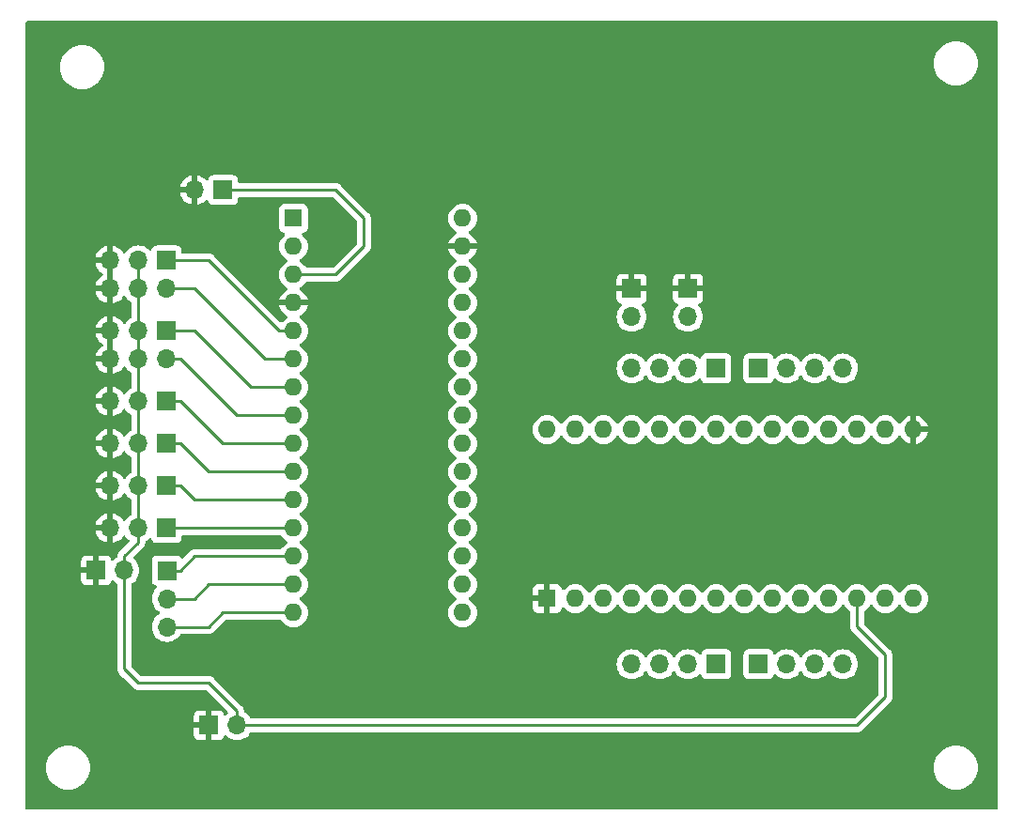
<source format=gbr>
%TF.GenerationSoftware,KiCad,Pcbnew,7.0.5-7.0.5~ubuntu20.04.1*%
%TF.CreationDate,2023-06-15T15:54:19+02:00*%
%TF.ProjectId,nanoRIghtAux,6e616e6f-5249-4676-9874-4175782e6b69,rev?*%
%TF.SameCoordinates,Original*%
%TF.FileFunction,Copper,L2,Bot*%
%TF.FilePolarity,Positive*%
%FSLAX46Y46*%
G04 Gerber Fmt 4.6, Leading zero omitted, Abs format (unit mm)*
G04 Created by KiCad (PCBNEW 7.0.5-7.0.5~ubuntu20.04.1) date 2023-06-15 15:54:19*
%MOMM*%
%LPD*%
G01*
G04 APERTURE LIST*
%TA.AperFunction,ComponentPad*%
%ADD10R,1.700000X1.700000*%
%TD*%
%TA.AperFunction,ComponentPad*%
%ADD11O,1.700000X1.700000*%
%TD*%
%TA.AperFunction,ComponentPad*%
%ADD12R,1.600000X1.600000*%
%TD*%
%TA.AperFunction,ComponentPad*%
%ADD13O,1.600000X1.600000*%
%TD*%
%TA.AperFunction,Conductor*%
%ADD14C,0.250000*%
%TD*%
G04 APERTURE END LIST*
D10*
%TO.P,J13,1,Pin_1*%
%TO.N,GND*%
X140970000Y-109220000D03*
D11*
%TO.P,J13,2,Pin_2*%
%TO.N,+5V*%
X143510000Y-109220000D03*
%TD*%
D10*
%TO.P,SW2,1,1*%
%TO.N,GND*%
X194310000Y-83820000D03*
D11*
%TO.P,SW2,2,2*%
%TO.N,Net-(A1-A6)*%
X194310000Y-86360000D03*
%TD*%
D10*
%TO.P,J9,1,Pin_1*%
%TO.N,Net-(J9-Pin_1)*%
X196850000Y-117680000D03*
D11*
%TO.P,J9,2,Pin_2*%
%TO.N,Net-(J9-Pin_2)*%
X194310000Y-117680000D03*
%TO.P,J9,3,Pin_3*%
%TO.N,Net-(J9-Pin_3)*%
X191770000Y-117680000D03*
%TO.P,J9,4,Pin_4*%
%TO.N,Net-(J9-Pin_4)*%
X189230000Y-117680000D03*
%TD*%
D10*
%TO.P,J11,1,Pin_1*%
%TO.N,Net-(A1-D10)*%
X147345000Y-109235000D03*
D11*
%TO.P,J11,2,Pin_2*%
%TO.N,Net-(A1-D11)*%
X147345000Y-111775000D03*
%TO.P,J11,3,Pin_3*%
%TO.N,Net-(A1-D12)*%
X147345000Y-114315000D03*
%TD*%
D10*
%TO.P,SW1,1,1*%
%TO.N,Net-(A1-~{RESET}-Pad3)*%
X152400000Y-74930000D03*
D11*
%TO.P,SW1,2,2*%
%TO.N,GND*%
X149860000Y-74930000D03*
%TD*%
D10*
%TO.P,J1,1,Pin_1*%
%TO.N,Net-(A1-D4)*%
X147320000Y-87630000D03*
D11*
%TO.P,J1,2,Pin_2*%
%TO.N,Net-(A1-D5)*%
X147320000Y-90170000D03*
%TO.P,J1,3,Pin_3*%
%TO.N,+5V*%
X144780000Y-87630000D03*
%TO.P,J1,4,Pin_4*%
X144780000Y-90170000D03*
%TO.P,J1,5,Pin_5*%
%TO.N,GND*%
X142240000Y-87630000D03*
%TO.P,J1,6,Pin_6*%
X142240000Y-90170000D03*
%TD*%
D10*
%TO.P,J2,1,Pin_1*%
%TO.N,Net-(A1-D6)*%
X147305000Y-93980000D03*
D11*
%TO.P,J2,2,Pin_2*%
%TO.N,+5V*%
X144765000Y-93980000D03*
%TO.P,J2,3,Pin_3*%
%TO.N,GND*%
X142225000Y-93980000D03*
%TD*%
D10*
%TO.P,J5,1,Pin_1*%
%TO.N,Net-(A1-D9)*%
X147305000Y-105410000D03*
D11*
%TO.P,J5,2,Pin_2*%
%TO.N,+5V*%
X144765000Y-105410000D03*
%TO.P,J5,3,Pin_3*%
%TO.N,GND*%
X142225000Y-105410000D03*
%TD*%
D10*
%TO.P,J8,1,Pin_1*%
%TO.N,Net-(J8-Pin_1)*%
X196840000Y-91010000D03*
D11*
%TO.P,J8,2,Pin_2*%
%TO.N,Net-(J8-Pin_2)*%
X194300000Y-91010000D03*
%TO.P,J8,3,Pin_3*%
%TO.N,Net-(J8-Pin_3)*%
X191760000Y-91010000D03*
%TO.P,J8,4,Pin_4*%
%TO.N,Net-(J8-Pin_4)*%
X189220000Y-91010000D03*
%TD*%
D12*
%TO.P,U3,1,Vcc*%
%TO.N,GND*%
X181610000Y-111760000D03*
D13*
%TO.P,U3,2,Dir_B*%
%TO.N,Net-(A1-A0)*%
X184150000Y-111760000D03*
%TO.P,U3,3,Step_B*%
%TO.N,Net-(A1-D13)*%
X186690000Y-111760000D03*
%TO.P,U3,4,Mot_A3*%
%TO.N,Net-(J9-Pin_4)*%
X189230000Y-111760000D03*
%TO.P,U3,5,Mot_A4*%
%TO.N,Net-(J9-Pin_3)*%
X191770000Y-111760000D03*
%TO.P,U3,6,Mot_A2*%
%TO.N,Net-(J9-Pin_2)*%
X194310000Y-111760000D03*
%TO.P,U3,7,Mot_A1*%
%TO.N,Net-(J9-Pin_1)*%
X196850000Y-111760000D03*
%TO.P,U3,8,Mot_D1*%
%TO.N,Net-(J6-Pin_1)*%
X199390000Y-111760000D03*
%TO.P,U3,9,Mot_D2*%
%TO.N,Net-(J6-Pin_2)*%
X201930000Y-111760000D03*
%TO.P,U3,10,Mot_D4*%
%TO.N,Net-(J6-Pin_3)*%
X204470000Y-111760000D03*
%TO.P,U3,11,Mot_D3*%
%TO.N,Net-(J6-Pin_4)*%
X207010000Y-111760000D03*
%TO.P,U3,12,Vss*%
%TO.N,+5V*%
X209550000Y-111760000D03*
%TO.P,U3,13,Dir_C*%
%TO.N,Net-(A1-A1)*%
X212090000Y-111760000D03*
%TO.P,U3,14,Step_C*%
%TO.N,Net-(A1-A2)*%
X214630000Y-111760000D03*
%TO.P,U3,15,Vcc*%
%TO.N,GND*%
X214630000Y-96520000D03*
%TO.P,U3,16,Dir_D*%
%TO.N,unconnected-(U3-Dir_D-Pad16)*%
X212090000Y-96520000D03*
%TO.P,U3,17,Step_D*%
%TO.N,unconnected-(U3-Step_D-Pad17)*%
X209550000Y-96520000D03*
%TO.P,U3,18,Mot_C3*%
%TO.N,Net-(J7-Pin_4)*%
X207010000Y-96520000D03*
%TO.P,U3,19,Mot_C4*%
%TO.N,Net-(J7-Pin_3)*%
X204470000Y-96520000D03*
%TO.P,U3,20,Mot_C2*%
%TO.N,Net-(J7-Pin_2)*%
X201930000Y-96520000D03*
%TO.P,U3,21,Mot_C1*%
%TO.N,Net-(J7-Pin_1)*%
X199390000Y-96520000D03*
%TO.P,U3,22,Mot_B1*%
%TO.N,Net-(J8-Pin_1)*%
X196850000Y-96520000D03*
%TO.P,U3,23,Mot_B2*%
%TO.N,Net-(J8-Pin_2)*%
X194310000Y-96520000D03*
%TO.P,U3,24,Mot_B4*%
%TO.N,Net-(J8-Pin_3)*%
X191770000Y-96520000D03*
%TO.P,U3,25,Mot_B3*%
%TO.N,Net-(J8-Pin_4)*%
X189230000Y-96520000D03*
%TO.P,U3,26,Reset*%
%TO.N,Net-(A1-A3)*%
X186690000Y-96520000D03*
%TO.P,U3,27,Dir_A*%
%TO.N,Net-(A1-A4)*%
X184150000Y-96520000D03*
%TO.P,U3,28,Step_A*%
%TO.N,Net-(A1-A5)*%
X181610000Y-96520000D03*
%TD*%
D10*
%TO.P,J7,1,Pin_1*%
%TO.N,Net-(J7-Pin_1)*%
X200660000Y-91010000D03*
D11*
%TO.P,J7,2,Pin_2*%
%TO.N,Net-(J7-Pin_2)*%
X203200000Y-91010000D03*
%TO.P,J7,3,Pin_3*%
%TO.N,Net-(J7-Pin_3)*%
X205740000Y-91010000D03*
%TO.P,J7,4,Pin_4*%
%TO.N,Net-(J7-Pin_4)*%
X208280000Y-91010000D03*
%TD*%
D10*
%TO.P,J4,1,Pin_1*%
%TO.N,Net-(A1-D8)*%
X147320000Y-101600000D03*
D11*
%TO.P,J4,2,Pin_2*%
%TO.N,+5V*%
X144780000Y-101600000D03*
%TO.P,J4,3,Pin_3*%
%TO.N,GND*%
X142240000Y-101600000D03*
%TD*%
D10*
%TO.P,J3,1,Pin_1*%
%TO.N,Net-(A1-D7)*%
X147305000Y-97790000D03*
D11*
%TO.P,J3,2,Pin_2*%
%TO.N,+5V*%
X144765000Y-97790000D03*
%TO.P,J3,3,Pin_3*%
%TO.N,GND*%
X142225000Y-97790000D03*
%TD*%
D12*
%TO.P,A1,1,D1/TX*%
%TO.N,unconnected-(A1-D1{slash}TX-Pad1)*%
X158750000Y-77470000D03*
D13*
%TO.P,A1,2,D0/RX*%
%TO.N,unconnected-(A1-D0{slash}RX-Pad2)*%
X158750000Y-80010000D03*
%TO.P,A1,3,~{RESET}*%
%TO.N,Net-(A1-~{RESET}-Pad3)*%
X158750000Y-82550000D03*
%TO.P,A1,4,GND*%
%TO.N,GND*%
X158750000Y-85090000D03*
%TO.P,A1,5,D2*%
%TO.N,Net-(A1-D2)*%
X158750000Y-87630000D03*
%TO.P,A1,6,D3*%
%TO.N,Net-(A1-D3)*%
X158750000Y-90170000D03*
%TO.P,A1,7,D4*%
%TO.N,Net-(A1-D4)*%
X158750000Y-92710000D03*
%TO.P,A1,8,D5*%
%TO.N,Net-(A1-D5)*%
X158750000Y-95250000D03*
%TO.P,A1,9,D6*%
%TO.N,Net-(A1-D6)*%
X158750000Y-97790000D03*
%TO.P,A1,10,D7*%
%TO.N,Net-(A1-D7)*%
X158750000Y-100330000D03*
%TO.P,A1,11,D8*%
%TO.N,Net-(A1-D8)*%
X158750000Y-102870000D03*
%TO.P,A1,12,D9*%
%TO.N,Net-(A1-D9)*%
X158750000Y-105410000D03*
%TO.P,A1,13,D10*%
%TO.N,Net-(A1-D10)*%
X158750000Y-107950000D03*
%TO.P,A1,14,D11*%
%TO.N,Net-(A1-D11)*%
X158750000Y-110490000D03*
%TO.P,A1,15,D12*%
%TO.N,Net-(A1-D12)*%
X158750000Y-113030000D03*
%TO.P,A1,16,D13*%
%TO.N,Net-(A1-D13)*%
X173990000Y-113030000D03*
%TO.P,A1,17,3V3*%
%TO.N,unconnected-(A1-3V3-Pad17)*%
X173990000Y-110490000D03*
%TO.P,A1,18,AREF*%
%TO.N,unconnected-(A1-AREF-Pad18)*%
X173990000Y-107950000D03*
%TO.P,A1,19,A0*%
%TO.N,Net-(A1-A0)*%
X173990000Y-105410000D03*
%TO.P,A1,20,A1*%
%TO.N,Net-(A1-A1)*%
X173990000Y-102870000D03*
%TO.P,A1,21,A2*%
%TO.N,Net-(A1-A2)*%
X173990000Y-100330000D03*
%TO.P,A1,22,A3*%
%TO.N,Net-(A1-A3)*%
X173990000Y-97790000D03*
%TO.P,A1,23,A4*%
%TO.N,Net-(A1-A4)*%
X173990000Y-95250000D03*
%TO.P,A1,24,A5*%
%TO.N,Net-(A1-A5)*%
X173990000Y-92710000D03*
%TO.P,A1,25,A6*%
%TO.N,Net-(A1-A6)*%
X173990000Y-90170000D03*
%TO.P,A1,26,A7*%
%TO.N,Net-(A1-A7)*%
X173990000Y-87630000D03*
%TO.P,A1,27,+5V*%
%TO.N,unconnected-(A1-+5V-Pad27)*%
X173990000Y-85090000D03*
%TO.P,A1,28,~{RESET}*%
%TO.N,unconnected-(A1-~{RESET}-Pad28)*%
X173990000Y-82550000D03*
%TO.P,A1,29,GND*%
%TO.N,GND*%
X173990000Y-80010000D03*
%TO.P,A1,30,VIN*%
%TO.N,unconnected-(A1-VIN-Pad30)*%
X173990000Y-77470000D03*
%TD*%
D10*
%TO.P,J10,1,Pin_1*%
%TO.N,Net-(A1-D2)*%
X147305000Y-81275000D03*
D11*
%TO.P,J10,2,Pin_2*%
%TO.N,Net-(A1-D3)*%
X147305000Y-83815000D03*
%TO.P,J10,3,Pin_3*%
%TO.N,+5V*%
X144765000Y-81275000D03*
%TO.P,J10,4,Pin_4*%
X144765000Y-83815000D03*
%TO.P,J10,5,Pin_5*%
%TO.N,GND*%
X142225000Y-81275000D03*
%TO.P,J10,6,Pin_6*%
X142225000Y-83815000D03*
%TD*%
D10*
%TO.P,SW3,1,1*%
%TO.N,GND*%
X189230000Y-83820000D03*
D11*
%TO.P,SW3,2,2*%
%TO.N,Net-(A1-A7)*%
X189230000Y-86360000D03*
%TD*%
D10*
%TO.P,J12,1,Pin_1*%
%TO.N,GND*%
X151130000Y-123190000D03*
D11*
%TO.P,J12,2,Pin_2*%
%TO.N,+5V*%
X153670000Y-123190000D03*
%TD*%
D10*
%TO.P,J6,1,Pin_1*%
%TO.N,Net-(J6-Pin_1)*%
X200660000Y-117680000D03*
D11*
%TO.P,J6,2,Pin_2*%
%TO.N,Net-(J6-Pin_2)*%
X203200000Y-117680000D03*
%TO.P,J6,3,Pin_3*%
%TO.N,Net-(J6-Pin_3)*%
X205740000Y-117680000D03*
%TO.P,J6,4,Pin_4*%
%TO.N,Net-(J6-Pin_4)*%
X208280000Y-117680000D03*
%TD*%
D14*
%TO.N,Net-(A1-~{RESET}-Pad3)*%
X162560000Y-74930000D02*
X165100000Y-77470000D01*
X152400000Y-74930000D02*
X162560000Y-74930000D01*
X165100000Y-77470000D02*
X165100000Y-80010000D01*
X165100000Y-80010000D02*
X162560000Y-82550000D01*
X162560000Y-82550000D02*
X158750000Y-82550000D01*
%TO.N,Net-(A1-D2)*%
X157480000Y-87630000D02*
X158750000Y-87630000D01*
X147305000Y-81275000D02*
X151125000Y-81275000D01*
X151125000Y-81275000D02*
X157480000Y-87630000D01*
%TO.N,Net-(A1-D3)*%
X156210000Y-90170000D02*
X158750000Y-90170000D01*
X147305000Y-83815000D02*
X149855000Y-83815000D01*
X149855000Y-83815000D02*
X156210000Y-90170000D01*
%TO.N,Net-(A1-D4)*%
X149860000Y-87630000D02*
X154940000Y-92710000D01*
X147320000Y-87630000D02*
X149860000Y-87630000D01*
X154940000Y-92710000D02*
X158750000Y-92710000D01*
%TO.N,Net-(A1-D5)*%
X148590000Y-90170000D02*
X153670000Y-95250000D01*
X153670000Y-95250000D02*
X158750000Y-95250000D01*
X147320000Y-90170000D02*
X148590000Y-90170000D01*
%TO.N,Net-(A1-D6)*%
X148590000Y-93980000D02*
X152400000Y-97790000D01*
X147305000Y-93980000D02*
X148590000Y-93980000D01*
X152400000Y-97790000D02*
X158750000Y-97790000D01*
%TO.N,Net-(A1-D7)*%
X147305000Y-97790000D02*
X148590000Y-97790000D01*
X148590000Y-97790000D02*
X151130000Y-100330000D01*
X151130000Y-100330000D02*
X158750000Y-100330000D01*
%TO.N,Net-(A1-D8)*%
X149860000Y-102870000D02*
X158750000Y-102870000D01*
X147320000Y-101600000D02*
X148590000Y-101600000D01*
X148590000Y-101600000D02*
X149860000Y-102870000D01*
%TO.N,Net-(A1-D9)*%
X147305000Y-105410000D02*
X158750000Y-105410000D01*
%TO.N,Net-(A1-D10)*%
X149860000Y-107950000D02*
X158750000Y-107950000D01*
X148575000Y-109235000D02*
X149860000Y-107950000D01*
X147345000Y-109235000D02*
X148575000Y-109235000D01*
%TO.N,Net-(A1-D11)*%
X147345000Y-111775000D02*
X149845000Y-111775000D01*
X149845000Y-111775000D02*
X151130000Y-110490000D01*
X151130000Y-110490000D02*
X158750000Y-110490000D01*
%TO.N,Net-(A1-D12)*%
X147345000Y-114315000D02*
X151115000Y-114315000D01*
X152400000Y-113030000D02*
X158750000Y-113030000D01*
X151115000Y-114315000D02*
X152400000Y-113030000D01*
%TO.N,+5V*%
X144765000Y-105410000D02*
X144765000Y-81275000D01*
X143510000Y-118110000D02*
X143510000Y-109220000D01*
X209550000Y-114300000D02*
X209550000Y-111760000D01*
X153670000Y-121920000D02*
X151130000Y-119380000D01*
X153670000Y-123190000D02*
X153670000Y-121920000D01*
X144765000Y-106695000D02*
X144765000Y-105410000D01*
X153670000Y-123190000D02*
X209550000Y-123190000D01*
X212090000Y-120650000D02*
X212090000Y-116840000D01*
X151130000Y-119380000D02*
X144780000Y-119380000D01*
X212090000Y-116840000D02*
X209550000Y-114300000D01*
X143510000Y-109220000D02*
X143510000Y-107950000D01*
X209550000Y-123190000D02*
X212090000Y-120650000D01*
X144780000Y-119380000D02*
X143510000Y-118110000D01*
X143510000Y-107950000D02*
X144765000Y-106695000D01*
%TD*%
%TA.AperFunction,Conductor*%
%TO.N,GND*%
G36*
X142490000Y-89734498D02*
G01*
X142382315Y-89685320D01*
X142275763Y-89670000D01*
X142204237Y-89670000D01*
X142097685Y-89685320D01*
X141990000Y-89734498D01*
X141990000Y-88065501D01*
X142097685Y-88114680D01*
X142204237Y-88130000D01*
X142275763Y-88130000D01*
X142382315Y-88114680D01*
X142490000Y-88065501D01*
X142490000Y-89734498D01*
G37*
%TD.AperFunction*%
%TA.AperFunction,Conductor*%
G36*
X142475000Y-83379498D02*
G01*
X142367315Y-83330320D01*
X142260763Y-83315000D01*
X142189237Y-83315000D01*
X142082685Y-83330320D01*
X141975000Y-83379498D01*
X141975000Y-81710501D01*
X142082685Y-81759680D01*
X142189237Y-81775000D01*
X142260763Y-81775000D01*
X142367315Y-81759680D01*
X142475000Y-81710501D01*
X142475000Y-83379498D01*
G37*
%TD.AperFunction*%
%TA.AperFunction,Conductor*%
G36*
X222192539Y-59710185D02*
G01*
X222238294Y-59762989D01*
X222249500Y-59814500D01*
X222249500Y-130685500D01*
X222229815Y-130752539D01*
X222177011Y-130798294D01*
X222125500Y-130809500D01*
X134744500Y-130809500D01*
X134677461Y-130789815D01*
X134631706Y-130737011D01*
X134620500Y-130685500D01*
X134620500Y-127000001D01*
X136424390Y-127000001D01*
X136444804Y-127285433D01*
X136505628Y-127565037D01*
X136605635Y-127833166D01*
X136742770Y-128084309D01*
X136742775Y-128084317D01*
X136914254Y-128313387D01*
X136914270Y-128313405D01*
X137116594Y-128515729D01*
X137116612Y-128515745D01*
X137345682Y-128687224D01*
X137345690Y-128687229D01*
X137596833Y-128824364D01*
X137596832Y-128824364D01*
X137596836Y-128824365D01*
X137596839Y-128824367D01*
X137864954Y-128924369D01*
X137864960Y-128924370D01*
X137864962Y-128924371D01*
X138144566Y-128985195D01*
X138144568Y-128985195D01*
X138144572Y-128985196D01*
X138358552Y-129000500D01*
X138501448Y-129000500D01*
X138715428Y-128985196D01*
X138995046Y-128924369D01*
X139263161Y-128824367D01*
X139514315Y-128687226D01*
X139743395Y-128515739D01*
X139945739Y-128313395D01*
X140117226Y-128084315D01*
X140254367Y-127833161D01*
X140354369Y-127565046D01*
X140415196Y-127285428D01*
X140435610Y-127000001D01*
X216434390Y-127000001D01*
X216454804Y-127285433D01*
X216515628Y-127565037D01*
X216615635Y-127833166D01*
X216752770Y-128084309D01*
X216752775Y-128084317D01*
X216924254Y-128313387D01*
X216924270Y-128313405D01*
X217126594Y-128515729D01*
X217126612Y-128515745D01*
X217355682Y-128687224D01*
X217355690Y-128687229D01*
X217606833Y-128824364D01*
X217606832Y-128824364D01*
X217606836Y-128824365D01*
X217606839Y-128824367D01*
X217874954Y-128924369D01*
X217874960Y-128924370D01*
X217874962Y-128924371D01*
X218154566Y-128985195D01*
X218154568Y-128985195D01*
X218154572Y-128985196D01*
X218368552Y-129000500D01*
X218511448Y-129000500D01*
X218725428Y-128985196D01*
X219005046Y-128924369D01*
X219273161Y-128824367D01*
X219524315Y-128687226D01*
X219753395Y-128515739D01*
X219955739Y-128313395D01*
X220127226Y-128084315D01*
X220264367Y-127833161D01*
X220364369Y-127565046D01*
X220425196Y-127285428D01*
X220445610Y-127000000D01*
X220425196Y-126714572D01*
X220364369Y-126434954D01*
X220264367Y-126166839D01*
X220127226Y-125915685D01*
X220127224Y-125915682D01*
X219955745Y-125686612D01*
X219955729Y-125686594D01*
X219753405Y-125484270D01*
X219753387Y-125484254D01*
X219524317Y-125312775D01*
X219524309Y-125312770D01*
X219273166Y-125175635D01*
X219273167Y-125175635D01*
X219165914Y-125135632D01*
X219005046Y-125075631D01*
X219005043Y-125075630D01*
X219005037Y-125075628D01*
X218725433Y-125014804D01*
X218511450Y-124999500D01*
X218511448Y-124999500D01*
X218368552Y-124999500D01*
X218368549Y-124999500D01*
X218154566Y-125014804D01*
X217874962Y-125075628D01*
X217606833Y-125175635D01*
X217355690Y-125312770D01*
X217355682Y-125312775D01*
X217126612Y-125484254D01*
X217126594Y-125484270D01*
X216924270Y-125686594D01*
X216924254Y-125686612D01*
X216752775Y-125915682D01*
X216752770Y-125915690D01*
X216615635Y-126166833D01*
X216515628Y-126434962D01*
X216454804Y-126714566D01*
X216434390Y-126999998D01*
X216434390Y-127000001D01*
X140435610Y-127000001D01*
X140435610Y-127000000D01*
X140415196Y-126714572D01*
X140354369Y-126434954D01*
X140254367Y-126166839D01*
X140117226Y-125915685D01*
X140117224Y-125915682D01*
X139945745Y-125686612D01*
X139945729Y-125686594D01*
X139743405Y-125484270D01*
X139743387Y-125484254D01*
X139514317Y-125312775D01*
X139514309Y-125312770D01*
X139263166Y-125175635D01*
X139263167Y-125175635D01*
X139155914Y-125135632D01*
X138995046Y-125075631D01*
X138995043Y-125075630D01*
X138995037Y-125075628D01*
X138715433Y-125014804D01*
X138501450Y-124999500D01*
X138501448Y-124999500D01*
X138358552Y-124999500D01*
X138358549Y-124999500D01*
X138144566Y-125014804D01*
X137864962Y-125075628D01*
X137596833Y-125175635D01*
X137345690Y-125312770D01*
X137345682Y-125312775D01*
X137116612Y-125484254D01*
X137116594Y-125484270D01*
X136914270Y-125686594D01*
X136914254Y-125686612D01*
X136742775Y-125915682D01*
X136742770Y-125915690D01*
X136605635Y-126166833D01*
X136505628Y-126434962D01*
X136444804Y-126714566D01*
X136424390Y-126999998D01*
X136424390Y-127000001D01*
X134620500Y-127000001D01*
X134620500Y-110117844D01*
X139620000Y-110117844D01*
X139626401Y-110177372D01*
X139626403Y-110177379D01*
X139676645Y-110312086D01*
X139676649Y-110312093D01*
X139762809Y-110427187D01*
X139762812Y-110427190D01*
X139877906Y-110513350D01*
X139877913Y-110513354D01*
X140012620Y-110563596D01*
X140012627Y-110563598D01*
X140072155Y-110569999D01*
X140072172Y-110570000D01*
X140720000Y-110570000D01*
X140720000Y-109655501D01*
X140827685Y-109704680D01*
X140934237Y-109720000D01*
X141005763Y-109720000D01*
X141112315Y-109704680D01*
X141220000Y-109655501D01*
X141220000Y-110570000D01*
X141867828Y-110570000D01*
X141867844Y-110569999D01*
X141927372Y-110563598D01*
X141927379Y-110563596D01*
X142062086Y-110513354D01*
X142062093Y-110513350D01*
X142177187Y-110427190D01*
X142177190Y-110427187D01*
X142263350Y-110312093D01*
X142263354Y-110312086D01*
X142312422Y-110180529D01*
X142354293Y-110124595D01*
X142419757Y-110100178D01*
X142488030Y-110115030D01*
X142516285Y-110136181D01*
X142638597Y-110258493D01*
X142638603Y-110258498D01*
X142645480Y-110263313D01*
X142831624Y-110393653D01*
X142875248Y-110448228D01*
X142884500Y-110495226D01*
X142884500Y-118027255D01*
X142882775Y-118042872D01*
X142883061Y-118042899D01*
X142882326Y-118050666D01*
X142884469Y-118118846D01*
X142884500Y-118120793D01*
X142884500Y-118149343D01*
X142884501Y-118149360D01*
X142885368Y-118156231D01*
X142885826Y-118162050D01*
X142887290Y-118208624D01*
X142887291Y-118208627D01*
X142892880Y-118227867D01*
X142896824Y-118246911D01*
X142899336Y-118266791D01*
X142916490Y-118310119D01*
X142918382Y-118315647D01*
X142931381Y-118360388D01*
X142941580Y-118377634D01*
X142950138Y-118395103D01*
X142957514Y-118413732D01*
X142984898Y-118451423D01*
X142988106Y-118456307D01*
X143011827Y-118496416D01*
X143011833Y-118496424D01*
X143025990Y-118510580D01*
X143038627Y-118525375D01*
X143050406Y-118541587D01*
X143082416Y-118568068D01*
X143086309Y-118571288D01*
X143090620Y-118575210D01*
X143402954Y-118887544D01*
X144279197Y-119763788D01*
X144289022Y-119776051D01*
X144289243Y-119775869D01*
X144294211Y-119781874D01*
X144343932Y-119828566D01*
X144345332Y-119829923D01*
X144365523Y-119850115D01*
X144365527Y-119850118D01*
X144365529Y-119850120D01*
X144371011Y-119854373D01*
X144375443Y-119858157D01*
X144409418Y-119890062D01*
X144426976Y-119899714D01*
X144443235Y-119910395D01*
X144459064Y-119922673D01*
X144501838Y-119941182D01*
X144507056Y-119943738D01*
X144547908Y-119966197D01*
X144567316Y-119971180D01*
X144585717Y-119977480D01*
X144604104Y-119985437D01*
X144647488Y-119992308D01*
X144650119Y-119992725D01*
X144655839Y-119993909D01*
X144700981Y-120005500D01*
X144721016Y-120005500D01*
X144740414Y-120007026D01*
X144760194Y-120010159D01*
X144760195Y-120010160D01*
X144760195Y-120010159D01*
X144760196Y-120010160D01*
X144806583Y-120005775D01*
X144812422Y-120005500D01*
X150819548Y-120005500D01*
X150886587Y-120025185D01*
X150907229Y-120041819D01*
X152822509Y-121957100D01*
X152855994Y-122018423D01*
X152851010Y-122088115D01*
X152809138Y-122144048D01*
X152805955Y-122146353D01*
X152798601Y-122151502D01*
X152676284Y-122273819D01*
X152614961Y-122307303D01*
X152545269Y-122302319D01*
X152489336Y-122260447D01*
X152472421Y-122229470D01*
X152423354Y-122097913D01*
X152423350Y-122097906D01*
X152337190Y-121982812D01*
X152337187Y-121982809D01*
X152222093Y-121896649D01*
X152222086Y-121896645D01*
X152087379Y-121846403D01*
X152087372Y-121846401D01*
X152027844Y-121840000D01*
X151380000Y-121840000D01*
X151380000Y-122754498D01*
X151272315Y-122705320D01*
X151165763Y-122690000D01*
X151094237Y-122690000D01*
X150987685Y-122705320D01*
X150880000Y-122754498D01*
X150880000Y-121840000D01*
X150232155Y-121840000D01*
X150172627Y-121846401D01*
X150172620Y-121846403D01*
X150037913Y-121896645D01*
X150037906Y-121896649D01*
X149922812Y-121982809D01*
X149922809Y-121982812D01*
X149836649Y-122097906D01*
X149836645Y-122097913D01*
X149786403Y-122232620D01*
X149786401Y-122232627D01*
X149780000Y-122292155D01*
X149780000Y-122940000D01*
X150696314Y-122940000D01*
X150670507Y-122980156D01*
X150630000Y-123118111D01*
X150630000Y-123261889D01*
X150670507Y-123399844D01*
X150696314Y-123440000D01*
X149780000Y-123440000D01*
X149780000Y-124087844D01*
X149786401Y-124147372D01*
X149786403Y-124147379D01*
X149836645Y-124282086D01*
X149836649Y-124282093D01*
X149922809Y-124397187D01*
X149922812Y-124397190D01*
X150037906Y-124483350D01*
X150037913Y-124483354D01*
X150172620Y-124533596D01*
X150172627Y-124533598D01*
X150232155Y-124539999D01*
X150232172Y-124540000D01*
X150880000Y-124540000D01*
X150880000Y-123625501D01*
X150987685Y-123674680D01*
X151094237Y-123690000D01*
X151165763Y-123690000D01*
X151272315Y-123674680D01*
X151380000Y-123625501D01*
X151380000Y-124540000D01*
X152027828Y-124540000D01*
X152027844Y-124539999D01*
X152087372Y-124533598D01*
X152087379Y-124533596D01*
X152222086Y-124483354D01*
X152222093Y-124483350D01*
X152337187Y-124397190D01*
X152337190Y-124397187D01*
X152423350Y-124282093D01*
X152423354Y-124282086D01*
X152472422Y-124150529D01*
X152514293Y-124094595D01*
X152579757Y-124070178D01*
X152648030Y-124085030D01*
X152676285Y-124106181D01*
X152798599Y-124228495D01*
X152875135Y-124282086D01*
X152992165Y-124364032D01*
X152992167Y-124364033D01*
X152992170Y-124364035D01*
X153206337Y-124463903D01*
X153434592Y-124525063D01*
X153605319Y-124540000D01*
X153669999Y-124545659D01*
X153670000Y-124545659D01*
X153670001Y-124545659D01*
X153734681Y-124540000D01*
X153905408Y-124525063D01*
X154133663Y-124463903D01*
X154347830Y-124364035D01*
X154541401Y-124228495D01*
X154708495Y-124061401D01*
X154843651Y-123868377D01*
X154898229Y-123824752D01*
X154945227Y-123815500D01*
X209467257Y-123815500D01*
X209482877Y-123817224D01*
X209482904Y-123816939D01*
X209490666Y-123817673D01*
X209490666Y-123817672D01*
X209490667Y-123817673D01*
X209493999Y-123817568D01*
X209558847Y-123815531D01*
X209560794Y-123815500D01*
X209589347Y-123815500D01*
X209589350Y-123815500D01*
X209596228Y-123814630D01*
X209602041Y-123814172D01*
X209648627Y-123812709D01*
X209667869Y-123807117D01*
X209686912Y-123803174D01*
X209706792Y-123800664D01*
X209750122Y-123783507D01*
X209755646Y-123781617D01*
X209759396Y-123780527D01*
X209800390Y-123768618D01*
X209817629Y-123758422D01*
X209835103Y-123749862D01*
X209853727Y-123742488D01*
X209853727Y-123742487D01*
X209853732Y-123742486D01*
X209891449Y-123715082D01*
X209896305Y-123711892D01*
X209936420Y-123688170D01*
X209950589Y-123673999D01*
X209965379Y-123661368D01*
X209981587Y-123649594D01*
X210011299Y-123613676D01*
X210015212Y-123609376D01*
X212473788Y-121150801D01*
X212486042Y-121140986D01*
X212485859Y-121140764D01*
X212491868Y-121135791D01*
X212491877Y-121135786D01*
X212538607Y-121086022D01*
X212539846Y-121084743D01*
X212560120Y-121064471D01*
X212564379Y-121058978D01*
X212568152Y-121054561D01*
X212600062Y-121020582D01*
X212609713Y-121003024D01*
X212620396Y-120986761D01*
X212632673Y-120970936D01*
X212651185Y-120928153D01*
X212653738Y-120922941D01*
X212676197Y-120882092D01*
X212681180Y-120862680D01*
X212687481Y-120844280D01*
X212695437Y-120825896D01*
X212702729Y-120779852D01*
X212703906Y-120774171D01*
X212715500Y-120729019D01*
X212715500Y-120708982D01*
X212717027Y-120689582D01*
X212720160Y-120669804D01*
X212715775Y-120623415D01*
X212715500Y-120617577D01*
X212715500Y-116922737D01*
X212717224Y-116907123D01*
X212716938Y-116907096D01*
X212717672Y-116899333D01*
X212715531Y-116831170D01*
X212715500Y-116829223D01*
X212715500Y-116800651D01*
X212715500Y-116800650D01*
X212714629Y-116793759D01*
X212714172Y-116787945D01*
X212714066Y-116784581D01*
X212712709Y-116741372D01*
X212707120Y-116722137D01*
X212703174Y-116703084D01*
X212700664Y-116683208D01*
X212683501Y-116639859D01*
X212681614Y-116634346D01*
X212668617Y-116589610D01*
X212668616Y-116589608D01*
X212658421Y-116572369D01*
X212649860Y-116554893D01*
X212642486Y-116536269D01*
X212642486Y-116536267D01*
X212632474Y-116522488D01*
X212615083Y-116498550D01*
X212611900Y-116493705D01*
X212588170Y-116453579D01*
X212588165Y-116453573D01*
X212574005Y-116439413D01*
X212561370Y-116424620D01*
X212549593Y-116408412D01*
X212513693Y-116378713D01*
X212509381Y-116374790D01*
X210211819Y-114077227D01*
X210178334Y-114015904D01*
X210175500Y-113989546D01*
X210175500Y-112974188D01*
X210195185Y-112907149D01*
X210228377Y-112872613D01*
X210312802Y-112813498D01*
X210389139Y-112760047D01*
X210550047Y-112599139D01*
X210680568Y-112412734D01*
X210707618Y-112354724D01*
X210753790Y-112302285D01*
X210820983Y-112283133D01*
X210887865Y-112303348D01*
X210932382Y-112354725D01*
X210959429Y-112412728D01*
X210959432Y-112412734D01*
X211089954Y-112599141D01*
X211250858Y-112760045D01*
X211250861Y-112760047D01*
X211437266Y-112890568D01*
X211643504Y-112986739D01*
X211863308Y-113045635D01*
X212025230Y-113059801D01*
X212089998Y-113065468D01*
X212090000Y-113065468D01*
X212090002Y-113065468D01*
X212152511Y-113059999D01*
X212316692Y-113045635D01*
X212536496Y-112986739D01*
X212742734Y-112890568D01*
X212929139Y-112760047D01*
X213090047Y-112599139D01*
X213220568Y-112412734D01*
X213247618Y-112354724D01*
X213293790Y-112302285D01*
X213360983Y-112283133D01*
X213427865Y-112303348D01*
X213472382Y-112354725D01*
X213499429Y-112412728D01*
X213499432Y-112412734D01*
X213629954Y-112599141D01*
X213790858Y-112760045D01*
X213790861Y-112760047D01*
X213977266Y-112890568D01*
X214183504Y-112986739D01*
X214403308Y-113045635D01*
X214565230Y-113059801D01*
X214629998Y-113065468D01*
X214630000Y-113065468D01*
X214630002Y-113065468D01*
X214692511Y-113059999D01*
X214856692Y-113045635D01*
X215076496Y-112986739D01*
X215282734Y-112890568D01*
X215469139Y-112760047D01*
X215630047Y-112599139D01*
X215760568Y-112412734D01*
X215856739Y-112206496D01*
X215915635Y-111986692D01*
X215935468Y-111760000D01*
X215915635Y-111533308D01*
X215856739Y-111313504D01*
X215760568Y-111107266D01*
X215630047Y-110920861D01*
X215630045Y-110920858D01*
X215469141Y-110759954D01*
X215282734Y-110629432D01*
X215282732Y-110629431D01*
X215076497Y-110533261D01*
X215076488Y-110533258D01*
X214856697Y-110474366D01*
X214856693Y-110474365D01*
X214856692Y-110474365D01*
X214856691Y-110474364D01*
X214856686Y-110474364D01*
X214630002Y-110454532D01*
X214629998Y-110454532D01*
X214403313Y-110474364D01*
X214403302Y-110474366D01*
X214183511Y-110533258D01*
X214183502Y-110533261D01*
X213977267Y-110629431D01*
X213977265Y-110629432D01*
X213790858Y-110759954D01*
X213629954Y-110920858D01*
X213499432Y-111107265D01*
X213499430Y-111107268D01*
X213472380Y-111165277D01*
X213426207Y-111217715D01*
X213359013Y-111236866D01*
X213292132Y-111216649D01*
X213247619Y-111165277D01*
X213220568Y-111107266D01*
X213213500Y-111097171D01*
X213090045Y-110920858D01*
X212929141Y-110759954D01*
X212742734Y-110629432D01*
X212742732Y-110629431D01*
X212536497Y-110533261D01*
X212536488Y-110533258D01*
X212316697Y-110474366D01*
X212316693Y-110474365D01*
X212316692Y-110474365D01*
X212316691Y-110474364D01*
X212316686Y-110474364D01*
X212090002Y-110454532D01*
X212089998Y-110454532D01*
X211863313Y-110474364D01*
X211863302Y-110474366D01*
X211643511Y-110533258D01*
X211643502Y-110533261D01*
X211437267Y-110629431D01*
X211437265Y-110629432D01*
X211250858Y-110759954D01*
X211089954Y-110920858D01*
X210959432Y-111107265D01*
X210959430Y-111107268D01*
X210932380Y-111165277D01*
X210886207Y-111217715D01*
X210819013Y-111236866D01*
X210752132Y-111216649D01*
X210707619Y-111165277D01*
X210680568Y-111107266D01*
X210673500Y-111097171D01*
X210550045Y-110920858D01*
X210389141Y-110759954D01*
X210202734Y-110629432D01*
X210202732Y-110629431D01*
X209996497Y-110533261D01*
X209996488Y-110533258D01*
X209776697Y-110474366D01*
X209776693Y-110474365D01*
X209776692Y-110474365D01*
X209776691Y-110474364D01*
X209776686Y-110474364D01*
X209550002Y-110454532D01*
X209549998Y-110454532D01*
X209323313Y-110474364D01*
X209323302Y-110474366D01*
X209103511Y-110533258D01*
X209103502Y-110533261D01*
X208897267Y-110629431D01*
X208897265Y-110629432D01*
X208710858Y-110759954D01*
X208549954Y-110920858D01*
X208419432Y-111107265D01*
X208419430Y-111107268D01*
X208392380Y-111165277D01*
X208346207Y-111217715D01*
X208279013Y-111236866D01*
X208212132Y-111216649D01*
X208167619Y-111165277D01*
X208140568Y-111107266D01*
X208133500Y-111097171D01*
X208010045Y-110920858D01*
X207849141Y-110759954D01*
X207662734Y-110629432D01*
X207662732Y-110629431D01*
X207456497Y-110533261D01*
X207456488Y-110533258D01*
X207236697Y-110474366D01*
X207236693Y-110474365D01*
X207236692Y-110474365D01*
X207236691Y-110474364D01*
X207236686Y-110474364D01*
X207010002Y-110454532D01*
X207009998Y-110454532D01*
X206783313Y-110474364D01*
X206783302Y-110474366D01*
X206563511Y-110533258D01*
X206563502Y-110533261D01*
X206357267Y-110629431D01*
X206357265Y-110629432D01*
X206170858Y-110759954D01*
X206009954Y-110920858D01*
X205879432Y-111107265D01*
X205879430Y-111107268D01*
X205852380Y-111165277D01*
X205806207Y-111217715D01*
X205739013Y-111236866D01*
X205672132Y-111216649D01*
X205627619Y-111165277D01*
X205600568Y-111107266D01*
X205593500Y-111097171D01*
X205470045Y-110920858D01*
X205309141Y-110759954D01*
X205122734Y-110629432D01*
X205122732Y-110629431D01*
X204916497Y-110533261D01*
X204916488Y-110533258D01*
X204696697Y-110474366D01*
X204696693Y-110474365D01*
X204696692Y-110474365D01*
X204696691Y-110474364D01*
X204696686Y-110474364D01*
X204470002Y-110454532D01*
X204469998Y-110454532D01*
X204243313Y-110474364D01*
X204243302Y-110474366D01*
X204023511Y-110533258D01*
X204023502Y-110533261D01*
X203817267Y-110629431D01*
X203817265Y-110629432D01*
X203630858Y-110759954D01*
X203469954Y-110920858D01*
X203339432Y-111107265D01*
X203339430Y-111107268D01*
X203312380Y-111165277D01*
X203266207Y-111217715D01*
X203199013Y-111236866D01*
X203132132Y-111216649D01*
X203087619Y-111165277D01*
X203060568Y-111107266D01*
X203053500Y-111097171D01*
X202930045Y-110920858D01*
X202769141Y-110759954D01*
X202582734Y-110629432D01*
X202582732Y-110629431D01*
X202376497Y-110533261D01*
X202376488Y-110533258D01*
X202156697Y-110474366D01*
X202156693Y-110474365D01*
X202156692Y-110474365D01*
X202156691Y-110474364D01*
X202156686Y-110474364D01*
X201930002Y-110454532D01*
X201929998Y-110454532D01*
X201703313Y-110474364D01*
X201703302Y-110474366D01*
X201483511Y-110533258D01*
X201483502Y-110533261D01*
X201277267Y-110629431D01*
X201277265Y-110629432D01*
X201090858Y-110759954D01*
X200929954Y-110920858D01*
X200799432Y-111107265D01*
X200799430Y-111107268D01*
X200772380Y-111165277D01*
X200726207Y-111217715D01*
X200659013Y-111236866D01*
X200592132Y-111216649D01*
X200547619Y-111165277D01*
X200520568Y-111107266D01*
X200513500Y-111097171D01*
X200390045Y-110920858D01*
X200229141Y-110759954D01*
X200042734Y-110629432D01*
X200042732Y-110629431D01*
X199836497Y-110533261D01*
X199836488Y-110533258D01*
X199616697Y-110474366D01*
X199616693Y-110474365D01*
X199616692Y-110474365D01*
X199616691Y-110474364D01*
X199616686Y-110474364D01*
X199390002Y-110454532D01*
X199389998Y-110454532D01*
X199163313Y-110474364D01*
X199163302Y-110474366D01*
X198943511Y-110533258D01*
X198943502Y-110533261D01*
X198737267Y-110629431D01*
X198737265Y-110629432D01*
X198550858Y-110759954D01*
X198389954Y-110920858D01*
X198259432Y-111107265D01*
X198259430Y-111107268D01*
X198232380Y-111165277D01*
X198186207Y-111217715D01*
X198119013Y-111236866D01*
X198052132Y-111216649D01*
X198007619Y-111165277D01*
X197980568Y-111107266D01*
X197973500Y-111097171D01*
X197850045Y-110920858D01*
X197689141Y-110759954D01*
X197502734Y-110629432D01*
X197502732Y-110629431D01*
X197296497Y-110533261D01*
X197296488Y-110533258D01*
X197076697Y-110474366D01*
X197076693Y-110474365D01*
X197076692Y-110474365D01*
X197076691Y-110474364D01*
X197076686Y-110474364D01*
X196850002Y-110454532D01*
X196849998Y-110454532D01*
X196623313Y-110474364D01*
X196623302Y-110474366D01*
X196403511Y-110533258D01*
X196403502Y-110533261D01*
X196197267Y-110629431D01*
X196197265Y-110629432D01*
X196010858Y-110759954D01*
X195849954Y-110920858D01*
X195719432Y-111107265D01*
X195719431Y-111107267D01*
X195708917Y-111129815D01*
X195698657Y-111151819D01*
X195692382Y-111165275D01*
X195646209Y-111217714D01*
X195579016Y-111236866D01*
X195512135Y-111216650D01*
X195467618Y-111165275D01*
X195467618Y-111165274D01*
X195440568Y-111107266D01*
X195310047Y-110920861D01*
X195310045Y-110920858D01*
X195149141Y-110759954D01*
X194962734Y-110629432D01*
X194962732Y-110629431D01*
X194756497Y-110533261D01*
X194756488Y-110533258D01*
X194536697Y-110474366D01*
X194536693Y-110474365D01*
X194536692Y-110474365D01*
X194536691Y-110474364D01*
X194536686Y-110474364D01*
X194310002Y-110454532D01*
X194309998Y-110454532D01*
X194083313Y-110474364D01*
X194083302Y-110474366D01*
X193863511Y-110533258D01*
X193863502Y-110533261D01*
X193657267Y-110629431D01*
X193657265Y-110629432D01*
X193470858Y-110759954D01*
X193309954Y-110920858D01*
X193179432Y-111107265D01*
X193179431Y-111107267D01*
X193168917Y-111129815D01*
X193158657Y-111151819D01*
X193152382Y-111165275D01*
X193106209Y-111217714D01*
X193039016Y-111236866D01*
X192972135Y-111216650D01*
X192927618Y-111165275D01*
X192927618Y-111165274D01*
X192900568Y-111107266D01*
X192770047Y-110920861D01*
X192770045Y-110920858D01*
X192609141Y-110759954D01*
X192422734Y-110629432D01*
X192422732Y-110629431D01*
X192216497Y-110533261D01*
X192216488Y-110533258D01*
X191996697Y-110474366D01*
X191996693Y-110474365D01*
X191996692Y-110474365D01*
X191996691Y-110474364D01*
X191996686Y-110474364D01*
X191770002Y-110454532D01*
X191769998Y-110454532D01*
X191543313Y-110474364D01*
X191543302Y-110474366D01*
X191323511Y-110533258D01*
X191323502Y-110533261D01*
X191117267Y-110629431D01*
X191117265Y-110629432D01*
X190930858Y-110759954D01*
X190769954Y-110920858D01*
X190639432Y-111107265D01*
X190639431Y-111107267D01*
X190628917Y-111129815D01*
X190618657Y-111151819D01*
X190612382Y-111165275D01*
X190566209Y-111217714D01*
X190499016Y-111236866D01*
X190432135Y-111216650D01*
X190387618Y-111165275D01*
X190387618Y-111165274D01*
X190360568Y-111107266D01*
X190230047Y-110920861D01*
X190230045Y-110920858D01*
X190069141Y-110759954D01*
X189882734Y-110629432D01*
X189882732Y-110629431D01*
X189676497Y-110533261D01*
X189676488Y-110533258D01*
X189456697Y-110474366D01*
X189456693Y-110474365D01*
X189456692Y-110474365D01*
X189456691Y-110474364D01*
X189456686Y-110474364D01*
X189230002Y-110454532D01*
X189229998Y-110454532D01*
X189003313Y-110474364D01*
X189003302Y-110474366D01*
X188783511Y-110533258D01*
X188783502Y-110533261D01*
X188577267Y-110629431D01*
X188577265Y-110629432D01*
X188390858Y-110759954D01*
X188229954Y-110920858D01*
X188099432Y-111107265D01*
X188099431Y-111107267D01*
X188088917Y-111129815D01*
X188078657Y-111151819D01*
X188072382Y-111165275D01*
X188026209Y-111217714D01*
X187959016Y-111236866D01*
X187892135Y-111216650D01*
X187847618Y-111165275D01*
X187847618Y-111165274D01*
X187820568Y-111107266D01*
X187690047Y-110920861D01*
X187690045Y-110920858D01*
X187529141Y-110759954D01*
X187342734Y-110629432D01*
X187342732Y-110629431D01*
X187136497Y-110533261D01*
X187136488Y-110533258D01*
X186916697Y-110474366D01*
X186916693Y-110474365D01*
X186916692Y-110474365D01*
X186916691Y-110474364D01*
X186916686Y-110474364D01*
X186690002Y-110454532D01*
X186689998Y-110454532D01*
X186463313Y-110474364D01*
X186463302Y-110474366D01*
X186243511Y-110533258D01*
X186243502Y-110533261D01*
X186037267Y-110629431D01*
X186037265Y-110629432D01*
X185850858Y-110759954D01*
X185689954Y-110920858D01*
X185559432Y-111107265D01*
X185559431Y-111107267D01*
X185548917Y-111129815D01*
X185538657Y-111151819D01*
X185532382Y-111165275D01*
X185486209Y-111217714D01*
X185419016Y-111236866D01*
X185352135Y-111216650D01*
X185307618Y-111165275D01*
X185307618Y-111165274D01*
X185280568Y-111107266D01*
X185150047Y-110920861D01*
X185150045Y-110920858D01*
X184989141Y-110759954D01*
X184802734Y-110629432D01*
X184802732Y-110629431D01*
X184596497Y-110533261D01*
X184596488Y-110533258D01*
X184376697Y-110474366D01*
X184376693Y-110474365D01*
X184376692Y-110474365D01*
X184376691Y-110474364D01*
X184376686Y-110474364D01*
X184150002Y-110454532D01*
X184149998Y-110454532D01*
X183923313Y-110474364D01*
X183923302Y-110474366D01*
X183703511Y-110533258D01*
X183703502Y-110533261D01*
X183497267Y-110629431D01*
X183497265Y-110629432D01*
X183310858Y-110759954D01*
X183149951Y-110920861D01*
X183132287Y-110946088D01*
X183077710Y-110989712D01*
X183008211Y-110996904D01*
X182945857Y-110965380D01*
X182910445Y-110905150D01*
X182907425Y-110888218D01*
X182903598Y-110852627D01*
X182903596Y-110852620D01*
X182853354Y-110717913D01*
X182853350Y-110717906D01*
X182767190Y-110602812D01*
X182767187Y-110602809D01*
X182652093Y-110516649D01*
X182652086Y-110516645D01*
X182517379Y-110466403D01*
X182517372Y-110466401D01*
X182457844Y-110460000D01*
X181860000Y-110460000D01*
X181860000Y-111444314D01*
X181848045Y-111432359D01*
X181735148Y-111374835D01*
X181641481Y-111360000D01*
X181578519Y-111360000D01*
X181484852Y-111374835D01*
X181371955Y-111432359D01*
X181360000Y-111444314D01*
X181360000Y-110460000D01*
X180762155Y-110460000D01*
X180702627Y-110466401D01*
X180702620Y-110466403D01*
X180567913Y-110516645D01*
X180567906Y-110516649D01*
X180452812Y-110602809D01*
X180452809Y-110602812D01*
X180366649Y-110717906D01*
X180366645Y-110717913D01*
X180316403Y-110852620D01*
X180316401Y-110852627D01*
X180310000Y-110912155D01*
X180310000Y-111510000D01*
X181294314Y-111510000D01*
X181282359Y-111521955D01*
X181224835Y-111634852D01*
X181205014Y-111760000D01*
X181224835Y-111885148D01*
X181282359Y-111998045D01*
X181294314Y-112010000D01*
X180310000Y-112010000D01*
X180310000Y-112607844D01*
X180316401Y-112667372D01*
X180316403Y-112667379D01*
X180366645Y-112802086D01*
X180366649Y-112802093D01*
X180452809Y-112917187D01*
X180452812Y-112917190D01*
X180567906Y-113003350D01*
X180567913Y-113003354D01*
X180702620Y-113053596D01*
X180702627Y-113053598D01*
X180762155Y-113059999D01*
X180762172Y-113060000D01*
X181360000Y-113060000D01*
X181360000Y-112075686D01*
X181371955Y-112087641D01*
X181484852Y-112145165D01*
X181578519Y-112160000D01*
X181641481Y-112160000D01*
X181735148Y-112145165D01*
X181848045Y-112087641D01*
X181860000Y-112075686D01*
X181860000Y-113060000D01*
X182457828Y-113060000D01*
X182457844Y-113059999D01*
X182517372Y-113053598D01*
X182517379Y-113053596D01*
X182652086Y-113003354D01*
X182652093Y-113003350D01*
X182767187Y-112917190D01*
X182767190Y-112917187D01*
X182853350Y-112802093D01*
X182853354Y-112802086D01*
X182903596Y-112667380D01*
X182907424Y-112631781D01*
X182934162Y-112567230D01*
X182991555Y-112527382D01*
X183061380Y-112524888D01*
X183121469Y-112560540D01*
X183132289Y-112573912D01*
X183149956Y-112599143D01*
X183310858Y-112760045D01*
X183310861Y-112760047D01*
X183497266Y-112890568D01*
X183703504Y-112986739D01*
X183923308Y-113045635D01*
X184085230Y-113059801D01*
X184149998Y-113065468D01*
X184150000Y-113065468D01*
X184150002Y-113065468D01*
X184212511Y-113059999D01*
X184376692Y-113045635D01*
X184596496Y-112986739D01*
X184802734Y-112890568D01*
X184989139Y-112760047D01*
X185150047Y-112599139D01*
X185280568Y-112412734D01*
X185307618Y-112354724D01*
X185353790Y-112302285D01*
X185420983Y-112283133D01*
X185487865Y-112303348D01*
X185532382Y-112354725D01*
X185559429Y-112412728D01*
X185559432Y-112412734D01*
X185689954Y-112599141D01*
X185850858Y-112760045D01*
X185850861Y-112760047D01*
X186037266Y-112890568D01*
X186243504Y-112986739D01*
X186463308Y-113045635D01*
X186625230Y-113059801D01*
X186689998Y-113065468D01*
X186690000Y-113065468D01*
X186690002Y-113065468D01*
X186752511Y-113059999D01*
X186916692Y-113045635D01*
X187136496Y-112986739D01*
X187342734Y-112890568D01*
X187529139Y-112760047D01*
X187690047Y-112599139D01*
X187820568Y-112412734D01*
X187847618Y-112354724D01*
X187893790Y-112302285D01*
X187960983Y-112283133D01*
X188027865Y-112303348D01*
X188072382Y-112354725D01*
X188099429Y-112412728D01*
X188099432Y-112412734D01*
X188229954Y-112599141D01*
X188390858Y-112760045D01*
X188390861Y-112760047D01*
X188577266Y-112890568D01*
X188783504Y-112986739D01*
X189003308Y-113045635D01*
X189165230Y-113059801D01*
X189229998Y-113065468D01*
X189230000Y-113065468D01*
X189230002Y-113065468D01*
X189292511Y-113059999D01*
X189456692Y-113045635D01*
X189676496Y-112986739D01*
X189882734Y-112890568D01*
X190069139Y-112760047D01*
X190230047Y-112599139D01*
X190360568Y-112412734D01*
X190387618Y-112354724D01*
X190433790Y-112302285D01*
X190500983Y-112283133D01*
X190567865Y-112303348D01*
X190612382Y-112354725D01*
X190639429Y-112412728D01*
X190639432Y-112412734D01*
X190769954Y-112599141D01*
X190930858Y-112760045D01*
X190930861Y-112760047D01*
X191117266Y-112890568D01*
X191323504Y-112986739D01*
X191543308Y-113045635D01*
X191705230Y-113059801D01*
X191769998Y-113065468D01*
X191770000Y-113065468D01*
X191770002Y-113065468D01*
X191832511Y-113059999D01*
X191996692Y-113045635D01*
X192216496Y-112986739D01*
X192422734Y-112890568D01*
X192609139Y-112760047D01*
X192770047Y-112599139D01*
X192900568Y-112412734D01*
X192927618Y-112354724D01*
X192973790Y-112302285D01*
X193040983Y-112283133D01*
X193107865Y-112303348D01*
X193152382Y-112354725D01*
X193179429Y-112412728D01*
X193179432Y-112412734D01*
X193309954Y-112599141D01*
X193470858Y-112760045D01*
X193470861Y-112760047D01*
X193657266Y-112890568D01*
X193863504Y-112986739D01*
X194083308Y-113045635D01*
X194245230Y-113059801D01*
X194309998Y-113065468D01*
X194310000Y-113065468D01*
X194310002Y-113065468D01*
X194372511Y-113059999D01*
X194536692Y-113045635D01*
X194756496Y-112986739D01*
X194962734Y-112890568D01*
X195149139Y-112760047D01*
X195310047Y-112599139D01*
X195440568Y-112412734D01*
X195467618Y-112354724D01*
X195513790Y-112302285D01*
X195580983Y-112283133D01*
X195647865Y-112303348D01*
X195692382Y-112354725D01*
X195719429Y-112412728D01*
X195719432Y-112412734D01*
X195849954Y-112599141D01*
X196010858Y-112760045D01*
X196010861Y-112760047D01*
X196197266Y-112890568D01*
X196403504Y-112986739D01*
X196623308Y-113045635D01*
X196785230Y-113059801D01*
X196849998Y-113065468D01*
X196850000Y-113065468D01*
X196850002Y-113065468D01*
X196912511Y-113059999D01*
X197076692Y-113045635D01*
X197296496Y-112986739D01*
X197502734Y-112890568D01*
X197689139Y-112760047D01*
X197850047Y-112599139D01*
X197980568Y-112412734D01*
X198007618Y-112354724D01*
X198053790Y-112302285D01*
X198120983Y-112283133D01*
X198187865Y-112303348D01*
X198232382Y-112354725D01*
X198259429Y-112412728D01*
X198259432Y-112412734D01*
X198389954Y-112599141D01*
X198550858Y-112760045D01*
X198550861Y-112760047D01*
X198737266Y-112890568D01*
X198943504Y-112986739D01*
X199163308Y-113045635D01*
X199325230Y-113059801D01*
X199389998Y-113065468D01*
X199390000Y-113065468D01*
X199390002Y-113065468D01*
X199452511Y-113059999D01*
X199616692Y-113045635D01*
X199836496Y-112986739D01*
X200042734Y-112890568D01*
X200229139Y-112760047D01*
X200390047Y-112599139D01*
X200520568Y-112412734D01*
X200547618Y-112354724D01*
X200593790Y-112302285D01*
X200660983Y-112283133D01*
X200727865Y-112303348D01*
X200772382Y-112354725D01*
X200799429Y-112412728D01*
X200799432Y-112412734D01*
X200929954Y-112599141D01*
X201090858Y-112760045D01*
X201090861Y-112760047D01*
X201277266Y-112890568D01*
X201483504Y-112986739D01*
X201703308Y-113045635D01*
X201865230Y-113059801D01*
X201929998Y-113065468D01*
X201930000Y-113065468D01*
X201930002Y-113065468D01*
X201992511Y-113059999D01*
X202156692Y-113045635D01*
X202376496Y-112986739D01*
X202582734Y-112890568D01*
X202769139Y-112760047D01*
X202930047Y-112599139D01*
X203060568Y-112412734D01*
X203087618Y-112354724D01*
X203133790Y-112302285D01*
X203200983Y-112283133D01*
X203267865Y-112303348D01*
X203312382Y-112354725D01*
X203339429Y-112412728D01*
X203339432Y-112412734D01*
X203469954Y-112599141D01*
X203630858Y-112760045D01*
X203630861Y-112760047D01*
X203817266Y-112890568D01*
X204023504Y-112986739D01*
X204243308Y-113045635D01*
X204405230Y-113059801D01*
X204469998Y-113065468D01*
X204470000Y-113065468D01*
X204470002Y-113065468D01*
X204532511Y-113059999D01*
X204696692Y-113045635D01*
X204916496Y-112986739D01*
X205122734Y-112890568D01*
X205309139Y-112760047D01*
X205470047Y-112599139D01*
X205600568Y-112412734D01*
X205627618Y-112354724D01*
X205673790Y-112302285D01*
X205740983Y-112283133D01*
X205807865Y-112303348D01*
X205852382Y-112354725D01*
X205879429Y-112412728D01*
X205879432Y-112412734D01*
X206009954Y-112599141D01*
X206170858Y-112760045D01*
X206170861Y-112760047D01*
X206357266Y-112890568D01*
X206563504Y-112986739D01*
X206783308Y-113045635D01*
X206945230Y-113059801D01*
X207009998Y-113065468D01*
X207010000Y-113065468D01*
X207010002Y-113065468D01*
X207072511Y-113059999D01*
X207236692Y-113045635D01*
X207456496Y-112986739D01*
X207662734Y-112890568D01*
X207849139Y-112760047D01*
X208010047Y-112599139D01*
X208140568Y-112412734D01*
X208167618Y-112354724D01*
X208213790Y-112302285D01*
X208280983Y-112283133D01*
X208347865Y-112303348D01*
X208392382Y-112354725D01*
X208419429Y-112412728D01*
X208419432Y-112412734D01*
X208549954Y-112599141D01*
X208710858Y-112760045D01*
X208871623Y-112872613D01*
X208915248Y-112927189D01*
X208924500Y-112974188D01*
X208924500Y-114217254D01*
X208922775Y-114232872D01*
X208923061Y-114232899D01*
X208922326Y-114240666D01*
X208924468Y-114308845D01*
X208924499Y-114310790D01*
X208924499Y-114339351D01*
X208925368Y-114346232D01*
X208925826Y-114352051D01*
X208927290Y-114398624D01*
X208927291Y-114398627D01*
X208932880Y-114417867D01*
X208936824Y-114436911D01*
X208939336Y-114456791D01*
X208956490Y-114500119D01*
X208958382Y-114505647D01*
X208971381Y-114550388D01*
X208981580Y-114567634D01*
X208990138Y-114585103D01*
X208997514Y-114603732D01*
X209024898Y-114641423D01*
X209028106Y-114646307D01*
X209051827Y-114686416D01*
X209051833Y-114686424D01*
X209065990Y-114700580D01*
X209078628Y-114715376D01*
X209090405Y-114731586D01*
X209090406Y-114731587D01*
X209126309Y-114761288D01*
X209130620Y-114765210D01*
X211428182Y-117062772D01*
X211461666Y-117124093D01*
X211464500Y-117150451D01*
X211464500Y-120339547D01*
X211444815Y-120406586D01*
X211428181Y-120427228D01*
X209327228Y-122528181D01*
X209265905Y-122561666D01*
X209239547Y-122564500D01*
X154945227Y-122564500D01*
X154878188Y-122544815D01*
X154843652Y-122511623D01*
X154708494Y-122318597D01*
X154541402Y-122151506D01*
X154541396Y-122151502D01*
X154450871Y-122088115D01*
X154348586Y-122016494D01*
X154304961Y-121961917D01*
X154295770Y-121918803D01*
X154295530Y-121911162D01*
X154295500Y-121909220D01*
X154295500Y-121880651D01*
X154295500Y-121880650D01*
X154294629Y-121873759D01*
X154294172Y-121867945D01*
X154292709Y-121821374D01*
X154292709Y-121821372D01*
X154287120Y-121802137D01*
X154283174Y-121783084D01*
X154280664Y-121763208D01*
X154263501Y-121719859D01*
X154261614Y-121714346D01*
X154248617Y-121669610D01*
X154248616Y-121669608D01*
X154238421Y-121652369D01*
X154229860Y-121634893D01*
X154222486Y-121616269D01*
X154222486Y-121616267D01*
X154212474Y-121602488D01*
X154195083Y-121578550D01*
X154191900Y-121573705D01*
X154168170Y-121533579D01*
X154168165Y-121533573D01*
X154154005Y-121519413D01*
X154141370Y-121504620D01*
X154129593Y-121488412D01*
X154093693Y-121458713D01*
X154089381Y-121454790D01*
X151630803Y-118996212D01*
X151620980Y-118983950D01*
X151620759Y-118984134D01*
X151615786Y-118978122D01*
X151566066Y-118931432D01*
X151564666Y-118930075D01*
X151544476Y-118909884D01*
X151538986Y-118905625D01*
X151534561Y-118901847D01*
X151500582Y-118869938D01*
X151500580Y-118869936D01*
X151500577Y-118869935D01*
X151483029Y-118860288D01*
X151466763Y-118849604D01*
X151450933Y-118837325D01*
X151408168Y-118818818D01*
X151402922Y-118816248D01*
X151362093Y-118793803D01*
X151362092Y-118793802D01*
X151342693Y-118788822D01*
X151324281Y-118782518D01*
X151305898Y-118774562D01*
X151305892Y-118774560D01*
X151259874Y-118767272D01*
X151254152Y-118766087D01*
X151209021Y-118754500D01*
X151209019Y-118754500D01*
X151188984Y-118754500D01*
X151169586Y-118752973D01*
X151162162Y-118751797D01*
X151149805Y-118749840D01*
X151149804Y-118749840D01*
X151103416Y-118754225D01*
X151097578Y-118754500D01*
X145090453Y-118754500D01*
X145023414Y-118734815D01*
X145002772Y-118718181D01*
X144171819Y-117887227D01*
X144138334Y-117825904D01*
X144135500Y-117799546D01*
X144135500Y-117680000D01*
X187874341Y-117680000D01*
X187894936Y-117915403D01*
X187894938Y-117915413D01*
X187956094Y-118143655D01*
X187956096Y-118143659D01*
X187956097Y-118143663D01*
X187995358Y-118227858D01*
X188055965Y-118357830D01*
X188055967Y-118357834D01*
X188123161Y-118453796D01*
X188191505Y-118551401D01*
X188358599Y-118718495D01*
X188438668Y-118774560D01*
X188552165Y-118854032D01*
X188552167Y-118854033D01*
X188552170Y-118854035D01*
X188766337Y-118953903D01*
X188994592Y-119015063D01*
X189171034Y-119030500D01*
X189229999Y-119035659D01*
X189230000Y-119035659D01*
X189230001Y-119035659D01*
X189288966Y-119030500D01*
X189465408Y-119015063D01*
X189693663Y-118953903D01*
X189907830Y-118854035D01*
X190101401Y-118718495D01*
X190268495Y-118551401D01*
X190398424Y-118365842D01*
X190453002Y-118322217D01*
X190522500Y-118315023D01*
X190584855Y-118346546D01*
X190601575Y-118365842D01*
X190731500Y-118551395D01*
X190731505Y-118551401D01*
X190898599Y-118718495D01*
X190978668Y-118774560D01*
X191092165Y-118854032D01*
X191092167Y-118854033D01*
X191092170Y-118854035D01*
X191306337Y-118953903D01*
X191534592Y-119015063D01*
X191711034Y-119030500D01*
X191769999Y-119035659D01*
X191770000Y-119035659D01*
X191770001Y-119035659D01*
X191828966Y-119030500D01*
X192005408Y-119015063D01*
X192233663Y-118953903D01*
X192447830Y-118854035D01*
X192641401Y-118718495D01*
X192808495Y-118551401D01*
X192938424Y-118365842D01*
X192993002Y-118322217D01*
X193062500Y-118315023D01*
X193124855Y-118346546D01*
X193141575Y-118365842D01*
X193271500Y-118551395D01*
X193271505Y-118551401D01*
X193438599Y-118718495D01*
X193518668Y-118774560D01*
X193632165Y-118854032D01*
X193632167Y-118854033D01*
X193632170Y-118854035D01*
X193846337Y-118953903D01*
X194074592Y-119015063D01*
X194251034Y-119030500D01*
X194309999Y-119035659D01*
X194310000Y-119035659D01*
X194310001Y-119035659D01*
X194368966Y-119030500D01*
X194545408Y-119015063D01*
X194773663Y-118953903D01*
X194987830Y-118854035D01*
X195181401Y-118718495D01*
X195303329Y-118596566D01*
X195364648Y-118563084D01*
X195434340Y-118568068D01*
X195490274Y-118609939D01*
X195507189Y-118640917D01*
X195556202Y-118772328D01*
X195556206Y-118772335D01*
X195642452Y-118887544D01*
X195642455Y-118887547D01*
X195757664Y-118973793D01*
X195757671Y-118973797D01*
X195892517Y-119024091D01*
X195892516Y-119024091D01*
X195899444Y-119024835D01*
X195952127Y-119030500D01*
X197747872Y-119030499D01*
X197807483Y-119024091D01*
X197942331Y-118973796D01*
X198057546Y-118887546D01*
X198143796Y-118772331D01*
X198194091Y-118637483D01*
X198200500Y-118577873D01*
X198200500Y-118577870D01*
X199309500Y-118577870D01*
X199309501Y-118577876D01*
X199315908Y-118637483D01*
X199366202Y-118772328D01*
X199366206Y-118772335D01*
X199452452Y-118887544D01*
X199452455Y-118887547D01*
X199567664Y-118973793D01*
X199567671Y-118973797D01*
X199702517Y-119024091D01*
X199702516Y-119024091D01*
X199709444Y-119024835D01*
X199762127Y-119030500D01*
X201557872Y-119030499D01*
X201617483Y-119024091D01*
X201752331Y-118973796D01*
X201867546Y-118887546D01*
X201953796Y-118772331D01*
X202002810Y-118640916D01*
X202044681Y-118584984D01*
X202110145Y-118560566D01*
X202178418Y-118575417D01*
X202206673Y-118596569D01*
X202328599Y-118718495D01*
X202408668Y-118774560D01*
X202522165Y-118854032D01*
X202522167Y-118854033D01*
X202522170Y-118854035D01*
X202736337Y-118953903D01*
X202964592Y-119015063D01*
X203141034Y-119030500D01*
X203199999Y-119035659D01*
X203200000Y-119035659D01*
X203200001Y-119035659D01*
X203258966Y-119030500D01*
X203435408Y-119015063D01*
X203663663Y-118953903D01*
X203877830Y-118854035D01*
X204071401Y-118718495D01*
X204238495Y-118551401D01*
X204368424Y-118365842D01*
X204423002Y-118322217D01*
X204492500Y-118315023D01*
X204554855Y-118346546D01*
X204571575Y-118365842D01*
X204701500Y-118551395D01*
X204701505Y-118551401D01*
X204868599Y-118718495D01*
X204948668Y-118774560D01*
X205062165Y-118854032D01*
X205062167Y-118854033D01*
X205062170Y-118854035D01*
X205276337Y-118953903D01*
X205504592Y-119015063D01*
X205681034Y-119030500D01*
X205739999Y-119035659D01*
X205740000Y-119035659D01*
X205740001Y-119035659D01*
X205798966Y-119030500D01*
X205975408Y-119015063D01*
X206203663Y-118953903D01*
X206417830Y-118854035D01*
X206611401Y-118718495D01*
X206778495Y-118551401D01*
X206908424Y-118365842D01*
X206963002Y-118322217D01*
X207032500Y-118315023D01*
X207094855Y-118346546D01*
X207111575Y-118365842D01*
X207241500Y-118551395D01*
X207241505Y-118551401D01*
X207408599Y-118718495D01*
X207488668Y-118774560D01*
X207602165Y-118854032D01*
X207602167Y-118854033D01*
X207602170Y-118854035D01*
X207816337Y-118953903D01*
X208044592Y-119015063D01*
X208221034Y-119030500D01*
X208279999Y-119035659D01*
X208280000Y-119035659D01*
X208280001Y-119035659D01*
X208338966Y-119030500D01*
X208515408Y-119015063D01*
X208743663Y-118953903D01*
X208957830Y-118854035D01*
X209151401Y-118718495D01*
X209318495Y-118551401D01*
X209454035Y-118357830D01*
X209553903Y-118143663D01*
X209615063Y-117915408D01*
X209635659Y-117680000D01*
X209615063Y-117444592D01*
X209553903Y-117216337D01*
X209454035Y-117002171D01*
X209448425Y-116994158D01*
X209318494Y-116808597D01*
X209151402Y-116641506D01*
X209151395Y-116641501D01*
X208957834Y-116505967D01*
X208957830Y-116505965D01*
X208941969Y-116498569D01*
X208743663Y-116406097D01*
X208743659Y-116406096D01*
X208743655Y-116406094D01*
X208515413Y-116344938D01*
X208515403Y-116344936D01*
X208280001Y-116324341D01*
X208279999Y-116324341D01*
X208044596Y-116344936D01*
X208044586Y-116344938D01*
X207816344Y-116406094D01*
X207816335Y-116406098D01*
X207602171Y-116505964D01*
X207602169Y-116505965D01*
X207408597Y-116641505D01*
X207241505Y-116808597D01*
X207111575Y-116994158D01*
X207056998Y-117037783D01*
X206987500Y-117044977D01*
X206925145Y-117013454D01*
X206908425Y-116994158D01*
X206778494Y-116808597D01*
X206611402Y-116641506D01*
X206611395Y-116641501D01*
X206417834Y-116505967D01*
X206417830Y-116505965D01*
X206401969Y-116498569D01*
X206203663Y-116406097D01*
X206203659Y-116406096D01*
X206203655Y-116406094D01*
X205975413Y-116344938D01*
X205975403Y-116344936D01*
X205740001Y-116324341D01*
X205739999Y-116324341D01*
X205504596Y-116344936D01*
X205504586Y-116344938D01*
X205276344Y-116406094D01*
X205276335Y-116406098D01*
X205062171Y-116505964D01*
X205062169Y-116505965D01*
X204868597Y-116641505D01*
X204701505Y-116808597D01*
X204571575Y-116994158D01*
X204516998Y-117037783D01*
X204447500Y-117044977D01*
X204385145Y-117013454D01*
X204368425Y-116994158D01*
X204238494Y-116808597D01*
X204071402Y-116641506D01*
X204071395Y-116641501D01*
X203877834Y-116505967D01*
X203877830Y-116505965D01*
X203861969Y-116498569D01*
X203663663Y-116406097D01*
X203663659Y-116406096D01*
X203663655Y-116406094D01*
X203435413Y-116344938D01*
X203435403Y-116344936D01*
X203200001Y-116324341D01*
X203199999Y-116324341D01*
X202964596Y-116344936D01*
X202964586Y-116344938D01*
X202736344Y-116406094D01*
X202736335Y-116406098D01*
X202522171Y-116505964D01*
X202522169Y-116505965D01*
X202328600Y-116641503D01*
X202206673Y-116763430D01*
X202145350Y-116796914D01*
X202075658Y-116791930D01*
X202019725Y-116750058D01*
X202002810Y-116719081D01*
X201953797Y-116587671D01*
X201953793Y-116587664D01*
X201867547Y-116472455D01*
X201867544Y-116472452D01*
X201752335Y-116386206D01*
X201752328Y-116386202D01*
X201617482Y-116335908D01*
X201617483Y-116335908D01*
X201557883Y-116329501D01*
X201557881Y-116329500D01*
X201557873Y-116329500D01*
X201557864Y-116329500D01*
X199762129Y-116329500D01*
X199762123Y-116329501D01*
X199702516Y-116335908D01*
X199567671Y-116386202D01*
X199567664Y-116386206D01*
X199452455Y-116472452D01*
X199452452Y-116472455D01*
X199366206Y-116587664D01*
X199366202Y-116587671D01*
X199315908Y-116722517D01*
X199309501Y-116782116D01*
X199309501Y-116782123D01*
X199309500Y-116782135D01*
X199309500Y-118577870D01*
X198200500Y-118577870D01*
X198200499Y-116782128D01*
X198194091Y-116722517D01*
X198192810Y-116719083D01*
X198143797Y-116587671D01*
X198143793Y-116587664D01*
X198057547Y-116472455D01*
X198057544Y-116472452D01*
X197942335Y-116386206D01*
X197942328Y-116386202D01*
X197807482Y-116335908D01*
X197807483Y-116335908D01*
X197747883Y-116329501D01*
X197747881Y-116329500D01*
X197747873Y-116329500D01*
X197747864Y-116329500D01*
X195952129Y-116329500D01*
X195952123Y-116329501D01*
X195892516Y-116335908D01*
X195757671Y-116386202D01*
X195757664Y-116386206D01*
X195642455Y-116472452D01*
X195642452Y-116472455D01*
X195556206Y-116587664D01*
X195556203Y-116587669D01*
X195507189Y-116719083D01*
X195465317Y-116775016D01*
X195399853Y-116799433D01*
X195331580Y-116784581D01*
X195303326Y-116763430D01*
X195181402Y-116641506D01*
X195181395Y-116641501D01*
X194987834Y-116505967D01*
X194987830Y-116505965D01*
X194971969Y-116498569D01*
X194773663Y-116406097D01*
X194773659Y-116406096D01*
X194773655Y-116406094D01*
X194545413Y-116344938D01*
X194545403Y-116344936D01*
X194310001Y-116324341D01*
X194309999Y-116324341D01*
X194074596Y-116344936D01*
X194074586Y-116344938D01*
X193846344Y-116406094D01*
X193846335Y-116406098D01*
X193632171Y-116505964D01*
X193632169Y-116505965D01*
X193438597Y-116641505D01*
X193271505Y-116808597D01*
X193141575Y-116994158D01*
X193086998Y-117037783D01*
X193017500Y-117044977D01*
X192955145Y-117013454D01*
X192938425Y-116994158D01*
X192808494Y-116808597D01*
X192641402Y-116641506D01*
X192641395Y-116641501D01*
X192447834Y-116505967D01*
X192447830Y-116505965D01*
X192431969Y-116498569D01*
X192233663Y-116406097D01*
X192233659Y-116406096D01*
X192233655Y-116406094D01*
X192005413Y-116344938D01*
X192005403Y-116344936D01*
X191770001Y-116324341D01*
X191769999Y-116324341D01*
X191534596Y-116344936D01*
X191534586Y-116344938D01*
X191306344Y-116406094D01*
X191306335Y-116406098D01*
X191092171Y-116505964D01*
X191092169Y-116505965D01*
X190898597Y-116641505D01*
X190731505Y-116808597D01*
X190601575Y-116994158D01*
X190546998Y-117037783D01*
X190477500Y-117044977D01*
X190415145Y-117013454D01*
X190398425Y-116994158D01*
X190268494Y-116808597D01*
X190101402Y-116641506D01*
X190101395Y-116641501D01*
X189907834Y-116505967D01*
X189907830Y-116505965D01*
X189891969Y-116498569D01*
X189693663Y-116406097D01*
X189693659Y-116406096D01*
X189693655Y-116406094D01*
X189465413Y-116344938D01*
X189465403Y-116344936D01*
X189230001Y-116324341D01*
X189229999Y-116324341D01*
X188994596Y-116344936D01*
X188994586Y-116344938D01*
X188766344Y-116406094D01*
X188766335Y-116406098D01*
X188552171Y-116505964D01*
X188552169Y-116505965D01*
X188358597Y-116641505D01*
X188191505Y-116808597D01*
X188055965Y-117002169D01*
X188055964Y-117002171D01*
X187956098Y-117216335D01*
X187956094Y-117216344D01*
X187894938Y-117444586D01*
X187894936Y-117444596D01*
X187874341Y-117679999D01*
X187874341Y-117680000D01*
X144135500Y-117680000D01*
X144135500Y-110495226D01*
X144155185Y-110428187D01*
X144188374Y-110393654D01*
X144381401Y-110258495D01*
X144548495Y-110091401D01*
X144684035Y-109897830D01*
X144783903Y-109683663D01*
X144845063Y-109455408D01*
X144865659Y-109220000D01*
X144845063Y-108984592D01*
X144783903Y-108756337D01*
X144684035Y-108542171D01*
X144582034Y-108396497D01*
X144548494Y-108348597D01*
X144381405Y-108181509D01*
X144381405Y-108181508D01*
X144381401Y-108181505D01*
X144374045Y-108176354D01*
X144330422Y-108121782D01*
X144323227Y-108052284D01*
X144354748Y-107989928D01*
X144357453Y-107987135D01*
X145148787Y-107195802D01*
X145161042Y-107185986D01*
X145160859Y-107185764D01*
X145166868Y-107180791D01*
X145166877Y-107180786D01*
X145213607Y-107131022D01*
X145214846Y-107129743D01*
X145235120Y-107109471D01*
X145239379Y-107103978D01*
X145243152Y-107099561D01*
X145275062Y-107065582D01*
X145284715Y-107048020D01*
X145295389Y-107031770D01*
X145307673Y-107015936D01*
X145326180Y-106973167D01*
X145328749Y-106967924D01*
X145351196Y-106927093D01*
X145351197Y-106927092D01*
X145356177Y-106907691D01*
X145362478Y-106889288D01*
X145370438Y-106870896D01*
X145377730Y-106824849D01*
X145378911Y-106819152D01*
X145390500Y-106774019D01*
X145390500Y-106753983D01*
X145392027Y-106734582D01*
X145395160Y-106714804D01*
X145393317Y-106695307D01*
X145406606Y-106626714D01*
X145445642Y-106582065D01*
X145636401Y-106448495D01*
X145758329Y-106326566D01*
X145819648Y-106293084D01*
X145889340Y-106298068D01*
X145945274Y-106339939D01*
X145962189Y-106370917D01*
X146011202Y-106502328D01*
X146011206Y-106502335D01*
X146097452Y-106617544D01*
X146097455Y-106617547D01*
X146212664Y-106703793D01*
X146212671Y-106703797D01*
X146347517Y-106754091D01*
X146347516Y-106754091D01*
X146354444Y-106754835D01*
X146407127Y-106760500D01*
X148202872Y-106760499D01*
X148262483Y-106754091D01*
X148397331Y-106703796D01*
X148512546Y-106617546D01*
X148598796Y-106502331D01*
X148649091Y-106367483D01*
X148655500Y-106307873D01*
X148655500Y-106159499D01*
X148675185Y-106092461D01*
X148727989Y-106046706D01*
X148779500Y-106035500D01*
X157535812Y-106035500D01*
X157602851Y-106055185D01*
X157637387Y-106088377D01*
X157749954Y-106249141D01*
X157910858Y-106410045D01*
X157910861Y-106410047D01*
X158097266Y-106540568D01*
X158155275Y-106567618D01*
X158207714Y-106613791D01*
X158226866Y-106680984D01*
X158206650Y-106747865D01*
X158155275Y-106792382D01*
X158097267Y-106819431D01*
X158097265Y-106819432D01*
X157910858Y-106949954D01*
X157749954Y-107110858D01*
X157637387Y-107271623D01*
X157582811Y-107315248D01*
X157535812Y-107324500D01*
X149942737Y-107324500D01*
X149927120Y-107322776D01*
X149927093Y-107323062D01*
X149919331Y-107322327D01*
X149851171Y-107324469D01*
X149849224Y-107324500D01*
X149820650Y-107324500D01*
X149819929Y-107324590D01*
X149813757Y-107325369D01*
X149807945Y-107325826D01*
X149761372Y-107327290D01*
X149761369Y-107327291D01*
X149742126Y-107332881D01*
X149723083Y-107336825D01*
X149703204Y-107339336D01*
X149703203Y-107339337D01*
X149659878Y-107356490D01*
X149654352Y-107358382D01*
X149609608Y-107371383D01*
X149609604Y-107371385D01*
X149592365Y-107381580D01*
X149574898Y-107390137D01*
X149556269Y-107397512D01*
X149556267Y-107397513D01*
X149518564Y-107424906D01*
X149513682Y-107428112D01*
X149473580Y-107451828D01*
X149459408Y-107466000D01*
X149444623Y-107478628D01*
X149428412Y-107490407D01*
X149398709Y-107526310D01*
X149394777Y-107530631D01*
X148801608Y-108123799D01*
X148740285Y-108157284D01*
X148670593Y-108152300D01*
X148614662Y-108110430D01*
X148552546Y-108027454D01*
X148552544Y-108027452D01*
X148552543Y-108027451D01*
X148437335Y-107941206D01*
X148437328Y-107941202D01*
X148302482Y-107890908D01*
X148302483Y-107890908D01*
X148242883Y-107884501D01*
X148242881Y-107884500D01*
X148242873Y-107884500D01*
X148242864Y-107884500D01*
X146447129Y-107884500D01*
X146447123Y-107884501D01*
X146387516Y-107890908D01*
X146252671Y-107941202D01*
X146252664Y-107941206D01*
X146137455Y-108027452D01*
X146137452Y-108027455D01*
X146051206Y-108142664D01*
X146051202Y-108142671D01*
X146000908Y-108277517D01*
X145994501Y-108337116D01*
X145994500Y-108337135D01*
X145994500Y-110132870D01*
X145994501Y-110132876D01*
X146000908Y-110192483D01*
X146051202Y-110327328D01*
X146051206Y-110327335D01*
X146137452Y-110442544D01*
X146137455Y-110442547D01*
X146252664Y-110528793D01*
X146252671Y-110528797D01*
X146384081Y-110577810D01*
X146440015Y-110619681D01*
X146464432Y-110685145D01*
X146449580Y-110753418D01*
X146428430Y-110781673D01*
X146306503Y-110903600D01*
X146170965Y-111097169D01*
X146170964Y-111097171D01*
X146071098Y-111311335D01*
X146071094Y-111311344D01*
X146009938Y-111539586D01*
X146009936Y-111539596D01*
X145989341Y-111774999D01*
X145989341Y-111775000D01*
X146009936Y-112010403D01*
X146009938Y-112010413D01*
X146071094Y-112238655D01*
X146071096Y-112238659D01*
X146071097Y-112238663D01*
X146155347Y-112419337D01*
X146170965Y-112452830D01*
X146170967Y-112452834D01*
X146262464Y-112583504D01*
X146306501Y-112646396D01*
X146306506Y-112646402D01*
X146473597Y-112813493D01*
X146473603Y-112813498D01*
X146659158Y-112943425D01*
X146702783Y-112998002D01*
X146709977Y-113067500D01*
X146678454Y-113129855D01*
X146659158Y-113146575D01*
X146473597Y-113276505D01*
X146306505Y-113443597D01*
X146170965Y-113637169D01*
X146170964Y-113637171D01*
X146071098Y-113851335D01*
X146071094Y-113851344D01*
X146009938Y-114079586D01*
X146009936Y-114079596D01*
X145989341Y-114314999D01*
X145989341Y-114315000D01*
X146009936Y-114550403D01*
X146009938Y-114550413D01*
X146071094Y-114778655D01*
X146071096Y-114778659D01*
X146071097Y-114778663D01*
X146117630Y-114878453D01*
X146170965Y-114992830D01*
X146170967Y-114992834D01*
X146279281Y-115147521D01*
X146306505Y-115186401D01*
X146473599Y-115353495D01*
X146570384Y-115421264D01*
X146667165Y-115489032D01*
X146667167Y-115489033D01*
X146667170Y-115489035D01*
X146881337Y-115588903D01*
X147109592Y-115650063D01*
X147297918Y-115666539D01*
X147344999Y-115670659D01*
X147345000Y-115670659D01*
X147345001Y-115670659D01*
X147384234Y-115667226D01*
X147580408Y-115650063D01*
X147808663Y-115588903D01*
X148022830Y-115489035D01*
X148216401Y-115353495D01*
X148383495Y-115186401D01*
X148518651Y-114993377D01*
X148573229Y-114949752D01*
X148620227Y-114940500D01*
X151032257Y-114940500D01*
X151047877Y-114942224D01*
X151047904Y-114941939D01*
X151055666Y-114942673D01*
X151055666Y-114942672D01*
X151055667Y-114942673D01*
X151058999Y-114942568D01*
X151123847Y-114940531D01*
X151125794Y-114940500D01*
X151154347Y-114940500D01*
X151154350Y-114940500D01*
X151161228Y-114939630D01*
X151167041Y-114939172D01*
X151213627Y-114937709D01*
X151232869Y-114932117D01*
X151251912Y-114928174D01*
X151271792Y-114925664D01*
X151315122Y-114908507D01*
X151320646Y-114906617D01*
X151324396Y-114905527D01*
X151365390Y-114893618D01*
X151382629Y-114883422D01*
X151400103Y-114874862D01*
X151418727Y-114867488D01*
X151418727Y-114867487D01*
X151418732Y-114867486D01*
X151456449Y-114840082D01*
X151461305Y-114836892D01*
X151501420Y-114813170D01*
X151515589Y-114798999D01*
X151530379Y-114786368D01*
X151546587Y-114774594D01*
X151576299Y-114738676D01*
X151580212Y-114734376D01*
X152622771Y-113691819D01*
X152684095Y-113658334D01*
X152710453Y-113655500D01*
X157535812Y-113655500D01*
X157602851Y-113675185D01*
X157637387Y-113708377D01*
X157749954Y-113869141D01*
X157910858Y-114030045D01*
X157910861Y-114030047D01*
X158097266Y-114160568D01*
X158303504Y-114256739D01*
X158523308Y-114315635D01*
X158685230Y-114329801D01*
X158749998Y-114335468D01*
X158750000Y-114335468D01*
X158750002Y-114335468D01*
X158806672Y-114330509D01*
X158976692Y-114315635D01*
X159196496Y-114256739D01*
X159402734Y-114160568D01*
X159589139Y-114030047D01*
X159750047Y-113869139D01*
X159880568Y-113682734D01*
X159976739Y-113476496D01*
X160035635Y-113256692D01*
X160055468Y-113030001D01*
X172684532Y-113030001D01*
X172704364Y-113256686D01*
X172704366Y-113256697D01*
X172763258Y-113476488D01*
X172763261Y-113476497D01*
X172859431Y-113682732D01*
X172859432Y-113682734D01*
X172989954Y-113869141D01*
X173150858Y-114030045D01*
X173150861Y-114030047D01*
X173337266Y-114160568D01*
X173543504Y-114256739D01*
X173763308Y-114315635D01*
X173925230Y-114329801D01*
X173989998Y-114335468D01*
X173990000Y-114335468D01*
X173990002Y-114335468D01*
X174046673Y-114330509D01*
X174216692Y-114315635D01*
X174436496Y-114256739D01*
X174642734Y-114160568D01*
X174829139Y-114030047D01*
X174990047Y-113869139D01*
X175120568Y-113682734D01*
X175216739Y-113476496D01*
X175275635Y-113256692D01*
X175295468Y-113030000D01*
X175293136Y-113003350D01*
X175281698Y-112872613D01*
X175275635Y-112803308D01*
X175222850Y-112606310D01*
X175216741Y-112583511D01*
X175216738Y-112583502D01*
X175205139Y-112558628D01*
X175120568Y-112377266D01*
X174990047Y-112190861D01*
X174990045Y-112190858D01*
X174829141Y-112029954D01*
X174642734Y-111899432D01*
X174642728Y-111899429D01*
X174584725Y-111872382D01*
X174532285Y-111826210D01*
X174513133Y-111759017D01*
X174533348Y-111692135D01*
X174584725Y-111647618D01*
X174642734Y-111620568D01*
X174829139Y-111490047D01*
X174990047Y-111329139D01*
X175120568Y-111142734D01*
X175216739Y-110936496D01*
X175275635Y-110716692D01*
X175295468Y-110490000D01*
X175275635Y-110263308D01*
X175216739Y-110043504D01*
X175120568Y-109837266D01*
X174990047Y-109650861D01*
X174990045Y-109650858D01*
X174829141Y-109489954D01*
X174642734Y-109359432D01*
X174642728Y-109359429D01*
X174584725Y-109332382D01*
X174532285Y-109286210D01*
X174513133Y-109219017D01*
X174533348Y-109152135D01*
X174584725Y-109107618D01*
X174642734Y-109080568D01*
X174829139Y-108950047D01*
X174990047Y-108789139D01*
X175120568Y-108602734D01*
X175216739Y-108396496D01*
X175275635Y-108176692D01*
X175295468Y-107950000D01*
X175294698Y-107941204D01*
X175284606Y-107825846D01*
X175275635Y-107723308D01*
X175222850Y-107526310D01*
X175216741Y-107503511D01*
X175216738Y-107503502D01*
X175205139Y-107478628D01*
X175120568Y-107297266D01*
X174990047Y-107110861D01*
X174990045Y-107110858D01*
X174829141Y-106949954D01*
X174642735Y-106819433D01*
X174642736Y-106819433D01*
X174642734Y-106819432D01*
X174584722Y-106792380D01*
X174532284Y-106746208D01*
X174513133Y-106679014D01*
X174533349Y-106612133D01*
X174584721Y-106567619D01*
X174642734Y-106540568D01*
X174829139Y-106410047D01*
X174990047Y-106249139D01*
X175120568Y-106062734D01*
X175216739Y-105856496D01*
X175275635Y-105636692D01*
X175295468Y-105410000D01*
X175275635Y-105183308D01*
X175216739Y-104963504D01*
X175120568Y-104757266D01*
X174990047Y-104570861D01*
X174990045Y-104570858D01*
X174829141Y-104409954D01*
X174642734Y-104279432D01*
X174642728Y-104279429D01*
X174584725Y-104252382D01*
X174532285Y-104206210D01*
X174513133Y-104139017D01*
X174533348Y-104072135D01*
X174584725Y-104027618D01*
X174642734Y-104000568D01*
X174829139Y-103870047D01*
X174990047Y-103709139D01*
X175120568Y-103522734D01*
X175216739Y-103316496D01*
X175275635Y-103096692D01*
X175295468Y-102870000D01*
X175295006Y-102864724D01*
X175279924Y-102692331D01*
X175275635Y-102643308D01*
X175216739Y-102423504D01*
X175120568Y-102217266D01*
X174990047Y-102030861D01*
X174990045Y-102030858D01*
X174829141Y-101869954D01*
X174642734Y-101739432D01*
X174642728Y-101739429D01*
X174584725Y-101712382D01*
X174532285Y-101666210D01*
X174513133Y-101599017D01*
X174533348Y-101532135D01*
X174584725Y-101487618D01*
X174642734Y-101460568D01*
X174829139Y-101330047D01*
X174990047Y-101169139D01*
X175120568Y-100982734D01*
X175216739Y-100776496D01*
X175275635Y-100556692D01*
X175295468Y-100330000D01*
X175275635Y-100103308D01*
X175216739Y-99883504D01*
X175120568Y-99677266D01*
X174990047Y-99490861D01*
X174990045Y-99490858D01*
X174829141Y-99329954D01*
X174642734Y-99199432D01*
X174642728Y-99199429D01*
X174584725Y-99172382D01*
X174532285Y-99126210D01*
X174513133Y-99059017D01*
X174533348Y-98992135D01*
X174584725Y-98947618D01*
X174642734Y-98920568D01*
X174829139Y-98790047D01*
X174990047Y-98629139D01*
X175120568Y-98442734D01*
X175216739Y-98236496D01*
X175275635Y-98016692D01*
X175295468Y-97790000D01*
X175275635Y-97563308D01*
X175216739Y-97343504D01*
X175120568Y-97137266D01*
X174990047Y-96950861D01*
X174990045Y-96950858D01*
X174829141Y-96789954D01*
X174642734Y-96659432D01*
X174642728Y-96659429D01*
X174584725Y-96632382D01*
X174532285Y-96586210D01*
X174513413Y-96520001D01*
X180304532Y-96520001D01*
X180324364Y-96746686D01*
X180324366Y-96746697D01*
X180383258Y-96966488D01*
X180383261Y-96966497D01*
X180479431Y-97172732D01*
X180479432Y-97172734D01*
X180609954Y-97359141D01*
X180770858Y-97520045D01*
X180770861Y-97520047D01*
X180957266Y-97650568D01*
X181163504Y-97746739D01*
X181383308Y-97805635D01*
X181545230Y-97819801D01*
X181609998Y-97825468D01*
X181610000Y-97825468D01*
X181610002Y-97825468D01*
X181666672Y-97820509D01*
X181836692Y-97805635D01*
X182056496Y-97746739D01*
X182262734Y-97650568D01*
X182449139Y-97520047D01*
X182610047Y-97359139D01*
X182740568Y-97172734D01*
X182767618Y-97114724D01*
X182813790Y-97062285D01*
X182880983Y-97043133D01*
X182947865Y-97063348D01*
X182992381Y-97114724D01*
X183002892Y-97137265D01*
X183019429Y-97172728D01*
X183019432Y-97172734D01*
X183149954Y-97359141D01*
X183310858Y-97520045D01*
X183310861Y-97520047D01*
X183497266Y-97650568D01*
X183703504Y-97746739D01*
X183923308Y-97805635D01*
X184085230Y-97819801D01*
X184149998Y-97825468D01*
X184150000Y-97825468D01*
X184150002Y-97825468D01*
X184206672Y-97820509D01*
X184376692Y-97805635D01*
X184596496Y-97746739D01*
X184802734Y-97650568D01*
X184989139Y-97520047D01*
X185150047Y-97359139D01*
X185280568Y-97172734D01*
X185307618Y-97114724D01*
X185353790Y-97062285D01*
X185420983Y-97043133D01*
X185487865Y-97063348D01*
X185532381Y-97114724D01*
X185542892Y-97137265D01*
X185559429Y-97172728D01*
X185559432Y-97172734D01*
X185689954Y-97359141D01*
X185850858Y-97520045D01*
X185850861Y-97520047D01*
X186037266Y-97650568D01*
X186243504Y-97746739D01*
X186463308Y-97805635D01*
X186625230Y-97819801D01*
X186689998Y-97825468D01*
X186690000Y-97825468D01*
X186690002Y-97825468D01*
X186746672Y-97820509D01*
X186916692Y-97805635D01*
X187136496Y-97746739D01*
X187342734Y-97650568D01*
X187529139Y-97520047D01*
X187690047Y-97359139D01*
X187820568Y-97172734D01*
X187847618Y-97114724D01*
X187893790Y-97062285D01*
X187960983Y-97043133D01*
X188027865Y-97063348D01*
X188072381Y-97114724D01*
X188082892Y-97137265D01*
X188099429Y-97172728D01*
X188099432Y-97172734D01*
X188229954Y-97359141D01*
X188390858Y-97520045D01*
X188390861Y-97520047D01*
X188577266Y-97650568D01*
X188783504Y-97746739D01*
X189003308Y-97805635D01*
X189165230Y-97819801D01*
X189229998Y-97825468D01*
X189230000Y-97825468D01*
X189230002Y-97825468D01*
X189286672Y-97820509D01*
X189456692Y-97805635D01*
X189676496Y-97746739D01*
X189882734Y-97650568D01*
X190069139Y-97520047D01*
X190230047Y-97359139D01*
X190360568Y-97172734D01*
X190387618Y-97114724D01*
X190433790Y-97062285D01*
X190500983Y-97043133D01*
X190567865Y-97063348D01*
X190612381Y-97114724D01*
X190622892Y-97137265D01*
X190639429Y-97172728D01*
X190639432Y-97172734D01*
X190769954Y-97359141D01*
X190930858Y-97520045D01*
X190930861Y-97520047D01*
X191117266Y-97650568D01*
X191323504Y-97746739D01*
X191543308Y-97805635D01*
X191705230Y-97819801D01*
X191769998Y-97825468D01*
X191770000Y-97825468D01*
X191770002Y-97825468D01*
X191826673Y-97820509D01*
X191996692Y-97805635D01*
X192216496Y-97746739D01*
X192422734Y-97650568D01*
X192609139Y-97520047D01*
X192770047Y-97359139D01*
X192900568Y-97172734D01*
X192927618Y-97114724D01*
X192973790Y-97062285D01*
X193040983Y-97043133D01*
X193107865Y-97063348D01*
X193152381Y-97114724D01*
X193162892Y-97137265D01*
X193179429Y-97172728D01*
X193179432Y-97172734D01*
X193309954Y-97359141D01*
X193470858Y-97520045D01*
X193470861Y-97520047D01*
X193657266Y-97650568D01*
X193863504Y-97746739D01*
X194083308Y-97805635D01*
X194245230Y-97819801D01*
X194309998Y-97825468D01*
X194310000Y-97825468D01*
X194310002Y-97825468D01*
X194366673Y-97820509D01*
X194536692Y-97805635D01*
X194756496Y-97746739D01*
X194962734Y-97650568D01*
X195149139Y-97520047D01*
X195310047Y-97359139D01*
X195440568Y-97172734D01*
X195467618Y-97114724D01*
X195513790Y-97062285D01*
X195580983Y-97043133D01*
X195647865Y-97063348D01*
X195692381Y-97114724D01*
X195702892Y-97137265D01*
X195719429Y-97172728D01*
X195719432Y-97172734D01*
X195849954Y-97359141D01*
X196010858Y-97520045D01*
X196010861Y-97520047D01*
X196197266Y-97650568D01*
X196403504Y-97746739D01*
X196623308Y-97805635D01*
X196785230Y-97819801D01*
X196849998Y-97825468D01*
X196850000Y-97825468D01*
X196850002Y-97825468D01*
X196906673Y-97820509D01*
X197076692Y-97805635D01*
X197296496Y-97746739D01*
X197502734Y-97650568D01*
X197689139Y-97520047D01*
X197850047Y-97359139D01*
X197980568Y-97172734D01*
X198007618Y-97114724D01*
X198053790Y-97062285D01*
X198120983Y-97043133D01*
X198187865Y-97063348D01*
X198232381Y-97114724D01*
X198242892Y-97137265D01*
X198259429Y-97172728D01*
X198259432Y-97172734D01*
X198389954Y-97359141D01*
X198550858Y-97520045D01*
X198550861Y-97520047D01*
X198737266Y-97650568D01*
X198943504Y-97746739D01*
X199163308Y-97805635D01*
X199325230Y-97819801D01*
X199389998Y-97825468D01*
X199390000Y-97825468D01*
X199390002Y-97825468D01*
X199446672Y-97820509D01*
X199616692Y-97805635D01*
X199836496Y-97746739D01*
X200042734Y-97650568D01*
X200229139Y-97520047D01*
X200390047Y-97359139D01*
X200520568Y-97172734D01*
X200547618Y-97114724D01*
X200593790Y-97062285D01*
X200660983Y-97043133D01*
X200727865Y-97063348D01*
X200772381Y-97114724D01*
X200782892Y-97137265D01*
X200799429Y-97172728D01*
X200799432Y-97172734D01*
X200929954Y-97359141D01*
X201090858Y-97520045D01*
X201090861Y-97520047D01*
X201277266Y-97650568D01*
X201483504Y-97746739D01*
X201703308Y-97805635D01*
X201865230Y-97819801D01*
X201929998Y-97825468D01*
X201930000Y-97825468D01*
X201930002Y-97825468D01*
X201986673Y-97820509D01*
X202156692Y-97805635D01*
X202376496Y-97746739D01*
X202582734Y-97650568D01*
X202769139Y-97520047D01*
X202930047Y-97359139D01*
X203060568Y-97172734D01*
X203087618Y-97114724D01*
X203133790Y-97062285D01*
X203200983Y-97043133D01*
X203267865Y-97063348D01*
X203312381Y-97114724D01*
X203322892Y-97137265D01*
X203339429Y-97172728D01*
X203339432Y-97172734D01*
X203469954Y-97359141D01*
X203630858Y-97520045D01*
X203630861Y-97520047D01*
X203817266Y-97650568D01*
X204023504Y-97746739D01*
X204243308Y-97805635D01*
X204405230Y-97819801D01*
X204469998Y-97825468D01*
X204470000Y-97825468D01*
X204470002Y-97825468D01*
X204526672Y-97820509D01*
X204696692Y-97805635D01*
X204916496Y-97746739D01*
X205122734Y-97650568D01*
X205309139Y-97520047D01*
X205470047Y-97359139D01*
X205600568Y-97172734D01*
X205627618Y-97114724D01*
X205673790Y-97062285D01*
X205740983Y-97043133D01*
X205807865Y-97063348D01*
X205852381Y-97114724D01*
X205862892Y-97137265D01*
X205879429Y-97172728D01*
X205879432Y-97172734D01*
X206009954Y-97359141D01*
X206170858Y-97520045D01*
X206170861Y-97520047D01*
X206357266Y-97650568D01*
X206563504Y-97746739D01*
X206783308Y-97805635D01*
X206945230Y-97819801D01*
X207009998Y-97825468D01*
X207010000Y-97825468D01*
X207010002Y-97825468D01*
X207066672Y-97820509D01*
X207236692Y-97805635D01*
X207456496Y-97746739D01*
X207662734Y-97650568D01*
X207849139Y-97520047D01*
X208010047Y-97359139D01*
X208140568Y-97172734D01*
X208167618Y-97114724D01*
X208213790Y-97062285D01*
X208280983Y-97043133D01*
X208347865Y-97063348D01*
X208392381Y-97114724D01*
X208402892Y-97137265D01*
X208419429Y-97172728D01*
X208419432Y-97172734D01*
X208549954Y-97359141D01*
X208710858Y-97520045D01*
X208710861Y-97520047D01*
X208897266Y-97650568D01*
X209103504Y-97746739D01*
X209323308Y-97805635D01*
X209485230Y-97819801D01*
X209549998Y-97825468D01*
X209550000Y-97825468D01*
X209550002Y-97825468D01*
X209606672Y-97820509D01*
X209776692Y-97805635D01*
X209996496Y-97746739D01*
X210202734Y-97650568D01*
X210389139Y-97520047D01*
X210550047Y-97359139D01*
X210680568Y-97172734D01*
X210707618Y-97114724D01*
X210753790Y-97062285D01*
X210820983Y-97043133D01*
X210887865Y-97063348D01*
X210932381Y-97114724D01*
X210942892Y-97137265D01*
X210959429Y-97172728D01*
X210959432Y-97172734D01*
X211089954Y-97359141D01*
X211250858Y-97520045D01*
X211250861Y-97520047D01*
X211437266Y-97650568D01*
X211643504Y-97746739D01*
X211863308Y-97805635D01*
X212025230Y-97819801D01*
X212089998Y-97825468D01*
X212090000Y-97825468D01*
X212090002Y-97825468D01*
X212146673Y-97820509D01*
X212316692Y-97805635D01*
X212536496Y-97746739D01*
X212742734Y-97650568D01*
X212929139Y-97520047D01*
X213090047Y-97359139D01*
X213220568Y-97172734D01*
X213247895Y-97114129D01*
X213294064Y-97061695D01*
X213361257Y-97042542D01*
X213428139Y-97062757D01*
X213472657Y-97114133D01*
X213499865Y-97172482D01*
X213630342Y-97358820D01*
X213791179Y-97519657D01*
X213977517Y-97650134D01*
X214183673Y-97746265D01*
X214183682Y-97746269D01*
X214379999Y-97798872D01*
X214380000Y-97798871D01*
X214380000Y-96835686D01*
X214391955Y-96847641D01*
X214504852Y-96905165D01*
X214598519Y-96920000D01*
X214661481Y-96920000D01*
X214755148Y-96905165D01*
X214868045Y-96847641D01*
X214879999Y-96835686D01*
X214879999Y-97798871D01*
X214880000Y-97798872D01*
X215076317Y-97746269D01*
X215076326Y-97746265D01*
X215282482Y-97650134D01*
X215468820Y-97519657D01*
X215629657Y-97358820D01*
X215760134Y-97172482D01*
X215856265Y-96966326D01*
X215856269Y-96966317D01*
X215908872Y-96770000D01*
X214945686Y-96770000D01*
X214957641Y-96758045D01*
X215015165Y-96645148D01*
X215034986Y-96520000D01*
X215015165Y-96394852D01*
X214957641Y-96281955D01*
X214945686Y-96270000D01*
X215908872Y-96270000D01*
X215908872Y-96269999D01*
X215856269Y-96073682D01*
X215856265Y-96073673D01*
X215760134Y-95867517D01*
X215629657Y-95681179D01*
X215468820Y-95520342D01*
X215282482Y-95389865D01*
X215076328Y-95293734D01*
X214880000Y-95241127D01*
X214880000Y-96204314D01*
X214868045Y-96192359D01*
X214755148Y-96134835D01*
X214661481Y-96120000D01*
X214598519Y-96120000D01*
X214504852Y-96134835D01*
X214391955Y-96192359D01*
X214380000Y-96204313D01*
X214380000Y-95241127D01*
X214183671Y-95293734D01*
X213977517Y-95389865D01*
X213791179Y-95520342D01*
X213630342Y-95681179D01*
X213499867Y-95867515D01*
X213472657Y-95925867D01*
X213426484Y-95978306D01*
X213359290Y-95997457D01*
X213292409Y-95977241D01*
X213247893Y-95925865D01*
X213226580Y-95880160D01*
X213220568Y-95867266D01*
X213090047Y-95680861D01*
X213090045Y-95680858D01*
X212929141Y-95519954D01*
X212742734Y-95389432D01*
X212742732Y-95389431D01*
X212536497Y-95293261D01*
X212536488Y-95293258D01*
X212316697Y-95234366D01*
X212316693Y-95234365D01*
X212316692Y-95234365D01*
X212316691Y-95234364D01*
X212316686Y-95234364D01*
X212090002Y-95214532D01*
X212089998Y-95214532D01*
X211863313Y-95234364D01*
X211863302Y-95234366D01*
X211643511Y-95293258D01*
X211643502Y-95293261D01*
X211437267Y-95389431D01*
X211437265Y-95389432D01*
X211250858Y-95519954D01*
X211089954Y-95680858D01*
X210959432Y-95867265D01*
X210959431Y-95867267D01*
X210932382Y-95925275D01*
X210886209Y-95977714D01*
X210819016Y-95996866D01*
X210752135Y-95976650D01*
X210707618Y-95925275D01*
X210693587Y-95895185D01*
X210680568Y-95867266D01*
X210550047Y-95680861D01*
X210550045Y-95680858D01*
X210389141Y-95519954D01*
X210202734Y-95389432D01*
X210202732Y-95389431D01*
X209996497Y-95293261D01*
X209996488Y-95293258D01*
X209776697Y-95234366D01*
X209776693Y-95234365D01*
X209776692Y-95234365D01*
X209776691Y-95234364D01*
X209776686Y-95234364D01*
X209550002Y-95214532D01*
X209549998Y-95214532D01*
X209323313Y-95234364D01*
X209323302Y-95234366D01*
X209103511Y-95293258D01*
X209103502Y-95293261D01*
X208897267Y-95389431D01*
X208897265Y-95389432D01*
X208710858Y-95519954D01*
X208549954Y-95680858D01*
X208419432Y-95867265D01*
X208419431Y-95867267D01*
X208392382Y-95925275D01*
X208346209Y-95977714D01*
X208279016Y-95996866D01*
X208212135Y-95976650D01*
X208167618Y-95925275D01*
X208153587Y-95895185D01*
X208140568Y-95867266D01*
X208010047Y-95680861D01*
X208010045Y-95680858D01*
X207849141Y-95519954D01*
X207662734Y-95389432D01*
X207662732Y-95389431D01*
X207456497Y-95293261D01*
X207456488Y-95293258D01*
X207236697Y-95234366D01*
X207236693Y-95234365D01*
X207236692Y-95234365D01*
X207236691Y-95234364D01*
X207236686Y-95234364D01*
X207010002Y-95214532D01*
X207009998Y-95214532D01*
X206783313Y-95234364D01*
X206783302Y-95234366D01*
X206563511Y-95293258D01*
X206563502Y-95293261D01*
X206357267Y-95389431D01*
X206357265Y-95389432D01*
X206170858Y-95519954D01*
X206009954Y-95680858D01*
X205879432Y-95867265D01*
X205879431Y-95867267D01*
X205852382Y-95925275D01*
X205806209Y-95977714D01*
X205739016Y-95996866D01*
X205672135Y-95976650D01*
X205627618Y-95925275D01*
X205613587Y-95895185D01*
X205600568Y-95867266D01*
X205470047Y-95680861D01*
X205470045Y-95680858D01*
X205309141Y-95519954D01*
X205122734Y-95389432D01*
X205122732Y-95389431D01*
X204916497Y-95293261D01*
X204916488Y-95293258D01*
X204696697Y-95234366D01*
X204696693Y-95234365D01*
X204696692Y-95234365D01*
X204696691Y-95234364D01*
X204696686Y-95234364D01*
X204470002Y-95214532D01*
X204469998Y-95214532D01*
X204243313Y-95234364D01*
X204243302Y-95234366D01*
X204023511Y-95293258D01*
X204023502Y-95293261D01*
X203817267Y-95389431D01*
X203817265Y-95389432D01*
X203630858Y-95519954D01*
X203469954Y-95680858D01*
X203339432Y-95867265D01*
X203339431Y-95867267D01*
X203312382Y-95925275D01*
X203266209Y-95977714D01*
X203199016Y-95996866D01*
X203132135Y-95976650D01*
X203087618Y-95925275D01*
X203073587Y-95895185D01*
X203060568Y-95867266D01*
X202930047Y-95680861D01*
X202930045Y-95680858D01*
X202769141Y-95519954D01*
X202582734Y-95389432D01*
X202582732Y-95389431D01*
X202376497Y-95293261D01*
X202376488Y-95293258D01*
X202156697Y-95234366D01*
X202156693Y-95234365D01*
X202156692Y-95234365D01*
X202156691Y-95234364D01*
X202156686Y-95234364D01*
X201930002Y-95214532D01*
X201929998Y-95214532D01*
X201703313Y-95234364D01*
X201703302Y-95234366D01*
X201483511Y-95293258D01*
X201483502Y-95293261D01*
X201277267Y-95389431D01*
X201277265Y-95389432D01*
X201090858Y-95519954D01*
X200929954Y-95680858D01*
X200799432Y-95867265D01*
X200799431Y-95867267D01*
X200772382Y-95925275D01*
X200726209Y-95977714D01*
X200659016Y-95996866D01*
X200592135Y-95976650D01*
X200547618Y-95925275D01*
X200533587Y-95895185D01*
X200520568Y-95867266D01*
X200390047Y-95680861D01*
X200390045Y-95680858D01*
X200229141Y-95519954D01*
X200042734Y-95389432D01*
X200042732Y-95389431D01*
X199836497Y-95293261D01*
X199836488Y-95293258D01*
X199616697Y-95234366D01*
X199616693Y-95234365D01*
X199616692Y-95234365D01*
X199616691Y-95234364D01*
X199616686Y-95234364D01*
X199390002Y-95214532D01*
X199389998Y-95214532D01*
X199163313Y-95234364D01*
X199163302Y-95234366D01*
X198943511Y-95293258D01*
X198943502Y-95293261D01*
X198737267Y-95389431D01*
X198737265Y-95389432D01*
X198550858Y-95519954D01*
X198389954Y-95680858D01*
X198259432Y-95867265D01*
X198259431Y-95867267D01*
X198232382Y-95925275D01*
X198186209Y-95977714D01*
X198119016Y-95996866D01*
X198052135Y-95976650D01*
X198007618Y-95925275D01*
X197993587Y-95895185D01*
X197980568Y-95867266D01*
X197850047Y-95680861D01*
X197850045Y-95680858D01*
X197689141Y-95519954D01*
X197502734Y-95389432D01*
X197502732Y-95389431D01*
X197296497Y-95293261D01*
X197296488Y-95293258D01*
X197076697Y-95234366D01*
X197076693Y-95234365D01*
X197076692Y-95234365D01*
X197076691Y-95234364D01*
X197076686Y-95234364D01*
X196850002Y-95214532D01*
X196849998Y-95214532D01*
X196623313Y-95234364D01*
X196623302Y-95234366D01*
X196403511Y-95293258D01*
X196403502Y-95293261D01*
X196197267Y-95389431D01*
X196197265Y-95389432D01*
X196010858Y-95519954D01*
X195849954Y-95680858D01*
X195719432Y-95867265D01*
X195719431Y-95867267D01*
X195692382Y-95925275D01*
X195646209Y-95977714D01*
X195579016Y-95996866D01*
X195512135Y-95976650D01*
X195467618Y-95925275D01*
X195453587Y-95895185D01*
X195440568Y-95867266D01*
X195310047Y-95680861D01*
X195310045Y-95680858D01*
X195149141Y-95519954D01*
X194962734Y-95389432D01*
X194962732Y-95389431D01*
X194756497Y-95293261D01*
X194756488Y-95293258D01*
X194536697Y-95234366D01*
X194536693Y-95234365D01*
X194536692Y-95234365D01*
X194536691Y-95234364D01*
X194536686Y-95234364D01*
X194310002Y-95214532D01*
X194309998Y-95214532D01*
X194083313Y-95234364D01*
X194083302Y-95234366D01*
X193863511Y-95293258D01*
X193863502Y-95293261D01*
X193657267Y-95389431D01*
X193657265Y-95389432D01*
X193470858Y-95519954D01*
X193309954Y-95680858D01*
X193179432Y-95867265D01*
X193179431Y-95867267D01*
X193152382Y-95925275D01*
X193106209Y-95977714D01*
X193039016Y-95996866D01*
X192972135Y-95976650D01*
X192927618Y-95925275D01*
X192913587Y-95895185D01*
X192900568Y-95867266D01*
X192770047Y-95680861D01*
X192770045Y-95680858D01*
X192609141Y-95519954D01*
X192422734Y-95389432D01*
X192422732Y-95389431D01*
X192216497Y-95293261D01*
X192216488Y-95293258D01*
X191996697Y-95234366D01*
X191996693Y-95234365D01*
X191996692Y-95234365D01*
X191996691Y-95234364D01*
X191996686Y-95234364D01*
X191770002Y-95214532D01*
X191769998Y-95214532D01*
X191543313Y-95234364D01*
X191543302Y-95234366D01*
X191323511Y-95293258D01*
X191323502Y-95293261D01*
X191117267Y-95389431D01*
X191117265Y-95389432D01*
X190930858Y-95519954D01*
X190769954Y-95680858D01*
X190639432Y-95867265D01*
X190639431Y-95867267D01*
X190612382Y-95925275D01*
X190566209Y-95977714D01*
X190499016Y-95996866D01*
X190432135Y-95976650D01*
X190387618Y-95925275D01*
X190373587Y-95895185D01*
X190360568Y-95867266D01*
X190230047Y-95680861D01*
X190230045Y-95680858D01*
X190069141Y-95519954D01*
X189882734Y-95389432D01*
X189882732Y-95389431D01*
X189676497Y-95293261D01*
X189676488Y-95293258D01*
X189456697Y-95234366D01*
X189456693Y-95234365D01*
X189456692Y-95234365D01*
X189456691Y-95234364D01*
X189456686Y-95234364D01*
X189230002Y-95214532D01*
X189229998Y-95214532D01*
X189003313Y-95234364D01*
X189003302Y-95234366D01*
X188783511Y-95293258D01*
X188783502Y-95293261D01*
X188577267Y-95389431D01*
X188577265Y-95389432D01*
X188390858Y-95519954D01*
X188229954Y-95680858D01*
X188099432Y-95867265D01*
X188099431Y-95867267D01*
X188072382Y-95925275D01*
X188026209Y-95977714D01*
X187959016Y-95996866D01*
X187892135Y-95976650D01*
X187847618Y-95925275D01*
X187833587Y-95895185D01*
X187820568Y-95867266D01*
X187690047Y-95680861D01*
X187690045Y-95680858D01*
X187529141Y-95519954D01*
X187342734Y-95389432D01*
X187342732Y-95389431D01*
X187136497Y-95293261D01*
X187136488Y-95293258D01*
X186916697Y-95234366D01*
X186916693Y-95234365D01*
X186916692Y-95234365D01*
X186916691Y-95234364D01*
X186916686Y-95234364D01*
X186690002Y-95214532D01*
X186689998Y-95214532D01*
X186463313Y-95234364D01*
X186463302Y-95234366D01*
X186243511Y-95293258D01*
X186243502Y-95293261D01*
X186037267Y-95389431D01*
X186037265Y-95389432D01*
X185850858Y-95519954D01*
X185689954Y-95680858D01*
X185559432Y-95867265D01*
X185559431Y-95867267D01*
X185532382Y-95925275D01*
X185486209Y-95977714D01*
X185419016Y-95996866D01*
X185352135Y-95976650D01*
X185307618Y-95925275D01*
X185293587Y-95895185D01*
X185280568Y-95867266D01*
X185150047Y-95680861D01*
X185150045Y-95680858D01*
X184989141Y-95519954D01*
X184802734Y-95389432D01*
X184802732Y-95389431D01*
X184596497Y-95293261D01*
X184596488Y-95293258D01*
X184376697Y-95234366D01*
X184376693Y-95234365D01*
X184376692Y-95234365D01*
X184376691Y-95234364D01*
X184376686Y-95234364D01*
X184150002Y-95214532D01*
X184149998Y-95214532D01*
X183923313Y-95234364D01*
X183923302Y-95234366D01*
X183703511Y-95293258D01*
X183703502Y-95293261D01*
X183497267Y-95389431D01*
X183497265Y-95389432D01*
X183310858Y-95519954D01*
X183149954Y-95680858D01*
X183019432Y-95867265D01*
X183019431Y-95867267D01*
X182992382Y-95925275D01*
X182946209Y-95977714D01*
X182879016Y-95996866D01*
X182812135Y-95976650D01*
X182767618Y-95925275D01*
X182753587Y-95895185D01*
X182740568Y-95867266D01*
X182610047Y-95680861D01*
X182610045Y-95680858D01*
X182449141Y-95519954D01*
X182262734Y-95389432D01*
X182262732Y-95389431D01*
X182056497Y-95293261D01*
X182056488Y-95293258D01*
X181836697Y-95234366D01*
X181836693Y-95234365D01*
X181836692Y-95234365D01*
X181836691Y-95234364D01*
X181836686Y-95234364D01*
X181610002Y-95214532D01*
X181609998Y-95214532D01*
X181383313Y-95234364D01*
X181383302Y-95234366D01*
X181163511Y-95293258D01*
X181163502Y-95293261D01*
X180957267Y-95389431D01*
X180957265Y-95389432D01*
X180770858Y-95519954D01*
X180609954Y-95680858D01*
X180479432Y-95867265D01*
X180479431Y-95867267D01*
X180383261Y-96073502D01*
X180383258Y-96073511D01*
X180324366Y-96293302D01*
X180324364Y-96293313D01*
X180304532Y-96519998D01*
X180304532Y-96520001D01*
X174513413Y-96520001D01*
X174513133Y-96519017D01*
X174533348Y-96452135D01*
X174584725Y-96407618D01*
X174642734Y-96380568D01*
X174829139Y-96250047D01*
X174990047Y-96089139D01*
X175120568Y-95902734D01*
X175216739Y-95696496D01*
X175275635Y-95476692D01*
X175295468Y-95250000D01*
X175275635Y-95023308D01*
X175216739Y-94803504D01*
X175120568Y-94597266D01*
X174990047Y-94410861D01*
X174990045Y-94410858D01*
X174829141Y-94249954D01*
X174642734Y-94119432D01*
X174642728Y-94119429D01*
X174584725Y-94092382D01*
X174532285Y-94046210D01*
X174513133Y-93979017D01*
X174533348Y-93912135D01*
X174584725Y-93867618D01*
X174642734Y-93840568D01*
X174829139Y-93710047D01*
X174990047Y-93549139D01*
X175120568Y-93362734D01*
X175216739Y-93156496D01*
X175275635Y-92936692D01*
X175295468Y-92710000D01*
X175275635Y-92483308D01*
X175216739Y-92263504D01*
X175120568Y-92057266D01*
X175005608Y-91893084D01*
X174990045Y-91870858D01*
X174829141Y-91709954D01*
X174642734Y-91579432D01*
X174642728Y-91579429D01*
X174584725Y-91552382D01*
X174532285Y-91506210D01*
X174513133Y-91439017D01*
X174533348Y-91372135D01*
X174584725Y-91327618D01*
X174642734Y-91300568D01*
X174829139Y-91170047D01*
X174989186Y-91010000D01*
X187864341Y-91010000D01*
X187884936Y-91245403D01*
X187884938Y-91245413D01*
X187946094Y-91473655D01*
X187946096Y-91473659D01*
X187946097Y-91473663D01*
X187995417Y-91579429D01*
X188045965Y-91687830D01*
X188045967Y-91687834D01*
X188061456Y-91709954D01*
X188181505Y-91881401D01*
X188348599Y-92048495D01*
X188445384Y-92116264D01*
X188542165Y-92184032D01*
X188542167Y-92184033D01*
X188542170Y-92184035D01*
X188756337Y-92283903D01*
X188984592Y-92345063D01*
X189161034Y-92360500D01*
X189219999Y-92365659D01*
X189220000Y-92365659D01*
X189220001Y-92365659D01*
X189278966Y-92360500D01*
X189455408Y-92345063D01*
X189683663Y-92283903D01*
X189897830Y-92184035D01*
X190091401Y-92048495D01*
X190258495Y-91881401D01*
X190388424Y-91695842D01*
X190443002Y-91652217D01*
X190512500Y-91645023D01*
X190574855Y-91676546D01*
X190591575Y-91695842D01*
X190721500Y-91881395D01*
X190721505Y-91881401D01*
X190888599Y-92048495D01*
X190985384Y-92116264D01*
X191082165Y-92184032D01*
X191082167Y-92184033D01*
X191082170Y-92184035D01*
X191296337Y-92283903D01*
X191524592Y-92345063D01*
X191701034Y-92360500D01*
X191759999Y-92365659D01*
X191760000Y-92365659D01*
X191760001Y-92365659D01*
X191818966Y-92360500D01*
X191995408Y-92345063D01*
X192223663Y-92283903D01*
X192437830Y-92184035D01*
X192631401Y-92048495D01*
X192798495Y-91881401D01*
X192928424Y-91695842D01*
X192983002Y-91652217D01*
X193052500Y-91645023D01*
X193114855Y-91676546D01*
X193131575Y-91695842D01*
X193261500Y-91881395D01*
X193261505Y-91881401D01*
X193428599Y-92048495D01*
X193525384Y-92116264D01*
X193622165Y-92184032D01*
X193622167Y-92184033D01*
X193622170Y-92184035D01*
X193836337Y-92283903D01*
X194064592Y-92345063D01*
X194241034Y-92360500D01*
X194299999Y-92365659D01*
X194300000Y-92365659D01*
X194300001Y-92365659D01*
X194358966Y-92360500D01*
X194535408Y-92345063D01*
X194763663Y-92283903D01*
X194977830Y-92184035D01*
X195171401Y-92048495D01*
X195293329Y-91926566D01*
X195354648Y-91893084D01*
X195424340Y-91898068D01*
X195480274Y-91939939D01*
X195497189Y-91970917D01*
X195546202Y-92102328D01*
X195546206Y-92102335D01*
X195632452Y-92217544D01*
X195632455Y-92217547D01*
X195747664Y-92303793D01*
X195747671Y-92303797D01*
X195882517Y-92354091D01*
X195882516Y-92354091D01*
X195889444Y-92354835D01*
X195942127Y-92360500D01*
X197737872Y-92360499D01*
X197797483Y-92354091D01*
X197932331Y-92303796D01*
X198047546Y-92217546D01*
X198133796Y-92102331D01*
X198184091Y-91967483D01*
X198190500Y-91907873D01*
X198190500Y-91907870D01*
X199309500Y-91907870D01*
X199309501Y-91907876D01*
X199315908Y-91967483D01*
X199366202Y-92102328D01*
X199366206Y-92102335D01*
X199452452Y-92217544D01*
X199452455Y-92217547D01*
X199567664Y-92303793D01*
X199567671Y-92303797D01*
X199702517Y-92354091D01*
X199702516Y-92354091D01*
X199709444Y-92354835D01*
X199762127Y-92360500D01*
X201557872Y-92360499D01*
X201617483Y-92354091D01*
X201752331Y-92303796D01*
X201867546Y-92217546D01*
X201953796Y-92102331D01*
X202002810Y-91970916D01*
X202044681Y-91914984D01*
X202110145Y-91890566D01*
X202178418Y-91905417D01*
X202206673Y-91926569D01*
X202328599Y-92048495D01*
X202425384Y-92116264D01*
X202522165Y-92184032D01*
X202522167Y-92184033D01*
X202522170Y-92184035D01*
X202736337Y-92283903D01*
X202964592Y-92345063D01*
X203141034Y-92360500D01*
X203199999Y-92365659D01*
X203200000Y-92365659D01*
X203200001Y-92365659D01*
X203258966Y-92360500D01*
X203435408Y-92345063D01*
X203663663Y-92283903D01*
X203877830Y-92184035D01*
X204071401Y-92048495D01*
X204238495Y-91881401D01*
X204368424Y-91695842D01*
X204423002Y-91652217D01*
X204492500Y-91645023D01*
X204554855Y-91676546D01*
X204571575Y-91695842D01*
X204701500Y-91881395D01*
X204701505Y-91881401D01*
X204868599Y-92048495D01*
X204965384Y-92116264D01*
X205062165Y-92184032D01*
X205062167Y-92184033D01*
X205062170Y-92184035D01*
X205276337Y-92283903D01*
X205504592Y-92345063D01*
X205681034Y-92360500D01*
X205739999Y-92365659D01*
X205740000Y-92365659D01*
X205740001Y-92365659D01*
X205798966Y-92360500D01*
X205975408Y-92345063D01*
X206203663Y-92283903D01*
X206417830Y-92184035D01*
X206611401Y-92048495D01*
X206778495Y-91881401D01*
X206908424Y-91695842D01*
X206963002Y-91652217D01*
X207032500Y-91645023D01*
X207094855Y-91676546D01*
X207111575Y-91695842D01*
X207241500Y-91881395D01*
X207241505Y-91881401D01*
X207408599Y-92048495D01*
X207505384Y-92116264D01*
X207602165Y-92184032D01*
X207602167Y-92184033D01*
X207602170Y-92184035D01*
X207816337Y-92283903D01*
X208044592Y-92345063D01*
X208221034Y-92360500D01*
X208279999Y-92365659D01*
X208280000Y-92365659D01*
X208280001Y-92365659D01*
X208338966Y-92360500D01*
X208515408Y-92345063D01*
X208743663Y-92283903D01*
X208957830Y-92184035D01*
X209151401Y-92048495D01*
X209318495Y-91881401D01*
X209454035Y-91687830D01*
X209553903Y-91473663D01*
X209615063Y-91245408D01*
X209635659Y-91010000D01*
X209633946Y-90990426D01*
X209627172Y-90912995D01*
X209615063Y-90774592D01*
X209559137Y-90565869D01*
X209553905Y-90546344D01*
X209553904Y-90546343D01*
X209553903Y-90546337D01*
X209454035Y-90332171D01*
X209448425Y-90324158D01*
X209318494Y-90138597D01*
X209151402Y-89971506D01*
X209151395Y-89971501D01*
X208957834Y-89835967D01*
X208957830Y-89835965D01*
X208957829Y-89835964D01*
X208743663Y-89736097D01*
X208743659Y-89736096D01*
X208743655Y-89736094D01*
X208515413Y-89674938D01*
X208515403Y-89674936D01*
X208280001Y-89654341D01*
X208279999Y-89654341D01*
X208044596Y-89674936D01*
X208044586Y-89674938D01*
X207816344Y-89736094D01*
X207816335Y-89736098D01*
X207602171Y-89835964D01*
X207602169Y-89835965D01*
X207408597Y-89971505D01*
X207241505Y-90138597D01*
X207111575Y-90324158D01*
X207056998Y-90367783D01*
X206987500Y-90374977D01*
X206925145Y-90343454D01*
X206908425Y-90324158D01*
X206778494Y-90138597D01*
X206611402Y-89971506D01*
X206611395Y-89971501D01*
X206417834Y-89835967D01*
X206417830Y-89835965D01*
X206417828Y-89835964D01*
X206203663Y-89736097D01*
X206203659Y-89736096D01*
X206203655Y-89736094D01*
X205975413Y-89674938D01*
X205975403Y-89674936D01*
X205740001Y-89654341D01*
X205739999Y-89654341D01*
X205504596Y-89674936D01*
X205504586Y-89674938D01*
X205276344Y-89736094D01*
X205276335Y-89736098D01*
X205062171Y-89835964D01*
X205062169Y-89835965D01*
X204868597Y-89971505D01*
X204701508Y-90138594D01*
X204571574Y-90324160D01*
X204516997Y-90367784D01*
X204447498Y-90374977D01*
X204385144Y-90343455D01*
X204368429Y-90324164D01*
X204238495Y-90138599D01*
X204238493Y-90138596D01*
X204071402Y-89971506D01*
X204071395Y-89971501D01*
X203877834Y-89835967D01*
X203877830Y-89835965D01*
X203877828Y-89835964D01*
X203663663Y-89736097D01*
X203663659Y-89736096D01*
X203663655Y-89736094D01*
X203435413Y-89674938D01*
X203435403Y-89674936D01*
X203200001Y-89654341D01*
X203199999Y-89654341D01*
X202964596Y-89674936D01*
X202964586Y-89674938D01*
X202736344Y-89736094D01*
X202736335Y-89736098D01*
X202522171Y-89835964D01*
X202522169Y-89835965D01*
X202328600Y-89971503D01*
X202206673Y-90093430D01*
X202145350Y-90126914D01*
X202075658Y-90121930D01*
X202019725Y-90080058D01*
X202002810Y-90049081D01*
X201953797Y-89917671D01*
X201953793Y-89917664D01*
X201867547Y-89802455D01*
X201867544Y-89802452D01*
X201752335Y-89716206D01*
X201752328Y-89716202D01*
X201617482Y-89665908D01*
X201617483Y-89665908D01*
X201557883Y-89659501D01*
X201557881Y-89659500D01*
X201557873Y-89659500D01*
X201557864Y-89659500D01*
X199762129Y-89659500D01*
X199762123Y-89659501D01*
X199702516Y-89665908D01*
X199567671Y-89716202D01*
X199567664Y-89716206D01*
X199452455Y-89802452D01*
X199452452Y-89802455D01*
X199366206Y-89917664D01*
X199366202Y-89917671D01*
X199315908Y-90052517D01*
X199309501Y-90112116D01*
X199309501Y-90112123D01*
X199309500Y-90112135D01*
X199309500Y-91907870D01*
X198190500Y-91907870D01*
X198190499Y-90112128D01*
X198184091Y-90052517D01*
X198182810Y-90049083D01*
X198133797Y-89917671D01*
X198133793Y-89917664D01*
X198047547Y-89802455D01*
X198047544Y-89802452D01*
X197932335Y-89716206D01*
X197932328Y-89716202D01*
X197797482Y-89665908D01*
X197797483Y-89665908D01*
X197737883Y-89659501D01*
X197737881Y-89659500D01*
X197737873Y-89659500D01*
X197737864Y-89659500D01*
X195942129Y-89659500D01*
X195942123Y-89659501D01*
X195882516Y-89665908D01*
X195747671Y-89716202D01*
X195747664Y-89716206D01*
X195632455Y-89802452D01*
X195632452Y-89802455D01*
X195546206Y-89917664D01*
X195546203Y-89917669D01*
X195497189Y-90049083D01*
X195455317Y-90105016D01*
X195389853Y-90129433D01*
X195321580Y-90114581D01*
X195293326Y-90093430D01*
X195171402Y-89971506D01*
X195171395Y-89971501D01*
X194977834Y-89835967D01*
X194977830Y-89835965D01*
X194977828Y-89835964D01*
X194763663Y-89736097D01*
X194763659Y-89736096D01*
X194763655Y-89736094D01*
X194535413Y-89674938D01*
X194535403Y-89674936D01*
X194300001Y-89654341D01*
X194299999Y-89654341D01*
X194064596Y-89674936D01*
X194064586Y-89674938D01*
X193836344Y-89736094D01*
X193836335Y-89736098D01*
X193622171Y-89835964D01*
X193622169Y-89835965D01*
X193428597Y-89971505D01*
X193261508Y-90138594D01*
X193131574Y-90324160D01*
X193076997Y-90367784D01*
X193007498Y-90374977D01*
X192945144Y-90343455D01*
X192928429Y-90324164D01*
X192798495Y-90138599D01*
X192798493Y-90138596D01*
X192631402Y-89971506D01*
X192631395Y-89971501D01*
X192437834Y-89835967D01*
X192437830Y-89835965D01*
X192437828Y-89835964D01*
X192223663Y-89736097D01*
X192223659Y-89736096D01*
X192223655Y-89736094D01*
X191995413Y-89674938D01*
X191995403Y-89674936D01*
X191760001Y-89654341D01*
X191759999Y-89654341D01*
X191524596Y-89674936D01*
X191524586Y-89674938D01*
X191296344Y-89736094D01*
X191296335Y-89736098D01*
X191082171Y-89835964D01*
X191082169Y-89835965D01*
X190888597Y-89971505D01*
X190721505Y-90138597D01*
X190591575Y-90324158D01*
X190536998Y-90367783D01*
X190467500Y-90374977D01*
X190405145Y-90343454D01*
X190388425Y-90324158D01*
X190258494Y-90138597D01*
X190091402Y-89971506D01*
X190091395Y-89971501D01*
X189897834Y-89835967D01*
X189897830Y-89835965D01*
X189897828Y-89835964D01*
X189683663Y-89736097D01*
X189683659Y-89736096D01*
X189683655Y-89736094D01*
X189455413Y-89674938D01*
X189455403Y-89674936D01*
X189220001Y-89654341D01*
X189219999Y-89654341D01*
X188984596Y-89674936D01*
X188984586Y-89674938D01*
X188756344Y-89736094D01*
X188756335Y-89736098D01*
X188542171Y-89835964D01*
X188542169Y-89835965D01*
X188348597Y-89971505D01*
X188181505Y-90138597D01*
X188045965Y-90332169D01*
X188045964Y-90332171D01*
X187946098Y-90546335D01*
X187946094Y-90546344D01*
X187884938Y-90774586D01*
X187884936Y-90774596D01*
X187864341Y-91009999D01*
X187864341Y-91010000D01*
X174989186Y-91010000D01*
X174990047Y-91009139D01*
X175120568Y-90822734D01*
X175216739Y-90616496D01*
X175275635Y-90396692D01*
X175295468Y-90170000D01*
X175291698Y-90126914D01*
X175287599Y-90080058D01*
X175275635Y-89943308D01*
X175220113Y-89736097D01*
X175216741Y-89723511D01*
X175216738Y-89723502D01*
X175215773Y-89721432D01*
X175120568Y-89517266D01*
X174990047Y-89330861D01*
X174990045Y-89330858D01*
X174829141Y-89169954D01*
X174642734Y-89039432D01*
X174642728Y-89039429D01*
X174615038Y-89026517D01*
X174584724Y-89012381D01*
X174532285Y-88966210D01*
X174513133Y-88899017D01*
X174533348Y-88832135D01*
X174584725Y-88787618D01*
X174642734Y-88760568D01*
X174829139Y-88630047D01*
X174990047Y-88469139D01*
X175120568Y-88282734D01*
X175216739Y-88076496D01*
X175275635Y-87856692D01*
X175295468Y-87630000D01*
X175275635Y-87403308D01*
X175216739Y-87183504D01*
X175120568Y-86977266D01*
X174990049Y-86790864D01*
X174990045Y-86790858D01*
X174829141Y-86629954D01*
X174642734Y-86499432D01*
X174642728Y-86499429D01*
X174584725Y-86472382D01*
X174532285Y-86426210D01*
X174513413Y-86360000D01*
X187874341Y-86360000D01*
X187894936Y-86595403D01*
X187894938Y-86595413D01*
X187956094Y-86823655D01*
X187956096Y-86823659D01*
X187956097Y-86823663D01*
X188027724Y-86977267D01*
X188055965Y-87037830D01*
X188055967Y-87037834D01*
X188120503Y-87130000D01*
X188191505Y-87231401D01*
X188358599Y-87398495D01*
X188455384Y-87466265D01*
X188552165Y-87534032D01*
X188552167Y-87534033D01*
X188552170Y-87534035D01*
X188766337Y-87633903D01*
X188994592Y-87695063D01*
X189182918Y-87711539D01*
X189229999Y-87715659D01*
X189230000Y-87715659D01*
X189230001Y-87715659D01*
X189269234Y-87712226D01*
X189465408Y-87695063D01*
X189693663Y-87633903D01*
X189907830Y-87534035D01*
X190101401Y-87398495D01*
X190268495Y-87231401D01*
X190404035Y-87037830D01*
X190503903Y-86823663D01*
X190565063Y-86595408D01*
X190585659Y-86360000D01*
X192954341Y-86360000D01*
X192974936Y-86595403D01*
X192974938Y-86595413D01*
X193036094Y-86823655D01*
X193036096Y-86823659D01*
X193036097Y-86823663D01*
X193107724Y-86977267D01*
X193135965Y-87037830D01*
X193135967Y-87037834D01*
X193200503Y-87130000D01*
X193271505Y-87231401D01*
X193438599Y-87398495D01*
X193535384Y-87466265D01*
X193632165Y-87534032D01*
X193632167Y-87534033D01*
X193632170Y-87534035D01*
X193846337Y-87633903D01*
X194074592Y-87695063D01*
X194262918Y-87711539D01*
X194309999Y-87715659D01*
X194310000Y-87715659D01*
X194310001Y-87715659D01*
X194349234Y-87712226D01*
X194545408Y-87695063D01*
X194773663Y-87633903D01*
X194987830Y-87534035D01*
X195181401Y-87398495D01*
X195348495Y-87231401D01*
X195484035Y-87037830D01*
X195583903Y-86823663D01*
X195645063Y-86595408D01*
X195665659Y-86360000D01*
X195645063Y-86124592D01*
X195583903Y-85896337D01*
X195484035Y-85682171D01*
X195419496Y-85590000D01*
X195348496Y-85488600D01*
X195348495Y-85488599D01*
X195226179Y-85366283D01*
X195192696Y-85304963D01*
X195197680Y-85235271D01*
X195239551Y-85179337D01*
X195270529Y-85162422D01*
X195402086Y-85113354D01*
X195402093Y-85113350D01*
X195517187Y-85027190D01*
X195517190Y-85027187D01*
X195603350Y-84912093D01*
X195603354Y-84912086D01*
X195653596Y-84777379D01*
X195653598Y-84777372D01*
X195659999Y-84717844D01*
X195660000Y-84717827D01*
X195660000Y-84070000D01*
X194743686Y-84070000D01*
X194769493Y-84029844D01*
X194810000Y-83891889D01*
X194810000Y-83748111D01*
X194769493Y-83610156D01*
X194743686Y-83570000D01*
X195660000Y-83570000D01*
X195660000Y-82922172D01*
X195659999Y-82922155D01*
X195653598Y-82862627D01*
X195653596Y-82862620D01*
X195603354Y-82727913D01*
X195603350Y-82727906D01*
X195517190Y-82612812D01*
X195517187Y-82612809D01*
X195402093Y-82526649D01*
X195402086Y-82526645D01*
X195267379Y-82476403D01*
X195267372Y-82476401D01*
X195207844Y-82470000D01*
X194560000Y-82470000D01*
X194560000Y-83384498D01*
X194452315Y-83335320D01*
X194345763Y-83320000D01*
X194274237Y-83320000D01*
X194167685Y-83335320D01*
X194060000Y-83384498D01*
X194060000Y-82470000D01*
X193412155Y-82470000D01*
X193352627Y-82476401D01*
X193352620Y-82476403D01*
X193217913Y-82526645D01*
X193217906Y-82526649D01*
X193102812Y-82612809D01*
X193102809Y-82612812D01*
X193016649Y-82727906D01*
X193016645Y-82727913D01*
X192966403Y-82862620D01*
X192966401Y-82862627D01*
X192960000Y-82922155D01*
X192960000Y-83570000D01*
X193876314Y-83570000D01*
X193850507Y-83610156D01*
X193810000Y-83748111D01*
X193810000Y-83891889D01*
X193850507Y-84029844D01*
X193876314Y-84070000D01*
X192960000Y-84070000D01*
X192960000Y-84717844D01*
X192966401Y-84777372D01*
X192966403Y-84777379D01*
X193016645Y-84912086D01*
X193016649Y-84912093D01*
X193102809Y-85027187D01*
X193102812Y-85027190D01*
X193217906Y-85113350D01*
X193217913Y-85113354D01*
X193349470Y-85162421D01*
X193405403Y-85204292D01*
X193429821Y-85269756D01*
X193414970Y-85338029D01*
X193393819Y-85366284D01*
X193271503Y-85488600D01*
X193135965Y-85682169D01*
X193135964Y-85682171D01*
X193036098Y-85896335D01*
X193036094Y-85896344D01*
X192974938Y-86124586D01*
X192974936Y-86124596D01*
X192954341Y-86359999D01*
X192954341Y-86360000D01*
X190585659Y-86360000D01*
X190565063Y-86124592D01*
X190503903Y-85896337D01*
X190404035Y-85682171D01*
X190339496Y-85590000D01*
X190268496Y-85488600D01*
X190268495Y-85488599D01*
X190146179Y-85366283D01*
X190112696Y-85304963D01*
X190117680Y-85235271D01*
X190159551Y-85179337D01*
X190190529Y-85162422D01*
X190322086Y-85113354D01*
X190322093Y-85113350D01*
X190437187Y-85027190D01*
X190437190Y-85027187D01*
X190523350Y-84912093D01*
X190523354Y-84912086D01*
X190573596Y-84777379D01*
X190573598Y-84777372D01*
X190579999Y-84717844D01*
X190580000Y-84717827D01*
X190580000Y-84070000D01*
X189663686Y-84070000D01*
X189689493Y-84029844D01*
X189730000Y-83891889D01*
X189730000Y-83748111D01*
X189689493Y-83610156D01*
X189663686Y-83570000D01*
X190580000Y-83570000D01*
X190580000Y-82922172D01*
X190579999Y-82922155D01*
X190573598Y-82862627D01*
X190573596Y-82862620D01*
X190523354Y-82727913D01*
X190523350Y-82727906D01*
X190437190Y-82612812D01*
X190437187Y-82612809D01*
X190322093Y-82526649D01*
X190322086Y-82526645D01*
X190187379Y-82476403D01*
X190187372Y-82476401D01*
X190127844Y-82470000D01*
X189480000Y-82470000D01*
X189480000Y-83384498D01*
X189372315Y-83335320D01*
X189265763Y-83320000D01*
X189194237Y-83320000D01*
X189087685Y-83335320D01*
X188980000Y-83384498D01*
X188980000Y-82470000D01*
X188332155Y-82470000D01*
X188272627Y-82476401D01*
X188272620Y-82476403D01*
X188137913Y-82526645D01*
X188137906Y-82526649D01*
X188022812Y-82612809D01*
X188022809Y-82612812D01*
X187936649Y-82727906D01*
X187936645Y-82727913D01*
X187886403Y-82862620D01*
X187886401Y-82862627D01*
X187880000Y-82922155D01*
X187880000Y-83570000D01*
X188796314Y-83570000D01*
X188770507Y-83610156D01*
X188730000Y-83748111D01*
X188730000Y-83891889D01*
X188770507Y-84029844D01*
X188796314Y-84070000D01*
X187880000Y-84070000D01*
X187880000Y-84717844D01*
X187886401Y-84777372D01*
X187886403Y-84777379D01*
X187936645Y-84912086D01*
X187936649Y-84912093D01*
X188022809Y-85027187D01*
X188022812Y-85027190D01*
X188137906Y-85113350D01*
X188137913Y-85113354D01*
X188269470Y-85162421D01*
X188325403Y-85204292D01*
X188349821Y-85269756D01*
X188334970Y-85338029D01*
X188313819Y-85366284D01*
X188191503Y-85488600D01*
X188055965Y-85682169D01*
X188055964Y-85682171D01*
X187956098Y-85896335D01*
X187956094Y-85896344D01*
X187894938Y-86124586D01*
X187894936Y-86124596D01*
X187874341Y-86359999D01*
X187874341Y-86360000D01*
X174513413Y-86360000D01*
X174513133Y-86359017D01*
X174533348Y-86292135D01*
X174584725Y-86247618D01*
X174585319Y-86247341D01*
X174642734Y-86220568D01*
X174829139Y-86090047D01*
X174990047Y-85929139D01*
X175120568Y-85742734D01*
X175216739Y-85536496D01*
X175275635Y-85316692D01*
X175295468Y-85090000D01*
X175275635Y-84863308D01*
X175216739Y-84643504D01*
X175120568Y-84437266D01*
X174990047Y-84250861D01*
X174990045Y-84250858D01*
X174829141Y-84089954D01*
X174642734Y-83959432D01*
X174642728Y-83959429D01*
X174584725Y-83932382D01*
X174532285Y-83886210D01*
X174513133Y-83819017D01*
X174533348Y-83752135D01*
X174584725Y-83707618D01*
X174642734Y-83680568D01*
X174829139Y-83550047D01*
X174990047Y-83389139D01*
X175120568Y-83202734D01*
X175216739Y-82996496D01*
X175275635Y-82776692D01*
X175292634Y-82582384D01*
X175295468Y-82550001D01*
X175295468Y-82549998D01*
X175289029Y-82476401D01*
X175275635Y-82323308D01*
X175216739Y-82103504D01*
X175120568Y-81897266D01*
X174990047Y-81710861D01*
X174990045Y-81710858D01*
X174829141Y-81549954D01*
X174642734Y-81419432D01*
X174642732Y-81419431D01*
X174584725Y-81392382D01*
X174584132Y-81392105D01*
X174531694Y-81345934D01*
X174512542Y-81278740D01*
X174532758Y-81211859D01*
X174584134Y-81167341D01*
X174642484Y-81140132D01*
X174828820Y-81009657D01*
X174989657Y-80848820D01*
X175120134Y-80662482D01*
X175216265Y-80456326D01*
X175216269Y-80456317D01*
X175268872Y-80260000D01*
X174423686Y-80260000D01*
X174449493Y-80219844D01*
X174490000Y-80081889D01*
X174490000Y-79938111D01*
X174449493Y-79800156D01*
X174423686Y-79760000D01*
X175268872Y-79760000D01*
X175268872Y-79759999D01*
X175216269Y-79563682D01*
X175216265Y-79563673D01*
X175120134Y-79357517D01*
X174989657Y-79171179D01*
X174828820Y-79010342D01*
X174642482Y-78879865D01*
X174584133Y-78852657D01*
X174531694Y-78806484D01*
X174512542Y-78739291D01*
X174532758Y-78672410D01*
X174584129Y-78627895D01*
X174642734Y-78600568D01*
X174829139Y-78470047D01*
X174990047Y-78309139D01*
X175120568Y-78122734D01*
X175216739Y-77916496D01*
X175275635Y-77696692D01*
X175295468Y-77470000D01*
X175294695Y-77461170D01*
X175283489Y-77333084D01*
X175275635Y-77243308D01*
X175227191Y-77062511D01*
X175216741Y-77023511D01*
X175216738Y-77023502D01*
X175209842Y-77008713D01*
X175120568Y-76817266D01*
X174990047Y-76630861D01*
X174990045Y-76630858D01*
X174829141Y-76469954D01*
X174642734Y-76339432D01*
X174642732Y-76339431D01*
X174436497Y-76243261D01*
X174436488Y-76243258D01*
X174216697Y-76184366D01*
X174216693Y-76184365D01*
X174216692Y-76184365D01*
X174216691Y-76184364D01*
X174216686Y-76184364D01*
X173990002Y-76164532D01*
X173989998Y-76164532D01*
X173763313Y-76184364D01*
X173763302Y-76184366D01*
X173543511Y-76243258D01*
X173543502Y-76243261D01*
X173337267Y-76339431D01*
X173337265Y-76339432D01*
X173150858Y-76469954D01*
X172989954Y-76630858D01*
X172859432Y-76817265D01*
X172859431Y-76817267D01*
X172763261Y-77023502D01*
X172763258Y-77023511D01*
X172704366Y-77243302D01*
X172704364Y-77243313D01*
X172684532Y-77469998D01*
X172684532Y-77470001D01*
X172704364Y-77696686D01*
X172704366Y-77696697D01*
X172763258Y-77916488D01*
X172763261Y-77916497D01*
X172859431Y-78122732D01*
X172859432Y-78122734D01*
X172989954Y-78309141D01*
X173150858Y-78470045D01*
X173150861Y-78470047D01*
X173337266Y-78600568D01*
X173395865Y-78627893D01*
X173448305Y-78674065D01*
X173467457Y-78741258D01*
X173447242Y-78808139D01*
X173395867Y-78852657D01*
X173337515Y-78879867D01*
X173151179Y-79010342D01*
X172990342Y-79171179D01*
X172859865Y-79357517D01*
X172763734Y-79563673D01*
X172763730Y-79563682D01*
X172711127Y-79759999D01*
X172711128Y-79760000D01*
X173556314Y-79760000D01*
X173530507Y-79800156D01*
X173490000Y-79938111D01*
X173490000Y-80081889D01*
X173530507Y-80219844D01*
X173556314Y-80260000D01*
X172711128Y-80260000D01*
X172763730Y-80456317D01*
X172763734Y-80456326D01*
X172859865Y-80662482D01*
X172990342Y-80848820D01*
X173151179Y-81009657D01*
X173337518Y-81140134D01*
X173337520Y-81140135D01*
X173395865Y-81167342D01*
X173448305Y-81213514D01*
X173467457Y-81280707D01*
X173447242Y-81347589D01*
X173395867Y-81392105D01*
X173337268Y-81419431D01*
X173337264Y-81419433D01*
X173150858Y-81549954D01*
X172989954Y-81710858D01*
X172859432Y-81897265D01*
X172859431Y-81897267D01*
X172763261Y-82103502D01*
X172763258Y-82103511D01*
X172704366Y-82323302D01*
X172704364Y-82323313D01*
X172684532Y-82549998D01*
X172684532Y-82550001D01*
X172704364Y-82776686D01*
X172704366Y-82776697D01*
X172763258Y-82996488D01*
X172763261Y-82996497D01*
X172859431Y-83202732D01*
X172859432Y-83202734D01*
X172989954Y-83389141D01*
X173150858Y-83550045D01*
X173150861Y-83550047D01*
X173337266Y-83680568D01*
X173395275Y-83707618D01*
X173447714Y-83753791D01*
X173466866Y-83820984D01*
X173446650Y-83887865D01*
X173395275Y-83932382D01*
X173337267Y-83959431D01*
X173337265Y-83959432D01*
X173150858Y-84089954D01*
X172989954Y-84250858D01*
X172859432Y-84437265D01*
X172859431Y-84437267D01*
X172763261Y-84643502D01*
X172763258Y-84643511D01*
X172704366Y-84863302D01*
X172704364Y-84863313D01*
X172684532Y-85089998D01*
X172684532Y-85090001D01*
X172704364Y-85316686D01*
X172704366Y-85316697D01*
X172763258Y-85536488D01*
X172763261Y-85536497D01*
X172859431Y-85742732D01*
X172859432Y-85742734D01*
X172989954Y-85929141D01*
X173150858Y-86090045D01*
X173150861Y-86090047D01*
X173337266Y-86220568D01*
X173394681Y-86247341D01*
X173395275Y-86247618D01*
X173447714Y-86293791D01*
X173466866Y-86360984D01*
X173446650Y-86427865D01*
X173395275Y-86472382D01*
X173337267Y-86499431D01*
X173337265Y-86499432D01*
X173150858Y-86629954D01*
X172989954Y-86790858D01*
X172859432Y-86977265D01*
X172859431Y-86977267D01*
X172763261Y-87183502D01*
X172763258Y-87183511D01*
X172704366Y-87403302D01*
X172704364Y-87403313D01*
X172684532Y-87629998D01*
X172684532Y-87630001D01*
X172704364Y-87856686D01*
X172704366Y-87856697D01*
X172763258Y-88076488D01*
X172763261Y-88076497D01*
X172859431Y-88282732D01*
X172859432Y-88282734D01*
X172989954Y-88469141D01*
X173150858Y-88630045D01*
X173150861Y-88630047D01*
X173337266Y-88760568D01*
X173395275Y-88787618D01*
X173447714Y-88833791D01*
X173466866Y-88900984D01*
X173446650Y-88967865D01*
X173395275Y-89012381D01*
X173378272Y-89020310D01*
X173337267Y-89039431D01*
X173337265Y-89039432D01*
X173150858Y-89169954D01*
X172989954Y-89330858D01*
X172859432Y-89517265D01*
X172859431Y-89517267D01*
X172763261Y-89723502D01*
X172763258Y-89723511D01*
X172704366Y-89943302D01*
X172704364Y-89943313D01*
X172684532Y-90169998D01*
X172684532Y-90170001D01*
X172704364Y-90396686D01*
X172704366Y-90396697D01*
X172763258Y-90616488D01*
X172763261Y-90616497D01*
X172859431Y-90822732D01*
X172859432Y-90822734D01*
X172989954Y-91009141D01*
X173150858Y-91170045D01*
X173150861Y-91170047D01*
X173337266Y-91300568D01*
X173395275Y-91327618D01*
X173447714Y-91373791D01*
X173466866Y-91440984D01*
X173446650Y-91507865D01*
X173395275Y-91552382D01*
X173337267Y-91579431D01*
X173337265Y-91579432D01*
X173150858Y-91709954D01*
X172989954Y-91870858D01*
X172859432Y-92057265D01*
X172859431Y-92057267D01*
X172763261Y-92263502D01*
X172763258Y-92263511D01*
X172704366Y-92483302D01*
X172704364Y-92483313D01*
X172684532Y-92709998D01*
X172684532Y-92710001D01*
X172704364Y-92936686D01*
X172704366Y-92936697D01*
X172763258Y-93156488D01*
X172763261Y-93156497D01*
X172859431Y-93362732D01*
X172859432Y-93362734D01*
X172989954Y-93549141D01*
X173150858Y-93710045D01*
X173150861Y-93710047D01*
X173337266Y-93840568D01*
X173395275Y-93867618D01*
X173447714Y-93913791D01*
X173466866Y-93980984D01*
X173446650Y-94047865D01*
X173395275Y-94092382D01*
X173337267Y-94119431D01*
X173337265Y-94119432D01*
X173150858Y-94249954D01*
X172989954Y-94410858D01*
X172859432Y-94597265D01*
X172859431Y-94597267D01*
X172763261Y-94803502D01*
X172763258Y-94803511D01*
X172704366Y-95023302D01*
X172704364Y-95023313D01*
X172684532Y-95249998D01*
X172684532Y-95250001D01*
X172704364Y-95476686D01*
X172704366Y-95476697D01*
X172763258Y-95696488D01*
X172763261Y-95696497D01*
X172859431Y-95902732D01*
X172859432Y-95902734D01*
X172989954Y-96089141D01*
X173150858Y-96250045D01*
X173150861Y-96250047D01*
X173337266Y-96380568D01*
X173395275Y-96407618D01*
X173447714Y-96453791D01*
X173466866Y-96520984D01*
X173446650Y-96587865D01*
X173395275Y-96632382D01*
X173337267Y-96659431D01*
X173337265Y-96659432D01*
X173150858Y-96789954D01*
X172989954Y-96950858D01*
X172859432Y-97137265D01*
X172859431Y-97137267D01*
X172763261Y-97343502D01*
X172763258Y-97343511D01*
X172704366Y-97563302D01*
X172704364Y-97563313D01*
X172684532Y-97789998D01*
X172684532Y-97790001D01*
X172704364Y-98016686D01*
X172704366Y-98016697D01*
X172763258Y-98236488D01*
X172763261Y-98236497D01*
X172859431Y-98442732D01*
X172859432Y-98442734D01*
X172989954Y-98629141D01*
X173150858Y-98790045D01*
X173150861Y-98790047D01*
X173337266Y-98920568D01*
X173395275Y-98947618D01*
X173447714Y-98993791D01*
X173466866Y-99060984D01*
X173446650Y-99127865D01*
X173395275Y-99172382D01*
X173337267Y-99199431D01*
X173337265Y-99199432D01*
X173150858Y-99329954D01*
X172989954Y-99490858D01*
X172859432Y-99677265D01*
X172859431Y-99677267D01*
X172763261Y-99883502D01*
X172763258Y-99883511D01*
X172704366Y-100103302D01*
X172704364Y-100103313D01*
X172684532Y-100329998D01*
X172684532Y-100330001D01*
X172704364Y-100556686D01*
X172704366Y-100556697D01*
X172763258Y-100776488D01*
X172763261Y-100776497D01*
X172859431Y-100982732D01*
X172859432Y-100982734D01*
X172989954Y-101169141D01*
X173150858Y-101330045D01*
X173150861Y-101330047D01*
X173337266Y-101460568D01*
X173395275Y-101487618D01*
X173447714Y-101533791D01*
X173466866Y-101600984D01*
X173446650Y-101667865D01*
X173395275Y-101712382D01*
X173337267Y-101739431D01*
X173337265Y-101739432D01*
X173150858Y-101869954D01*
X172989954Y-102030858D01*
X172859432Y-102217265D01*
X172859431Y-102217267D01*
X172763261Y-102423502D01*
X172763258Y-102423511D01*
X172704366Y-102643302D01*
X172704364Y-102643313D01*
X172684532Y-102869998D01*
X172684532Y-102870001D01*
X172704364Y-103096686D01*
X172704366Y-103096697D01*
X172763258Y-103316488D01*
X172763261Y-103316497D01*
X172859431Y-103522732D01*
X172859432Y-103522734D01*
X172989954Y-103709141D01*
X173150858Y-103870045D01*
X173150861Y-103870047D01*
X173337266Y-104000568D01*
X173395275Y-104027618D01*
X173447714Y-104073791D01*
X173466866Y-104140984D01*
X173446650Y-104207865D01*
X173395275Y-104252382D01*
X173337267Y-104279431D01*
X173337265Y-104279432D01*
X173150858Y-104409954D01*
X172989954Y-104570858D01*
X172859432Y-104757265D01*
X172859431Y-104757267D01*
X172763261Y-104963502D01*
X172763258Y-104963511D01*
X172704366Y-105183302D01*
X172704364Y-105183313D01*
X172684532Y-105409998D01*
X172684532Y-105410001D01*
X172704364Y-105636686D01*
X172704366Y-105636697D01*
X172763258Y-105856488D01*
X172763261Y-105856497D01*
X172859431Y-106062732D01*
X172859432Y-106062734D01*
X172989954Y-106249141D01*
X173150858Y-106410045D01*
X173150861Y-106410047D01*
X173337266Y-106540568D01*
X173395278Y-106567619D01*
X173447713Y-106613788D01*
X173466866Y-106680982D01*
X173446651Y-106747863D01*
X173395277Y-106792380D01*
X173337268Y-106819430D01*
X173337265Y-106819432D01*
X173150858Y-106949954D01*
X172989954Y-107110858D01*
X172859432Y-107297265D01*
X172859431Y-107297267D01*
X172763261Y-107503502D01*
X172763258Y-107503511D01*
X172704366Y-107723302D01*
X172704364Y-107723313D01*
X172684532Y-107949998D01*
X172684532Y-107950001D01*
X172704364Y-108176686D01*
X172704366Y-108176697D01*
X172763258Y-108396488D01*
X172763261Y-108396497D01*
X172859431Y-108602732D01*
X172859432Y-108602734D01*
X172989954Y-108789141D01*
X173150858Y-108950045D01*
X173150861Y-108950047D01*
X173337266Y-109080568D01*
X173395275Y-109107618D01*
X173447714Y-109153791D01*
X173466866Y-109220984D01*
X173446650Y-109287865D01*
X173395275Y-109332382D01*
X173337267Y-109359431D01*
X173337265Y-109359432D01*
X173150858Y-109489954D01*
X172989954Y-109650858D01*
X172859432Y-109837265D01*
X172859431Y-109837267D01*
X172763261Y-110043502D01*
X172763258Y-110043511D01*
X172704366Y-110263302D01*
X172704364Y-110263313D01*
X172684532Y-110489998D01*
X172684532Y-110490001D01*
X172704364Y-110716686D01*
X172704366Y-110716697D01*
X172763258Y-110936488D01*
X172763261Y-110936497D01*
X172859431Y-111142732D01*
X172859432Y-111142734D01*
X172989954Y-111329141D01*
X173150858Y-111490045D01*
X173150861Y-111490047D01*
X173337266Y-111620568D01*
X173395275Y-111647618D01*
X173447714Y-111693791D01*
X173466866Y-111760984D01*
X173446650Y-111827865D01*
X173395275Y-111872382D01*
X173337267Y-111899431D01*
X173337265Y-111899432D01*
X173150858Y-112029954D01*
X172989954Y-112190858D01*
X172859432Y-112377265D01*
X172859431Y-112377267D01*
X172763261Y-112583502D01*
X172763258Y-112583511D01*
X172704366Y-112803302D01*
X172704364Y-112803313D01*
X172684532Y-113029998D01*
X172684532Y-113030001D01*
X160055468Y-113030001D01*
X160055468Y-113030000D01*
X160053136Y-113003350D01*
X160041698Y-112872613D01*
X160035635Y-112803308D01*
X159982850Y-112606310D01*
X159976741Y-112583511D01*
X159976738Y-112583502D01*
X159965139Y-112558628D01*
X159880568Y-112377266D01*
X159750047Y-112190861D01*
X159750045Y-112190858D01*
X159589141Y-112029954D01*
X159402734Y-111899432D01*
X159402728Y-111899429D01*
X159344725Y-111872382D01*
X159292285Y-111826210D01*
X159273133Y-111759017D01*
X159293348Y-111692135D01*
X159344725Y-111647618D01*
X159402734Y-111620568D01*
X159589139Y-111490047D01*
X159750047Y-111329139D01*
X159880568Y-111142734D01*
X159976739Y-110936496D01*
X160035635Y-110716692D01*
X160055468Y-110490000D01*
X160035635Y-110263308D01*
X159976739Y-110043504D01*
X159880568Y-109837266D01*
X159750047Y-109650861D01*
X159750045Y-109650858D01*
X159589141Y-109489954D01*
X159402734Y-109359432D01*
X159402728Y-109359429D01*
X159344725Y-109332382D01*
X159292285Y-109286210D01*
X159273133Y-109219017D01*
X159293348Y-109152135D01*
X159344725Y-109107618D01*
X159402734Y-109080568D01*
X159589139Y-108950047D01*
X159750047Y-108789139D01*
X159880568Y-108602734D01*
X159976739Y-108396496D01*
X160035635Y-108176692D01*
X160055468Y-107950000D01*
X160054698Y-107941204D01*
X160044606Y-107825846D01*
X160035635Y-107723308D01*
X159982850Y-107526310D01*
X159976741Y-107503511D01*
X159976738Y-107503502D01*
X159965139Y-107478628D01*
X159880568Y-107297266D01*
X159750047Y-107110861D01*
X159750045Y-107110858D01*
X159589141Y-106949954D01*
X159402734Y-106819432D01*
X159402728Y-106819429D01*
X159344725Y-106792382D01*
X159292285Y-106746210D01*
X159273133Y-106679017D01*
X159293348Y-106612135D01*
X159344725Y-106567618D01*
X159402734Y-106540568D01*
X159589139Y-106410047D01*
X159750047Y-106249139D01*
X159880568Y-106062734D01*
X159976739Y-105856496D01*
X160035635Y-105636692D01*
X160055468Y-105410000D01*
X160035635Y-105183308D01*
X159976739Y-104963504D01*
X159880568Y-104757266D01*
X159750047Y-104570861D01*
X159750045Y-104570858D01*
X159589141Y-104409954D01*
X159402734Y-104279432D01*
X159402728Y-104279429D01*
X159344725Y-104252382D01*
X159292285Y-104206210D01*
X159273133Y-104139017D01*
X159293348Y-104072135D01*
X159344725Y-104027618D01*
X159402734Y-104000568D01*
X159589139Y-103870047D01*
X159750047Y-103709139D01*
X159880568Y-103522734D01*
X159976739Y-103316496D01*
X160035635Y-103096692D01*
X160055468Y-102870000D01*
X160055006Y-102864724D01*
X160039924Y-102692331D01*
X160035635Y-102643308D01*
X159976739Y-102423504D01*
X159880568Y-102217266D01*
X159750047Y-102030861D01*
X159750045Y-102030858D01*
X159589141Y-101869954D01*
X159402734Y-101739432D01*
X159402728Y-101739429D01*
X159344725Y-101712382D01*
X159292285Y-101666210D01*
X159273133Y-101599017D01*
X159293348Y-101532135D01*
X159344725Y-101487618D01*
X159402734Y-101460568D01*
X159589139Y-101330047D01*
X159750047Y-101169139D01*
X159880568Y-100982734D01*
X159976739Y-100776496D01*
X160035635Y-100556692D01*
X160055468Y-100330000D01*
X160035635Y-100103308D01*
X159976739Y-99883504D01*
X159880568Y-99677266D01*
X159750047Y-99490861D01*
X159750045Y-99490858D01*
X159589141Y-99329954D01*
X159402734Y-99199432D01*
X159402728Y-99199429D01*
X159344725Y-99172382D01*
X159292285Y-99126210D01*
X159273133Y-99059017D01*
X159293348Y-98992135D01*
X159344725Y-98947618D01*
X159402734Y-98920568D01*
X159589139Y-98790047D01*
X159750047Y-98629139D01*
X159880568Y-98442734D01*
X159976739Y-98236496D01*
X160035635Y-98016692D01*
X160055468Y-97790000D01*
X160035635Y-97563308D01*
X159976739Y-97343504D01*
X159880568Y-97137266D01*
X159750047Y-96950861D01*
X159750045Y-96950858D01*
X159589141Y-96789954D01*
X159402734Y-96659432D01*
X159402728Y-96659429D01*
X159344725Y-96632382D01*
X159292285Y-96586210D01*
X159273133Y-96519017D01*
X159293348Y-96452135D01*
X159344725Y-96407618D01*
X159402734Y-96380568D01*
X159589139Y-96250047D01*
X159750047Y-96089139D01*
X159880568Y-95902734D01*
X159976739Y-95696496D01*
X160035635Y-95476692D01*
X160055468Y-95250000D01*
X160035635Y-95023308D01*
X159976739Y-94803504D01*
X159880568Y-94597266D01*
X159750047Y-94410861D01*
X159750045Y-94410858D01*
X159589141Y-94249954D01*
X159402734Y-94119432D01*
X159402728Y-94119429D01*
X159344725Y-94092382D01*
X159292285Y-94046210D01*
X159273133Y-93979017D01*
X159293348Y-93912135D01*
X159344725Y-93867618D01*
X159402734Y-93840568D01*
X159589139Y-93710047D01*
X159750047Y-93549139D01*
X159880568Y-93362734D01*
X159976739Y-93156496D01*
X160035635Y-92936692D01*
X160055468Y-92710000D01*
X160035635Y-92483308D01*
X159976739Y-92263504D01*
X159880568Y-92057266D01*
X159765608Y-91893084D01*
X159750045Y-91870858D01*
X159589141Y-91709954D01*
X159402734Y-91579432D01*
X159402728Y-91579429D01*
X159344725Y-91552382D01*
X159292285Y-91506210D01*
X159273133Y-91439017D01*
X159293348Y-91372135D01*
X159344725Y-91327618D01*
X159402734Y-91300568D01*
X159589139Y-91170047D01*
X159750047Y-91009139D01*
X159880568Y-90822734D01*
X159976739Y-90616496D01*
X160035635Y-90396692D01*
X160055468Y-90170000D01*
X160051698Y-90126914D01*
X160047599Y-90080058D01*
X160035635Y-89943308D01*
X159980113Y-89736097D01*
X159976741Y-89723511D01*
X159976738Y-89723502D01*
X159975773Y-89721432D01*
X159880568Y-89517266D01*
X159750047Y-89330861D01*
X159750045Y-89330858D01*
X159589141Y-89169954D01*
X159402734Y-89039432D01*
X159402728Y-89039429D01*
X159375038Y-89026517D01*
X159344724Y-89012381D01*
X159292285Y-88966210D01*
X159273133Y-88899017D01*
X159293348Y-88832135D01*
X159344725Y-88787618D01*
X159402734Y-88760568D01*
X159589139Y-88630047D01*
X159750047Y-88469139D01*
X159880568Y-88282734D01*
X159976739Y-88076496D01*
X160035635Y-87856692D01*
X160055468Y-87630000D01*
X160035635Y-87403308D01*
X159976739Y-87183504D01*
X159880568Y-86977266D01*
X159750049Y-86790864D01*
X159750045Y-86790858D01*
X159589141Y-86629954D01*
X159402734Y-86499432D01*
X159402732Y-86499431D01*
X159344725Y-86472382D01*
X159344132Y-86472105D01*
X159291694Y-86425934D01*
X159272542Y-86358740D01*
X159292758Y-86291859D01*
X159344134Y-86247341D01*
X159402484Y-86220132D01*
X159588820Y-86089657D01*
X159749657Y-85928820D01*
X159880134Y-85742482D01*
X159976265Y-85536326D01*
X159976269Y-85536317D01*
X160028872Y-85340000D01*
X159183686Y-85340000D01*
X159209493Y-85299844D01*
X159250000Y-85161889D01*
X159250000Y-85018111D01*
X159209493Y-84880156D01*
X159183686Y-84840000D01*
X160028872Y-84840000D01*
X160028872Y-84839999D01*
X159976269Y-84643682D01*
X159976265Y-84643673D01*
X159880134Y-84437517D01*
X159749657Y-84251179D01*
X159588820Y-84090342D01*
X159402482Y-83959865D01*
X159344133Y-83932657D01*
X159291694Y-83886484D01*
X159272542Y-83819291D01*
X159292758Y-83752410D01*
X159344129Y-83707895D01*
X159402734Y-83680568D01*
X159589139Y-83550047D01*
X159750047Y-83389139D01*
X159845611Y-83252658D01*
X159862613Y-83228377D01*
X159917189Y-83184752D01*
X159964188Y-83175500D01*
X162477257Y-83175500D01*
X162492877Y-83177224D01*
X162492904Y-83176939D01*
X162500666Y-83177673D01*
X162500666Y-83177672D01*
X162500667Y-83177673D01*
X162503999Y-83177568D01*
X162568847Y-83175531D01*
X162570794Y-83175500D01*
X162599347Y-83175500D01*
X162599350Y-83175500D01*
X162606228Y-83174630D01*
X162612041Y-83174172D01*
X162658627Y-83172709D01*
X162677869Y-83167117D01*
X162696912Y-83163174D01*
X162716792Y-83160664D01*
X162760122Y-83143507D01*
X162765646Y-83141617D01*
X162769396Y-83140527D01*
X162810390Y-83128618D01*
X162827629Y-83118422D01*
X162845103Y-83109862D01*
X162863727Y-83102488D01*
X162863727Y-83102487D01*
X162863732Y-83102486D01*
X162901449Y-83075082D01*
X162906305Y-83071892D01*
X162946420Y-83048170D01*
X162960589Y-83033999D01*
X162975379Y-83021368D01*
X162991587Y-83009594D01*
X163021299Y-82973676D01*
X163025212Y-82969376D01*
X165483788Y-80510801D01*
X165496042Y-80500986D01*
X165495859Y-80500764D01*
X165501868Y-80495791D01*
X165501877Y-80495786D01*
X165548607Y-80446022D01*
X165549846Y-80444743D01*
X165570120Y-80424471D01*
X165574379Y-80418978D01*
X165578152Y-80414561D01*
X165610062Y-80380582D01*
X165619713Y-80363024D01*
X165630396Y-80346761D01*
X165642673Y-80330936D01*
X165661185Y-80288153D01*
X165663738Y-80282941D01*
X165686197Y-80242092D01*
X165691180Y-80222680D01*
X165697481Y-80204280D01*
X165705437Y-80185896D01*
X165712729Y-80139852D01*
X165713906Y-80134171D01*
X165725500Y-80089019D01*
X165725500Y-80068982D01*
X165727027Y-80049582D01*
X165730160Y-80029804D01*
X165725775Y-79983415D01*
X165725500Y-79977577D01*
X165725500Y-77552737D01*
X165727224Y-77537123D01*
X165726938Y-77537096D01*
X165727672Y-77529333D01*
X165725531Y-77461170D01*
X165725500Y-77459223D01*
X165725500Y-77430651D01*
X165725500Y-77430650D01*
X165724629Y-77423759D01*
X165724172Y-77417945D01*
X165722709Y-77371374D01*
X165722709Y-77371372D01*
X165717120Y-77352137D01*
X165713174Y-77333084D01*
X165710664Y-77313208D01*
X165693501Y-77269859D01*
X165691614Y-77264346D01*
X165685503Y-77243313D01*
X165678617Y-77219610D01*
X165668421Y-77202369D01*
X165659860Y-77184893D01*
X165652486Y-77166269D01*
X165652486Y-77166267D01*
X165642474Y-77152488D01*
X165625083Y-77128550D01*
X165621900Y-77123705D01*
X165598170Y-77083579D01*
X165598165Y-77083573D01*
X165584005Y-77069413D01*
X165571370Y-77054620D01*
X165559593Y-77038412D01*
X165523693Y-77008713D01*
X165519381Y-77004790D01*
X163060802Y-74546211D01*
X163050980Y-74533950D01*
X163050759Y-74534134D01*
X163045786Y-74528122D01*
X162996066Y-74481432D01*
X162994666Y-74480075D01*
X162974476Y-74459884D01*
X162968986Y-74455625D01*
X162964561Y-74451847D01*
X162930582Y-74419938D01*
X162930580Y-74419936D01*
X162930577Y-74419935D01*
X162913029Y-74410288D01*
X162896763Y-74399604D01*
X162880933Y-74387325D01*
X162838168Y-74368818D01*
X162832922Y-74366248D01*
X162792093Y-74343803D01*
X162792092Y-74343802D01*
X162772693Y-74338822D01*
X162754281Y-74332518D01*
X162735898Y-74324562D01*
X162735892Y-74324560D01*
X162689874Y-74317272D01*
X162684152Y-74316087D01*
X162639021Y-74304500D01*
X162639019Y-74304500D01*
X162618984Y-74304500D01*
X162599586Y-74302973D01*
X162592162Y-74301797D01*
X162579805Y-74299840D01*
X162579804Y-74299840D01*
X162533416Y-74304225D01*
X162527578Y-74304500D01*
X153874499Y-74304500D01*
X153807460Y-74284815D01*
X153761705Y-74232011D01*
X153750499Y-74180500D01*
X153750499Y-74032129D01*
X153750498Y-74032123D01*
X153744091Y-73972516D01*
X153693797Y-73837671D01*
X153693793Y-73837664D01*
X153607547Y-73722455D01*
X153607544Y-73722452D01*
X153492335Y-73636206D01*
X153492328Y-73636202D01*
X153357482Y-73585908D01*
X153357483Y-73585908D01*
X153297883Y-73579501D01*
X153297881Y-73579500D01*
X153297873Y-73579500D01*
X153297864Y-73579500D01*
X151502129Y-73579500D01*
X151502123Y-73579501D01*
X151442516Y-73585908D01*
X151307671Y-73636202D01*
X151307664Y-73636206D01*
X151192455Y-73722452D01*
X151192452Y-73722455D01*
X151106206Y-73837664D01*
X151106202Y-73837671D01*
X151056997Y-73969598D01*
X151015126Y-74025532D01*
X150949661Y-74049949D01*
X150881388Y-74035097D01*
X150853134Y-74013946D01*
X150731082Y-73891894D01*
X150537578Y-73756399D01*
X150323492Y-73656570D01*
X150323486Y-73656567D01*
X150110000Y-73599364D01*
X150110000Y-74494498D01*
X150002315Y-74445320D01*
X149895763Y-74430000D01*
X149824237Y-74430000D01*
X149717685Y-74445320D01*
X149610000Y-74494498D01*
X149610000Y-73599364D01*
X149609999Y-73599364D01*
X149396513Y-73656567D01*
X149396507Y-73656570D01*
X149182422Y-73756399D01*
X149182420Y-73756400D01*
X148988926Y-73891886D01*
X148988920Y-73891891D01*
X148821891Y-74058920D01*
X148821886Y-74058926D01*
X148686400Y-74252420D01*
X148686399Y-74252422D01*
X148586570Y-74466507D01*
X148586567Y-74466513D01*
X148529364Y-74679999D01*
X148529364Y-74680000D01*
X149426314Y-74680000D01*
X149400507Y-74720156D01*
X149360000Y-74858111D01*
X149360000Y-75001889D01*
X149400507Y-75139844D01*
X149426314Y-75180000D01*
X148529364Y-75180000D01*
X148586567Y-75393486D01*
X148586570Y-75393492D01*
X148686399Y-75607578D01*
X148821894Y-75801082D01*
X148988917Y-75968105D01*
X149182421Y-76103600D01*
X149396507Y-76203429D01*
X149396516Y-76203433D01*
X149610000Y-76260634D01*
X149610000Y-75365501D01*
X149717685Y-75414680D01*
X149824237Y-75430000D01*
X149895763Y-75430000D01*
X150002315Y-75414680D01*
X150110000Y-75365501D01*
X150110000Y-76260633D01*
X150323483Y-76203433D01*
X150323492Y-76203429D01*
X150537578Y-76103600D01*
X150731078Y-75968108D01*
X150853133Y-75846053D01*
X150914456Y-75812568D01*
X150984148Y-75817552D01*
X151040082Y-75859423D01*
X151056997Y-75890401D01*
X151106202Y-76022328D01*
X151106206Y-76022335D01*
X151192452Y-76137544D01*
X151192455Y-76137547D01*
X151307664Y-76223793D01*
X151307671Y-76223797D01*
X151442517Y-76274091D01*
X151442516Y-76274091D01*
X151449444Y-76274835D01*
X151502127Y-76280500D01*
X153297872Y-76280499D01*
X153357483Y-76274091D01*
X153492331Y-76223796D01*
X153607546Y-76137546D01*
X153693796Y-76022331D01*
X153744091Y-75887483D01*
X153750500Y-75827873D01*
X153750500Y-75679500D01*
X153770185Y-75612461D01*
X153822989Y-75566706D01*
X153874500Y-75555500D01*
X162249548Y-75555500D01*
X162316587Y-75575185D01*
X162337229Y-75591819D01*
X164438181Y-77692771D01*
X164471666Y-77754094D01*
X164474500Y-77780452D01*
X164474500Y-79699546D01*
X164454815Y-79766585D01*
X164438181Y-79787227D01*
X162337228Y-81888181D01*
X162275905Y-81921666D01*
X162249547Y-81924500D01*
X159964188Y-81924500D01*
X159897149Y-81904815D01*
X159862613Y-81871623D01*
X159750045Y-81710858D01*
X159589141Y-81549954D01*
X159402734Y-81419432D01*
X159402728Y-81419429D01*
X159344725Y-81392382D01*
X159292285Y-81346210D01*
X159273133Y-81279017D01*
X159293348Y-81212135D01*
X159344725Y-81167618D01*
X159345319Y-81167341D01*
X159402734Y-81140568D01*
X159589139Y-81010047D01*
X159750047Y-80849139D01*
X159880568Y-80662734D01*
X159976739Y-80456496D01*
X160035635Y-80236692D01*
X160055468Y-80010000D01*
X160054730Y-80001570D01*
X160037109Y-79800156D01*
X160035635Y-79783308D01*
X159976739Y-79563504D01*
X159880568Y-79357266D01*
X159750047Y-79170861D01*
X159750045Y-79170858D01*
X159589143Y-79009956D01*
X159564536Y-78992726D01*
X159520912Y-78938149D01*
X159513719Y-78868650D01*
X159545241Y-78806296D01*
X159605471Y-78770882D01*
X159622404Y-78767861D01*
X159657483Y-78764091D01*
X159792331Y-78713796D01*
X159907546Y-78627546D01*
X159993796Y-78512331D01*
X160044091Y-78377483D01*
X160050500Y-78317873D01*
X160050499Y-76622128D01*
X160044091Y-76562517D01*
X160009567Y-76469954D01*
X159993797Y-76427671D01*
X159993793Y-76427664D01*
X159907547Y-76312455D01*
X159907544Y-76312452D01*
X159792335Y-76226206D01*
X159792328Y-76226202D01*
X159657482Y-76175908D01*
X159657483Y-76175908D01*
X159597883Y-76169501D01*
X159597881Y-76169500D01*
X159597873Y-76169500D01*
X159597864Y-76169500D01*
X157902129Y-76169500D01*
X157902123Y-76169501D01*
X157842516Y-76175908D01*
X157707671Y-76226202D01*
X157707664Y-76226206D01*
X157592455Y-76312452D01*
X157592452Y-76312455D01*
X157506206Y-76427664D01*
X157506202Y-76427671D01*
X157455908Y-76562517D01*
X157449501Y-76622116D01*
X157449501Y-76622123D01*
X157449500Y-76622135D01*
X157449500Y-78317870D01*
X157449501Y-78317876D01*
X157455908Y-78377483D01*
X157506202Y-78512328D01*
X157506206Y-78512335D01*
X157592452Y-78627544D01*
X157592455Y-78627547D01*
X157707664Y-78713793D01*
X157707671Y-78713797D01*
X157752618Y-78730561D01*
X157842517Y-78764091D01*
X157877596Y-78767862D01*
X157942144Y-78794599D01*
X157981993Y-78851991D01*
X157984488Y-78921816D01*
X157948836Y-78981905D01*
X157935464Y-78992725D01*
X157910858Y-79009954D01*
X157749954Y-79170858D01*
X157619432Y-79357265D01*
X157619431Y-79357267D01*
X157523261Y-79563502D01*
X157523258Y-79563511D01*
X157464366Y-79783302D01*
X157464364Y-79783313D01*
X157444532Y-80009998D01*
X157444532Y-80010001D01*
X157464364Y-80236686D01*
X157464366Y-80236697D01*
X157523258Y-80456488D01*
X157523261Y-80456497D01*
X157619431Y-80662732D01*
X157619432Y-80662734D01*
X157749954Y-80849141D01*
X157910858Y-81010045D01*
X157910861Y-81010047D01*
X158097266Y-81140568D01*
X158154681Y-81167341D01*
X158155275Y-81167618D01*
X158207714Y-81213791D01*
X158226866Y-81280984D01*
X158206650Y-81347865D01*
X158155275Y-81392382D01*
X158097267Y-81419431D01*
X158097265Y-81419432D01*
X157910858Y-81549954D01*
X157749954Y-81710858D01*
X157619432Y-81897265D01*
X157619431Y-81897267D01*
X157523261Y-82103502D01*
X157523258Y-82103511D01*
X157464366Y-82323302D01*
X157464364Y-82323313D01*
X157444532Y-82549998D01*
X157444532Y-82550001D01*
X157464364Y-82776686D01*
X157464366Y-82776697D01*
X157523258Y-82996488D01*
X157523261Y-82996497D01*
X157619431Y-83202732D01*
X157619432Y-83202734D01*
X157749954Y-83389141D01*
X157910858Y-83550045D01*
X157910861Y-83550047D01*
X158097266Y-83680568D01*
X158155865Y-83707893D01*
X158208305Y-83754065D01*
X158227457Y-83821258D01*
X158207242Y-83888139D01*
X158155867Y-83932657D01*
X158097515Y-83959867D01*
X157911179Y-84090342D01*
X157750342Y-84251179D01*
X157619865Y-84437517D01*
X157523734Y-84643673D01*
X157523730Y-84643682D01*
X157471127Y-84839999D01*
X157471128Y-84840000D01*
X158316314Y-84840000D01*
X158290507Y-84880156D01*
X158250000Y-85018111D01*
X158250000Y-85161889D01*
X158290507Y-85299844D01*
X158316314Y-85340000D01*
X157471128Y-85340000D01*
X157523730Y-85536317D01*
X157523734Y-85536326D01*
X157619865Y-85742482D01*
X157750342Y-85928820D01*
X157911179Y-86089657D01*
X158097518Y-86220134D01*
X158097520Y-86220135D01*
X158155865Y-86247342D01*
X158208305Y-86293514D01*
X158227457Y-86360707D01*
X158207242Y-86427589D01*
X158155867Y-86472105D01*
X158097268Y-86499431D01*
X158097264Y-86499433D01*
X157910862Y-86629951D01*
X157749951Y-86790863D01*
X157749950Y-86790864D01*
X157742251Y-86801859D01*
X157687671Y-86845480D01*
X157618172Y-86852668D01*
X157555820Y-86821141D01*
X157553000Y-86818409D01*
X151625803Y-80891212D01*
X151615980Y-80878950D01*
X151615759Y-80879134D01*
X151610786Y-80873122D01*
X151561066Y-80826432D01*
X151559666Y-80825075D01*
X151539476Y-80804884D01*
X151533986Y-80800625D01*
X151529561Y-80796847D01*
X151495582Y-80764938D01*
X151495580Y-80764936D01*
X151495577Y-80764935D01*
X151478029Y-80755288D01*
X151461763Y-80744604D01*
X151445933Y-80732325D01*
X151403168Y-80713818D01*
X151397922Y-80711248D01*
X151357093Y-80688803D01*
X151357092Y-80688802D01*
X151337693Y-80683822D01*
X151319281Y-80677518D01*
X151300898Y-80669562D01*
X151300892Y-80669560D01*
X151254874Y-80662272D01*
X151249152Y-80661087D01*
X151204021Y-80649500D01*
X151204019Y-80649500D01*
X151183984Y-80649500D01*
X151164586Y-80647973D01*
X151157162Y-80646797D01*
X151144805Y-80644840D01*
X151144804Y-80644840D01*
X151098416Y-80649225D01*
X151092578Y-80649500D01*
X148779499Y-80649500D01*
X148712460Y-80629815D01*
X148666705Y-80577011D01*
X148655499Y-80525500D01*
X148655499Y-80377129D01*
X148655498Y-80377123D01*
X148653983Y-80363030D01*
X148649091Y-80317517D01*
X148647810Y-80314083D01*
X148598797Y-80182671D01*
X148598793Y-80182664D01*
X148512547Y-80067455D01*
X148512544Y-80067452D01*
X148397335Y-79981206D01*
X148397328Y-79981202D01*
X148262482Y-79930908D01*
X148262483Y-79930908D01*
X148202883Y-79924501D01*
X148202881Y-79924500D01*
X148202873Y-79924500D01*
X148202864Y-79924500D01*
X146407129Y-79924500D01*
X146407123Y-79924501D01*
X146347516Y-79930908D01*
X146212671Y-79981202D01*
X146212664Y-79981206D01*
X146097455Y-80067452D01*
X146097452Y-80067455D01*
X146011206Y-80182664D01*
X146011203Y-80182669D01*
X145962189Y-80314083D01*
X145920317Y-80370016D01*
X145854853Y-80394433D01*
X145786580Y-80379581D01*
X145758326Y-80358430D01*
X145636402Y-80236506D01*
X145636395Y-80236501D01*
X145442834Y-80100967D01*
X145442830Y-80100965D01*
X145417205Y-80089016D01*
X145228663Y-80001097D01*
X145228659Y-80001096D01*
X145228655Y-80001094D01*
X145000413Y-79939938D01*
X145000403Y-79939936D01*
X144765001Y-79919341D01*
X144764999Y-79919341D01*
X144529596Y-79939936D01*
X144529586Y-79939938D01*
X144301344Y-80001094D01*
X144301335Y-80001098D01*
X144087171Y-80100964D01*
X144087169Y-80100965D01*
X143893597Y-80236505D01*
X143726508Y-80403594D01*
X143596269Y-80589595D01*
X143541692Y-80633219D01*
X143472193Y-80640412D01*
X143409839Y-80608890D01*
X143393119Y-80589594D01*
X143263113Y-80403926D01*
X143263108Y-80403920D01*
X143096082Y-80236894D01*
X142902578Y-80101399D01*
X142688492Y-80001570D01*
X142688486Y-80001567D01*
X142475000Y-79944364D01*
X142475000Y-80839498D01*
X142367315Y-80790320D01*
X142260763Y-80775000D01*
X142189237Y-80775000D01*
X142082685Y-80790320D01*
X141975000Y-80839498D01*
X141975000Y-79944364D01*
X141974999Y-79944364D01*
X141761513Y-80001567D01*
X141761507Y-80001570D01*
X141547422Y-80101399D01*
X141547420Y-80101400D01*
X141353926Y-80236886D01*
X141353920Y-80236891D01*
X141186891Y-80403920D01*
X141186886Y-80403926D01*
X141051400Y-80597420D01*
X141051399Y-80597422D01*
X140951570Y-80811507D01*
X140951567Y-80811513D01*
X140894364Y-81024999D01*
X140894364Y-81025000D01*
X141791314Y-81025000D01*
X141765507Y-81065156D01*
X141725000Y-81203111D01*
X141725000Y-81346889D01*
X141765507Y-81484844D01*
X141791314Y-81525000D01*
X140894364Y-81525000D01*
X140951567Y-81738486D01*
X140951570Y-81738492D01*
X141051399Y-81952578D01*
X141186894Y-82146082D01*
X141353917Y-82313105D01*
X141540031Y-82443425D01*
X141583656Y-82498003D01*
X141590848Y-82567501D01*
X141559326Y-82629856D01*
X141540031Y-82646575D01*
X141353922Y-82776890D01*
X141353920Y-82776891D01*
X141186891Y-82943920D01*
X141186886Y-82943926D01*
X141051400Y-83137420D01*
X141051399Y-83137422D01*
X140951570Y-83351507D01*
X140951567Y-83351513D01*
X140894364Y-83564999D01*
X140894364Y-83565000D01*
X141791314Y-83565000D01*
X141765507Y-83605156D01*
X141725000Y-83743111D01*
X141725000Y-83886889D01*
X141765507Y-84024844D01*
X141791314Y-84065000D01*
X140894364Y-84065000D01*
X140951567Y-84278486D01*
X140951570Y-84278492D01*
X141051399Y-84492578D01*
X141186894Y-84686082D01*
X141353917Y-84853105D01*
X141547421Y-84988600D01*
X141761507Y-85088429D01*
X141761516Y-85088433D01*
X141975000Y-85145634D01*
X141975000Y-84250501D01*
X142082685Y-84299680D01*
X142189237Y-84315000D01*
X142260763Y-84315000D01*
X142367315Y-84299680D01*
X142475000Y-84250501D01*
X142475000Y-85145633D01*
X142688483Y-85088433D01*
X142688492Y-85088429D01*
X142902578Y-84988600D01*
X143096082Y-84853105D01*
X143263105Y-84686082D01*
X143393119Y-84500405D01*
X143447696Y-84456781D01*
X143517195Y-84449588D01*
X143579549Y-84481110D01*
X143596269Y-84500405D01*
X143726505Y-84686401D01*
X143726506Y-84686402D01*
X143893597Y-84853493D01*
X143893603Y-84853498D01*
X143926036Y-84876208D01*
X144086624Y-84988653D01*
X144130248Y-85043228D01*
X144139500Y-85090226D01*
X144139500Y-86365276D01*
X144119815Y-86432315D01*
X144086623Y-86466851D01*
X143908597Y-86591505D01*
X143741508Y-86758594D01*
X143611269Y-86944595D01*
X143556692Y-86988219D01*
X143487193Y-86995412D01*
X143424839Y-86963890D01*
X143408119Y-86944594D01*
X143278113Y-86758926D01*
X143278108Y-86758920D01*
X143111082Y-86591894D01*
X142917578Y-86456399D01*
X142703492Y-86356570D01*
X142703486Y-86356567D01*
X142490000Y-86299364D01*
X142490000Y-87194498D01*
X142382315Y-87145320D01*
X142275763Y-87130000D01*
X142204237Y-87130000D01*
X142097685Y-87145320D01*
X141990000Y-87194498D01*
X141990000Y-86299364D01*
X141989999Y-86299364D01*
X141776513Y-86356567D01*
X141776507Y-86356570D01*
X141562422Y-86456399D01*
X141562420Y-86456400D01*
X141368926Y-86591886D01*
X141368920Y-86591891D01*
X141201891Y-86758920D01*
X141201886Y-86758926D01*
X141066400Y-86952420D01*
X141066399Y-86952422D01*
X140966570Y-87166507D01*
X140966567Y-87166513D01*
X140909364Y-87379999D01*
X140909364Y-87380000D01*
X141806314Y-87380000D01*
X141780507Y-87420156D01*
X141740000Y-87558111D01*
X141740000Y-87701889D01*
X141780507Y-87839844D01*
X141806314Y-87880000D01*
X140909364Y-87880000D01*
X140966567Y-88093486D01*
X140966570Y-88093492D01*
X141066399Y-88307578D01*
X141201894Y-88501082D01*
X141368917Y-88668105D01*
X141555031Y-88798425D01*
X141598656Y-88853003D01*
X141605848Y-88922501D01*
X141574326Y-88984856D01*
X141555031Y-89001575D01*
X141368922Y-89131890D01*
X141368920Y-89131891D01*
X141201891Y-89298920D01*
X141201886Y-89298926D01*
X141066400Y-89492420D01*
X141066399Y-89492422D01*
X140966570Y-89706507D01*
X140966567Y-89706513D01*
X140909364Y-89919999D01*
X140909364Y-89920000D01*
X141806314Y-89920000D01*
X141780507Y-89960156D01*
X141740000Y-90098111D01*
X141740000Y-90241889D01*
X141780507Y-90379844D01*
X141806314Y-90420000D01*
X140909364Y-90420000D01*
X140966567Y-90633486D01*
X140966570Y-90633492D01*
X141066399Y-90847578D01*
X141201894Y-91041082D01*
X141368917Y-91208105D01*
X141562421Y-91343600D01*
X141776507Y-91443429D01*
X141776516Y-91443433D01*
X141990000Y-91500634D01*
X141990000Y-90605501D01*
X142097685Y-90654680D01*
X142204237Y-90670000D01*
X142275763Y-90670000D01*
X142382315Y-90654680D01*
X142490000Y-90605501D01*
X142490000Y-91500633D01*
X142703483Y-91443433D01*
X142703492Y-91443429D01*
X142917578Y-91343600D01*
X143111082Y-91208105D01*
X143278105Y-91041082D01*
X143408119Y-90855405D01*
X143462696Y-90811781D01*
X143532195Y-90804588D01*
X143594549Y-90836110D01*
X143611269Y-90855405D01*
X143741505Y-91041401D01*
X143741506Y-91041402D01*
X143908597Y-91208493D01*
X143908603Y-91208498D01*
X144086623Y-91333149D01*
X144130248Y-91387726D01*
X144139500Y-91434724D01*
X144139500Y-92704773D01*
X144119815Y-92771812D01*
X144086623Y-92806348D01*
X143893597Y-92941505D01*
X143726508Y-93108594D01*
X143596269Y-93294595D01*
X143541692Y-93338219D01*
X143472193Y-93345412D01*
X143409839Y-93313890D01*
X143393119Y-93294594D01*
X143263113Y-93108926D01*
X143263108Y-93108920D01*
X143096082Y-92941894D01*
X142902578Y-92806399D01*
X142688492Y-92706570D01*
X142688486Y-92706567D01*
X142475000Y-92649364D01*
X142475000Y-93544498D01*
X142367315Y-93495320D01*
X142260763Y-93480000D01*
X142189237Y-93480000D01*
X142082685Y-93495320D01*
X141975000Y-93544498D01*
X141975000Y-92649364D01*
X141974999Y-92649364D01*
X141761513Y-92706567D01*
X141761507Y-92706570D01*
X141547422Y-92806399D01*
X141547420Y-92806400D01*
X141353926Y-92941886D01*
X141353920Y-92941891D01*
X141186891Y-93108920D01*
X141186886Y-93108926D01*
X141051400Y-93302420D01*
X141051399Y-93302422D01*
X140951570Y-93516507D01*
X140951567Y-93516513D01*
X140894364Y-93729999D01*
X140894364Y-93730000D01*
X141791314Y-93730000D01*
X141765507Y-93770156D01*
X141725000Y-93908111D01*
X141725000Y-94051889D01*
X141765507Y-94189844D01*
X141791314Y-94230000D01*
X140894364Y-94230000D01*
X140951567Y-94443486D01*
X140951570Y-94443492D01*
X141051399Y-94657578D01*
X141186894Y-94851082D01*
X141353917Y-95018105D01*
X141547421Y-95153600D01*
X141761507Y-95253429D01*
X141761516Y-95253433D01*
X141975000Y-95310634D01*
X141975000Y-94415501D01*
X142082685Y-94464680D01*
X142189237Y-94480000D01*
X142260763Y-94480000D01*
X142367315Y-94464680D01*
X142475000Y-94415501D01*
X142475000Y-95310633D01*
X142688483Y-95253433D01*
X142688492Y-95253429D01*
X142902578Y-95153600D01*
X143096082Y-95018105D01*
X143263105Y-94851082D01*
X143393119Y-94665405D01*
X143447696Y-94621781D01*
X143517195Y-94614588D01*
X143579549Y-94646110D01*
X143596269Y-94665405D01*
X143726505Y-94851401D01*
X143726506Y-94851402D01*
X143893597Y-95018493D01*
X143893603Y-95018498D01*
X143900480Y-95023313D01*
X144086624Y-95153653D01*
X144130248Y-95208228D01*
X144139500Y-95255226D01*
X144139500Y-96514773D01*
X144119815Y-96581812D01*
X144086623Y-96616348D01*
X143893597Y-96751505D01*
X143726508Y-96918594D01*
X143596269Y-97104595D01*
X143541692Y-97148219D01*
X143472193Y-97155412D01*
X143409839Y-97123890D01*
X143393119Y-97104594D01*
X143263113Y-96918926D01*
X143263108Y-96918920D01*
X143096082Y-96751894D01*
X142902578Y-96616399D01*
X142688492Y-96516570D01*
X142688486Y-96516567D01*
X142475000Y-96459364D01*
X142475000Y-97354498D01*
X142367315Y-97305320D01*
X142260763Y-97290000D01*
X142189237Y-97290000D01*
X142082685Y-97305320D01*
X141975000Y-97354498D01*
X141975000Y-96459364D01*
X141974999Y-96459364D01*
X141761513Y-96516567D01*
X141761507Y-96516570D01*
X141547422Y-96616399D01*
X141547420Y-96616400D01*
X141353926Y-96751886D01*
X141353920Y-96751891D01*
X141186891Y-96918920D01*
X141186886Y-96918926D01*
X141051400Y-97112420D01*
X141051399Y-97112422D01*
X140951570Y-97326507D01*
X140951567Y-97326513D01*
X140894364Y-97539999D01*
X140894364Y-97540000D01*
X141791314Y-97540000D01*
X141765507Y-97580156D01*
X141725000Y-97718111D01*
X141725000Y-97861889D01*
X141765507Y-97999844D01*
X141791314Y-98040000D01*
X140894364Y-98040000D01*
X140951567Y-98253486D01*
X140951570Y-98253492D01*
X141051399Y-98467578D01*
X141186894Y-98661082D01*
X141353917Y-98828105D01*
X141547421Y-98963600D01*
X141761507Y-99063429D01*
X141761516Y-99063433D01*
X141975000Y-99120634D01*
X141975000Y-98225501D01*
X142082685Y-98274680D01*
X142189237Y-98290000D01*
X142260763Y-98290000D01*
X142367315Y-98274680D01*
X142475000Y-98225501D01*
X142475000Y-99120633D01*
X142688483Y-99063433D01*
X142688492Y-99063429D01*
X142902578Y-98963600D01*
X143096082Y-98828105D01*
X143263105Y-98661082D01*
X143393119Y-98475405D01*
X143447696Y-98431781D01*
X143517195Y-98424588D01*
X143579549Y-98456110D01*
X143596269Y-98475405D01*
X143726505Y-98661401D01*
X143893599Y-98828495D01*
X144086624Y-98963653D01*
X144130248Y-99018228D01*
X144139500Y-99065226D01*
X144139500Y-100335276D01*
X144119815Y-100402315D01*
X144086623Y-100436851D01*
X143908597Y-100561505D01*
X143741508Y-100728594D01*
X143611269Y-100914595D01*
X143556692Y-100958219D01*
X143487193Y-100965412D01*
X143424839Y-100933890D01*
X143408119Y-100914594D01*
X143278113Y-100728926D01*
X143278108Y-100728920D01*
X143111082Y-100561894D01*
X142917578Y-100426399D01*
X142703492Y-100326570D01*
X142703486Y-100326567D01*
X142490000Y-100269364D01*
X142490000Y-101164498D01*
X142382315Y-101115320D01*
X142275763Y-101100000D01*
X142204237Y-101100000D01*
X142097685Y-101115320D01*
X141990000Y-101164498D01*
X141990000Y-100269364D01*
X141989999Y-100269364D01*
X141776513Y-100326567D01*
X141776507Y-100326570D01*
X141562422Y-100426399D01*
X141562420Y-100426400D01*
X141368926Y-100561886D01*
X141368920Y-100561891D01*
X141201891Y-100728920D01*
X141201886Y-100728926D01*
X141066400Y-100922420D01*
X141066399Y-100922422D01*
X140966570Y-101136507D01*
X140966567Y-101136513D01*
X140909364Y-101349999D01*
X140909364Y-101350000D01*
X141806314Y-101350000D01*
X141780507Y-101390156D01*
X141740000Y-101528111D01*
X141740000Y-101671889D01*
X141780507Y-101809844D01*
X141806314Y-101850000D01*
X140909364Y-101850000D01*
X140966567Y-102063486D01*
X140966570Y-102063492D01*
X141066399Y-102277578D01*
X141201894Y-102471082D01*
X141368917Y-102638105D01*
X141562421Y-102773600D01*
X141776507Y-102873429D01*
X141776516Y-102873433D01*
X141990000Y-102930634D01*
X141990000Y-102035501D01*
X142097685Y-102084680D01*
X142204237Y-102100000D01*
X142275763Y-102100000D01*
X142382315Y-102084680D01*
X142490000Y-102035501D01*
X142490000Y-102930633D01*
X142703483Y-102873433D01*
X142703492Y-102873429D01*
X142917578Y-102773600D01*
X143111082Y-102638105D01*
X143278105Y-102471082D01*
X143408119Y-102285405D01*
X143462696Y-102241781D01*
X143532195Y-102234588D01*
X143594549Y-102266110D01*
X143611269Y-102285405D01*
X143741505Y-102471401D01*
X143741506Y-102471402D01*
X143908597Y-102638493D01*
X143908603Y-102638498D01*
X144086623Y-102763149D01*
X144130248Y-102817726D01*
X144139500Y-102864724D01*
X144139500Y-104134773D01*
X144119815Y-104201812D01*
X144086623Y-104236348D01*
X143893597Y-104371505D01*
X143726508Y-104538594D01*
X143596269Y-104724595D01*
X143541692Y-104768219D01*
X143472193Y-104775412D01*
X143409839Y-104743890D01*
X143393119Y-104724594D01*
X143263113Y-104538926D01*
X143263108Y-104538920D01*
X143096082Y-104371894D01*
X142902578Y-104236399D01*
X142688492Y-104136570D01*
X142688486Y-104136567D01*
X142475000Y-104079364D01*
X142475000Y-104974498D01*
X142367315Y-104925320D01*
X142260763Y-104910000D01*
X142189237Y-104910000D01*
X142082685Y-104925320D01*
X141975000Y-104974498D01*
X141975000Y-104079364D01*
X141974999Y-104079364D01*
X141761513Y-104136567D01*
X141761507Y-104136570D01*
X141547422Y-104236399D01*
X141547420Y-104236400D01*
X141353926Y-104371886D01*
X141353920Y-104371891D01*
X141186891Y-104538920D01*
X141186886Y-104538926D01*
X141051400Y-104732420D01*
X141051399Y-104732422D01*
X140951570Y-104946507D01*
X140951567Y-104946513D01*
X140894364Y-105159999D01*
X140894364Y-105160000D01*
X141791314Y-105160000D01*
X141765507Y-105200156D01*
X141725000Y-105338111D01*
X141725000Y-105481889D01*
X141765507Y-105619844D01*
X141791314Y-105660000D01*
X140894364Y-105660000D01*
X140951567Y-105873486D01*
X140951570Y-105873492D01*
X141051399Y-106087578D01*
X141186894Y-106281082D01*
X141353917Y-106448105D01*
X141547421Y-106583600D01*
X141761507Y-106683429D01*
X141761516Y-106683433D01*
X141975000Y-106740634D01*
X141975000Y-105845501D01*
X142082685Y-105894680D01*
X142189237Y-105910000D01*
X142260763Y-105910000D01*
X142367315Y-105894680D01*
X142475000Y-105845501D01*
X142475000Y-106740633D01*
X142688483Y-106683433D01*
X142688492Y-106683429D01*
X142902578Y-106583600D01*
X143096082Y-106448105D01*
X143263105Y-106281082D01*
X143393119Y-106095405D01*
X143447696Y-106051781D01*
X143517195Y-106044588D01*
X143579549Y-106076110D01*
X143596269Y-106095405D01*
X143726505Y-106281401D01*
X143726506Y-106281402D01*
X143893595Y-106448492D01*
X143893598Y-106448494D01*
X143893599Y-106448495D01*
X143909772Y-106459819D01*
X143953398Y-106514395D01*
X143960592Y-106583893D01*
X143929071Y-106646248D01*
X143926331Y-106649076D01*
X143126208Y-107449199D01*
X143113951Y-107459020D01*
X143114134Y-107459241D01*
X143108122Y-107464214D01*
X143061432Y-107513932D01*
X143060079Y-107515329D01*
X143039889Y-107535519D01*
X143039877Y-107535532D01*
X143035621Y-107541017D01*
X143031837Y-107545447D01*
X142999937Y-107579418D01*
X142999936Y-107579420D01*
X142990284Y-107596976D01*
X142979610Y-107613226D01*
X142967329Y-107629061D01*
X142967324Y-107629068D01*
X142948815Y-107671838D01*
X142946245Y-107677084D01*
X142923803Y-107717906D01*
X142918822Y-107737307D01*
X142912521Y-107755710D01*
X142904562Y-107774102D01*
X142904561Y-107774105D01*
X142897271Y-107820127D01*
X142896087Y-107825846D01*
X142884501Y-107870972D01*
X142884500Y-107870982D01*
X142884500Y-107891016D01*
X142882973Y-107910415D01*
X142879840Y-107930194D01*
X142879840Y-107930195D01*
X142880353Y-107935622D01*
X142867064Y-108004216D01*
X142828027Y-108048866D01*
X142638597Y-108181505D01*
X142516284Y-108303819D01*
X142454961Y-108337303D01*
X142385269Y-108332319D01*
X142329336Y-108290447D01*
X142312421Y-108259470D01*
X142263354Y-108127913D01*
X142263350Y-108127906D01*
X142177190Y-108012812D01*
X142177187Y-108012809D01*
X142062093Y-107926649D01*
X142062086Y-107926645D01*
X141927379Y-107876403D01*
X141927372Y-107876401D01*
X141867844Y-107870000D01*
X141220000Y-107870000D01*
X141220000Y-108784498D01*
X141112315Y-108735320D01*
X141005763Y-108720000D01*
X140934237Y-108720000D01*
X140827685Y-108735320D01*
X140720000Y-108784498D01*
X140720000Y-107870000D01*
X140072155Y-107870000D01*
X140012627Y-107876401D01*
X140012620Y-107876403D01*
X139877913Y-107926645D01*
X139877906Y-107926649D01*
X139762812Y-108012809D01*
X139762809Y-108012812D01*
X139676649Y-108127906D01*
X139676645Y-108127913D01*
X139626403Y-108262620D01*
X139626401Y-108262627D01*
X139620000Y-108322155D01*
X139620000Y-108970000D01*
X140536314Y-108970000D01*
X140510507Y-109010156D01*
X140470000Y-109148111D01*
X140470000Y-109291889D01*
X140510507Y-109429844D01*
X140536314Y-109470000D01*
X139620000Y-109470000D01*
X139620000Y-110117844D01*
X134620500Y-110117844D01*
X134620500Y-63840001D01*
X137694390Y-63840001D01*
X137714804Y-64125433D01*
X137775628Y-64405037D01*
X137875635Y-64673166D01*
X138012770Y-64924309D01*
X138012775Y-64924317D01*
X138184254Y-65153387D01*
X138184270Y-65153405D01*
X138386594Y-65355729D01*
X138386612Y-65355745D01*
X138615682Y-65527224D01*
X138615690Y-65527229D01*
X138866833Y-65664364D01*
X138866832Y-65664364D01*
X138866836Y-65664365D01*
X138866839Y-65664367D01*
X139134954Y-65764369D01*
X139134960Y-65764370D01*
X139134962Y-65764371D01*
X139414566Y-65825195D01*
X139414568Y-65825195D01*
X139414572Y-65825196D01*
X139628552Y-65840500D01*
X139771448Y-65840500D01*
X139985428Y-65825196D01*
X140265046Y-65764369D01*
X140533161Y-65664367D01*
X140784315Y-65527226D01*
X141013395Y-65355739D01*
X141215739Y-65153395D01*
X141387226Y-64924315D01*
X141524367Y-64673161D01*
X141624369Y-64405046D01*
X141624371Y-64405037D01*
X141685195Y-64125433D01*
X141685195Y-64125432D01*
X141685196Y-64125428D01*
X141705610Y-63840000D01*
X141685196Y-63554572D01*
X141673325Y-63500001D01*
X216434390Y-63500001D01*
X216454804Y-63785433D01*
X216515628Y-64065037D01*
X216515630Y-64065043D01*
X216515631Y-64065046D01*
X216615633Y-64333161D01*
X216615635Y-64333166D01*
X216752770Y-64584309D01*
X216752775Y-64584317D01*
X216924254Y-64813387D01*
X216924270Y-64813405D01*
X217126594Y-65015729D01*
X217126612Y-65015745D01*
X217355682Y-65187224D01*
X217355690Y-65187229D01*
X217606833Y-65324364D01*
X217606832Y-65324364D01*
X217606836Y-65324365D01*
X217606839Y-65324367D01*
X217874954Y-65424369D01*
X217874960Y-65424370D01*
X217874962Y-65424371D01*
X218154566Y-65485195D01*
X218154568Y-65485195D01*
X218154572Y-65485196D01*
X218368552Y-65500500D01*
X218511448Y-65500500D01*
X218725428Y-65485196D01*
X219005046Y-65424369D01*
X219273161Y-65324367D01*
X219524315Y-65187226D01*
X219753395Y-65015739D01*
X219955739Y-64813395D01*
X220127226Y-64584315D01*
X220264367Y-64333161D01*
X220364369Y-64065046D01*
X220425196Y-63785428D01*
X220445610Y-63500000D01*
X220425196Y-63214572D01*
X220380005Y-63006833D01*
X220364371Y-62934962D01*
X220364370Y-62934960D01*
X220364369Y-62934954D01*
X220264367Y-62666839D01*
X220127226Y-62415685D01*
X220058782Y-62324254D01*
X219955745Y-62186612D01*
X219955729Y-62186594D01*
X219753405Y-61984270D01*
X219753387Y-61984254D01*
X219524317Y-61812775D01*
X219524309Y-61812770D01*
X219273166Y-61675635D01*
X219273167Y-61675635D01*
X219165915Y-61635632D01*
X219005046Y-61575631D01*
X219005043Y-61575630D01*
X219005037Y-61575628D01*
X218725433Y-61514804D01*
X218511450Y-61499500D01*
X218511448Y-61499500D01*
X218368552Y-61499500D01*
X218368549Y-61499500D01*
X218154566Y-61514804D01*
X217874962Y-61575628D01*
X217606833Y-61675635D01*
X217355690Y-61812770D01*
X217355682Y-61812775D01*
X217126612Y-61984254D01*
X217126594Y-61984270D01*
X216924270Y-62186594D01*
X216924254Y-62186612D01*
X216752775Y-62415682D01*
X216752770Y-62415690D01*
X216615635Y-62666833D01*
X216515628Y-62934962D01*
X216454804Y-63214566D01*
X216434390Y-63499998D01*
X216434390Y-63500001D01*
X141673325Y-63500001D01*
X141624369Y-63274954D01*
X141524367Y-63006839D01*
X141387226Y-62755685D01*
X141320717Y-62666839D01*
X141215745Y-62526612D01*
X141215729Y-62526594D01*
X141013405Y-62324270D01*
X141013387Y-62324254D01*
X140784317Y-62152775D01*
X140784309Y-62152770D01*
X140533166Y-62015635D01*
X140533167Y-62015635D01*
X140425915Y-61975632D01*
X140265046Y-61915631D01*
X140265043Y-61915630D01*
X140265037Y-61915628D01*
X139985433Y-61854804D01*
X139771450Y-61839500D01*
X139771448Y-61839500D01*
X139628552Y-61839500D01*
X139628549Y-61839500D01*
X139414566Y-61854804D01*
X139134962Y-61915628D01*
X138866833Y-62015635D01*
X138615690Y-62152770D01*
X138615682Y-62152775D01*
X138386612Y-62324254D01*
X138386594Y-62324270D01*
X138184270Y-62526594D01*
X138184254Y-62526612D01*
X138012775Y-62755682D01*
X138012770Y-62755690D01*
X137875635Y-63006833D01*
X137775628Y-63274962D01*
X137714804Y-63554566D01*
X137694390Y-63839998D01*
X137694390Y-63840001D01*
X134620500Y-63840001D01*
X134620500Y-59814500D01*
X134640185Y-59747461D01*
X134692989Y-59701706D01*
X134744500Y-59690500D01*
X222125500Y-59690500D01*
X222192539Y-59710185D01*
G37*
%TD.AperFunction*%
%TD*%
M02*

</source>
